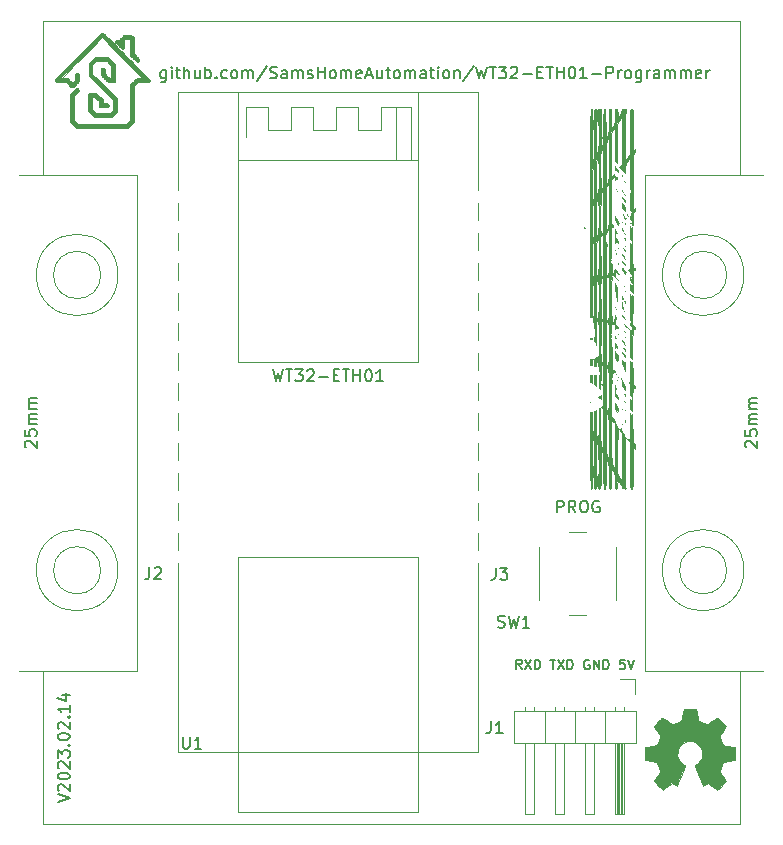
<source format=gto>
G04 #@! TF.GenerationSoftware,KiCad,Pcbnew,(5.1.2-1)-1*
G04 #@! TF.CreationDate,2023-02-15T13:47:50+00:00*
G04 #@! TF.ProjectId,WT32-ETH01 Programmer,57543332-2d45-4544-9830-312050726f67,rev?*
G04 #@! TF.SameCoordinates,Original*
G04 #@! TF.FileFunction,Legend,Top*
G04 #@! TF.FilePolarity,Positive*
%FSLAX46Y46*%
G04 Gerber Fmt 4.6, Leading zero omitted, Abs format (unit mm)*
G04 Created by KiCad (PCBNEW (5.1.2-1)-1) date 2023-02-15 13:47:50*
%MOMM*%
%LPD*%
G04 APERTURE LIST*
%ADD10C,0.150000*%
%ADD11C,0.120000*%
%ADD12C,0.010000*%
%ADD13C,3.302000*%
%ADD14R,1.802000X1.802000*%
%ADD15O,1.802000X1.802000*%
%ADD16R,1.402000X1.002000*%
%ADD17O,2.102000X1.052000*%
%ADD18C,2.102000*%
G04 APERTURE END LIST*
D10*
X116252380Y-114119047D02*
X117252380Y-113785714D01*
X116252380Y-113452380D01*
X116347619Y-113166666D02*
X116300000Y-113119047D01*
X116252380Y-113023809D01*
X116252380Y-112785714D01*
X116300000Y-112690476D01*
X116347619Y-112642857D01*
X116442857Y-112595238D01*
X116538095Y-112595238D01*
X116680952Y-112642857D01*
X117252380Y-113214285D01*
X117252380Y-112595238D01*
X116252380Y-111976190D02*
X116252380Y-111880952D01*
X116300000Y-111785714D01*
X116347619Y-111738095D01*
X116442857Y-111690476D01*
X116633333Y-111642857D01*
X116871428Y-111642857D01*
X117061904Y-111690476D01*
X117157142Y-111738095D01*
X117204761Y-111785714D01*
X117252380Y-111880952D01*
X117252380Y-111976190D01*
X117204761Y-112071428D01*
X117157142Y-112119047D01*
X117061904Y-112166666D01*
X116871428Y-112214285D01*
X116633333Y-112214285D01*
X116442857Y-112166666D01*
X116347619Y-112119047D01*
X116300000Y-112071428D01*
X116252380Y-111976190D01*
X116347619Y-111261904D02*
X116300000Y-111214285D01*
X116252380Y-111119047D01*
X116252380Y-110880952D01*
X116300000Y-110785714D01*
X116347619Y-110738095D01*
X116442857Y-110690476D01*
X116538095Y-110690476D01*
X116680952Y-110738095D01*
X117252380Y-111309523D01*
X117252380Y-110690476D01*
X116252380Y-110357142D02*
X116252380Y-109738095D01*
X116633333Y-110071428D01*
X116633333Y-109928571D01*
X116680952Y-109833333D01*
X116728571Y-109785714D01*
X116823809Y-109738095D01*
X117061904Y-109738095D01*
X117157142Y-109785714D01*
X117204761Y-109833333D01*
X117252380Y-109928571D01*
X117252380Y-110214285D01*
X117204761Y-110309523D01*
X117157142Y-110357142D01*
X117157142Y-109309523D02*
X117204761Y-109261904D01*
X117252380Y-109309523D01*
X117204761Y-109357142D01*
X117157142Y-109309523D01*
X117252380Y-109309523D01*
X116252380Y-108642857D02*
X116252380Y-108547619D01*
X116300000Y-108452380D01*
X116347619Y-108404761D01*
X116442857Y-108357142D01*
X116633333Y-108309523D01*
X116871428Y-108309523D01*
X117061904Y-108357142D01*
X117157142Y-108404761D01*
X117204761Y-108452380D01*
X117252380Y-108547619D01*
X117252380Y-108642857D01*
X117204761Y-108738095D01*
X117157142Y-108785714D01*
X117061904Y-108833333D01*
X116871428Y-108880952D01*
X116633333Y-108880952D01*
X116442857Y-108833333D01*
X116347619Y-108785714D01*
X116300000Y-108738095D01*
X116252380Y-108642857D01*
X116347619Y-107928571D02*
X116300000Y-107880952D01*
X116252380Y-107785714D01*
X116252380Y-107547619D01*
X116300000Y-107452380D01*
X116347619Y-107404761D01*
X116442857Y-107357142D01*
X116538095Y-107357142D01*
X116680952Y-107404761D01*
X117252380Y-107976190D01*
X117252380Y-107357142D01*
X117157142Y-106928571D02*
X117204761Y-106880952D01*
X117252380Y-106928571D01*
X117204761Y-106976190D01*
X117157142Y-106928571D01*
X117252380Y-106928571D01*
X117252380Y-105928571D02*
X117252380Y-106500000D01*
X117252380Y-106214285D02*
X116252380Y-106214285D01*
X116395238Y-106309523D01*
X116490476Y-106404761D01*
X116538095Y-106500000D01*
X116585714Y-105071428D02*
X117252380Y-105071428D01*
X116204761Y-105309523D02*
X116919047Y-105547619D01*
X116919047Y-104928571D01*
X125411904Y-52185714D02*
X125411904Y-52995238D01*
X125364285Y-53090476D01*
X125316666Y-53138095D01*
X125221428Y-53185714D01*
X125078571Y-53185714D01*
X124983333Y-53138095D01*
X125411904Y-52804761D02*
X125316666Y-52852380D01*
X125126190Y-52852380D01*
X125030952Y-52804761D01*
X124983333Y-52757142D01*
X124935714Y-52661904D01*
X124935714Y-52376190D01*
X124983333Y-52280952D01*
X125030952Y-52233333D01*
X125126190Y-52185714D01*
X125316666Y-52185714D01*
X125411904Y-52233333D01*
X125888095Y-52852380D02*
X125888095Y-52185714D01*
X125888095Y-51852380D02*
X125840476Y-51900000D01*
X125888095Y-51947619D01*
X125935714Y-51900000D01*
X125888095Y-51852380D01*
X125888095Y-51947619D01*
X126221428Y-52185714D02*
X126602380Y-52185714D01*
X126364285Y-51852380D02*
X126364285Y-52709523D01*
X126411904Y-52804761D01*
X126507142Y-52852380D01*
X126602380Y-52852380D01*
X126935714Y-52852380D02*
X126935714Y-51852380D01*
X127364285Y-52852380D02*
X127364285Y-52328571D01*
X127316666Y-52233333D01*
X127221428Y-52185714D01*
X127078571Y-52185714D01*
X126983333Y-52233333D01*
X126935714Y-52280952D01*
X128269047Y-52185714D02*
X128269047Y-52852380D01*
X127840476Y-52185714D02*
X127840476Y-52709523D01*
X127888095Y-52804761D01*
X127983333Y-52852380D01*
X128126190Y-52852380D01*
X128221428Y-52804761D01*
X128269047Y-52757142D01*
X128745238Y-52852380D02*
X128745238Y-51852380D01*
X128745238Y-52233333D02*
X128840476Y-52185714D01*
X129030952Y-52185714D01*
X129126190Y-52233333D01*
X129173809Y-52280952D01*
X129221428Y-52376190D01*
X129221428Y-52661904D01*
X129173809Y-52757142D01*
X129126190Y-52804761D01*
X129030952Y-52852380D01*
X128840476Y-52852380D01*
X128745238Y-52804761D01*
X129650000Y-52757142D02*
X129697619Y-52804761D01*
X129650000Y-52852380D01*
X129602380Y-52804761D01*
X129650000Y-52757142D01*
X129650000Y-52852380D01*
X130554761Y-52804761D02*
X130459523Y-52852380D01*
X130269047Y-52852380D01*
X130173809Y-52804761D01*
X130126190Y-52757142D01*
X130078571Y-52661904D01*
X130078571Y-52376190D01*
X130126190Y-52280952D01*
X130173809Y-52233333D01*
X130269047Y-52185714D01*
X130459523Y-52185714D01*
X130554761Y-52233333D01*
X131126190Y-52852380D02*
X131030952Y-52804761D01*
X130983333Y-52757142D01*
X130935714Y-52661904D01*
X130935714Y-52376190D01*
X130983333Y-52280952D01*
X131030952Y-52233333D01*
X131126190Y-52185714D01*
X131269047Y-52185714D01*
X131364285Y-52233333D01*
X131411904Y-52280952D01*
X131459523Y-52376190D01*
X131459523Y-52661904D01*
X131411904Y-52757142D01*
X131364285Y-52804761D01*
X131269047Y-52852380D01*
X131126190Y-52852380D01*
X131888095Y-52852380D02*
X131888095Y-52185714D01*
X131888095Y-52280952D02*
X131935714Y-52233333D01*
X132030952Y-52185714D01*
X132173809Y-52185714D01*
X132269047Y-52233333D01*
X132316666Y-52328571D01*
X132316666Y-52852380D01*
X132316666Y-52328571D02*
X132364285Y-52233333D01*
X132459523Y-52185714D01*
X132602380Y-52185714D01*
X132697619Y-52233333D01*
X132745238Y-52328571D01*
X132745238Y-52852380D01*
X133935714Y-51804761D02*
X133078571Y-53090476D01*
X134221428Y-52804761D02*
X134364285Y-52852380D01*
X134602380Y-52852380D01*
X134697619Y-52804761D01*
X134745238Y-52757142D01*
X134792857Y-52661904D01*
X134792857Y-52566666D01*
X134745238Y-52471428D01*
X134697619Y-52423809D01*
X134602380Y-52376190D01*
X134411904Y-52328571D01*
X134316666Y-52280952D01*
X134269047Y-52233333D01*
X134221428Y-52138095D01*
X134221428Y-52042857D01*
X134269047Y-51947619D01*
X134316666Y-51900000D01*
X134411904Y-51852380D01*
X134650000Y-51852380D01*
X134792857Y-51900000D01*
X135650000Y-52852380D02*
X135650000Y-52328571D01*
X135602380Y-52233333D01*
X135507142Y-52185714D01*
X135316666Y-52185714D01*
X135221428Y-52233333D01*
X135650000Y-52804761D02*
X135554761Y-52852380D01*
X135316666Y-52852380D01*
X135221428Y-52804761D01*
X135173809Y-52709523D01*
X135173809Y-52614285D01*
X135221428Y-52519047D01*
X135316666Y-52471428D01*
X135554761Y-52471428D01*
X135650000Y-52423809D01*
X136126190Y-52852380D02*
X136126190Y-52185714D01*
X136126190Y-52280952D02*
X136173809Y-52233333D01*
X136269047Y-52185714D01*
X136411904Y-52185714D01*
X136507142Y-52233333D01*
X136554761Y-52328571D01*
X136554761Y-52852380D01*
X136554761Y-52328571D02*
X136602380Y-52233333D01*
X136697619Y-52185714D01*
X136840476Y-52185714D01*
X136935714Y-52233333D01*
X136983333Y-52328571D01*
X136983333Y-52852380D01*
X137411904Y-52804761D02*
X137507142Y-52852380D01*
X137697619Y-52852380D01*
X137792857Y-52804761D01*
X137840476Y-52709523D01*
X137840476Y-52661904D01*
X137792857Y-52566666D01*
X137697619Y-52519047D01*
X137554761Y-52519047D01*
X137459523Y-52471428D01*
X137411904Y-52376190D01*
X137411904Y-52328571D01*
X137459523Y-52233333D01*
X137554761Y-52185714D01*
X137697619Y-52185714D01*
X137792857Y-52233333D01*
X138269047Y-52852380D02*
X138269047Y-51852380D01*
X138269047Y-52328571D02*
X138840476Y-52328571D01*
X138840476Y-52852380D02*
X138840476Y-51852380D01*
X139459523Y-52852380D02*
X139364285Y-52804761D01*
X139316666Y-52757142D01*
X139269047Y-52661904D01*
X139269047Y-52376190D01*
X139316666Y-52280952D01*
X139364285Y-52233333D01*
X139459523Y-52185714D01*
X139602380Y-52185714D01*
X139697619Y-52233333D01*
X139745238Y-52280952D01*
X139792857Y-52376190D01*
X139792857Y-52661904D01*
X139745238Y-52757142D01*
X139697619Y-52804761D01*
X139602380Y-52852380D01*
X139459523Y-52852380D01*
X140221428Y-52852380D02*
X140221428Y-52185714D01*
X140221428Y-52280952D02*
X140269047Y-52233333D01*
X140364285Y-52185714D01*
X140507142Y-52185714D01*
X140602380Y-52233333D01*
X140650000Y-52328571D01*
X140650000Y-52852380D01*
X140650000Y-52328571D02*
X140697619Y-52233333D01*
X140792857Y-52185714D01*
X140935714Y-52185714D01*
X141030952Y-52233333D01*
X141078571Y-52328571D01*
X141078571Y-52852380D01*
X141935714Y-52804761D02*
X141840476Y-52852380D01*
X141650000Y-52852380D01*
X141554761Y-52804761D01*
X141507142Y-52709523D01*
X141507142Y-52328571D01*
X141554761Y-52233333D01*
X141650000Y-52185714D01*
X141840476Y-52185714D01*
X141935714Y-52233333D01*
X141983333Y-52328571D01*
X141983333Y-52423809D01*
X141507142Y-52519047D01*
X142364285Y-52566666D02*
X142840476Y-52566666D01*
X142269047Y-52852380D02*
X142602380Y-51852380D01*
X142935714Y-52852380D01*
X143697619Y-52185714D02*
X143697619Y-52852380D01*
X143269047Y-52185714D02*
X143269047Y-52709523D01*
X143316666Y-52804761D01*
X143411904Y-52852380D01*
X143554761Y-52852380D01*
X143650000Y-52804761D01*
X143697619Y-52757142D01*
X144030952Y-52185714D02*
X144411904Y-52185714D01*
X144173809Y-51852380D02*
X144173809Y-52709523D01*
X144221428Y-52804761D01*
X144316666Y-52852380D01*
X144411904Y-52852380D01*
X144888095Y-52852380D02*
X144792857Y-52804761D01*
X144745238Y-52757142D01*
X144697619Y-52661904D01*
X144697619Y-52376190D01*
X144745238Y-52280952D01*
X144792857Y-52233333D01*
X144888095Y-52185714D01*
X145030952Y-52185714D01*
X145126190Y-52233333D01*
X145173809Y-52280952D01*
X145221428Y-52376190D01*
X145221428Y-52661904D01*
X145173809Y-52757142D01*
X145126190Y-52804761D01*
X145030952Y-52852380D01*
X144888095Y-52852380D01*
X145650000Y-52852380D02*
X145650000Y-52185714D01*
X145650000Y-52280952D02*
X145697619Y-52233333D01*
X145792857Y-52185714D01*
X145935714Y-52185714D01*
X146030952Y-52233333D01*
X146078571Y-52328571D01*
X146078571Y-52852380D01*
X146078571Y-52328571D02*
X146126190Y-52233333D01*
X146221428Y-52185714D01*
X146364285Y-52185714D01*
X146459523Y-52233333D01*
X146507142Y-52328571D01*
X146507142Y-52852380D01*
X147411904Y-52852380D02*
X147411904Y-52328571D01*
X147364285Y-52233333D01*
X147269047Y-52185714D01*
X147078571Y-52185714D01*
X146983333Y-52233333D01*
X147411904Y-52804761D02*
X147316666Y-52852380D01*
X147078571Y-52852380D01*
X146983333Y-52804761D01*
X146935714Y-52709523D01*
X146935714Y-52614285D01*
X146983333Y-52519047D01*
X147078571Y-52471428D01*
X147316666Y-52471428D01*
X147411904Y-52423809D01*
X147745238Y-52185714D02*
X148126190Y-52185714D01*
X147888095Y-51852380D02*
X147888095Y-52709523D01*
X147935714Y-52804761D01*
X148030952Y-52852380D01*
X148126190Y-52852380D01*
X148459523Y-52852380D02*
X148459523Y-52185714D01*
X148459523Y-51852380D02*
X148411904Y-51900000D01*
X148459523Y-51947619D01*
X148507142Y-51900000D01*
X148459523Y-51852380D01*
X148459523Y-51947619D01*
X149078571Y-52852380D02*
X148983333Y-52804761D01*
X148935714Y-52757142D01*
X148888095Y-52661904D01*
X148888095Y-52376190D01*
X148935714Y-52280952D01*
X148983333Y-52233333D01*
X149078571Y-52185714D01*
X149221428Y-52185714D01*
X149316666Y-52233333D01*
X149364285Y-52280952D01*
X149411904Y-52376190D01*
X149411904Y-52661904D01*
X149364285Y-52757142D01*
X149316666Y-52804761D01*
X149221428Y-52852380D01*
X149078571Y-52852380D01*
X149840476Y-52185714D02*
X149840476Y-52852380D01*
X149840476Y-52280952D02*
X149888095Y-52233333D01*
X149983333Y-52185714D01*
X150126190Y-52185714D01*
X150221428Y-52233333D01*
X150269047Y-52328571D01*
X150269047Y-52852380D01*
X151459523Y-51804761D02*
X150602380Y-53090476D01*
X151697619Y-51852380D02*
X151935714Y-52852380D01*
X152126190Y-52138095D01*
X152316666Y-52852380D01*
X152554761Y-51852380D01*
X152792857Y-51852380D02*
X153364285Y-51852380D01*
X153078571Y-52852380D02*
X153078571Y-51852380D01*
X153602380Y-51852380D02*
X154221428Y-51852380D01*
X153888095Y-52233333D01*
X154030952Y-52233333D01*
X154126190Y-52280952D01*
X154173809Y-52328571D01*
X154221428Y-52423809D01*
X154221428Y-52661904D01*
X154173809Y-52757142D01*
X154126190Y-52804761D01*
X154030952Y-52852380D01*
X153745238Y-52852380D01*
X153649999Y-52804761D01*
X153602380Y-52757142D01*
X154602380Y-51947619D02*
X154649999Y-51900000D01*
X154745238Y-51852380D01*
X154983333Y-51852380D01*
X155078571Y-51900000D01*
X155126190Y-51947619D01*
X155173809Y-52042857D01*
X155173809Y-52138095D01*
X155126190Y-52280952D01*
X154554761Y-52852380D01*
X155173809Y-52852380D01*
X155602380Y-52471428D02*
X156364285Y-52471428D01*
X156840476Y-52328571D02*
X157173809Y-52328571D01*
X157316666Y-52852380D02*
X156840476Y-52852380D01*
X156840476Y-51852380D01*
X157316666Y-51852380D01*
X157602380Y-51852380D02*
X158173809Y-51852380D01*
X157888095Y-52852380D02*
X157888095Y-51852380D01*
X158507142Y-52852380D02*
X158507142Y-51852380D01*
X158507142Y-52328571D02*
X159078571Y-52328571D01*
X159078571Y-52852380D02*
X159078571Y-51852380D01*
X159745238Y-51852380D02*
X159840476Y-51852380D01*
X159935714Y-51900000D01*
X159983333Y-51947619D01*
X160030952Y-52042857D01*
X160078571Y-52233333D01*
X160078571Y-52471428D01*
X160030952Y-52661904D01*
X159983333Y-52757142D01*
X159935714Y-52804761D01*
X159840476Y-52852380D01*
X159745238Y-52852380D01*
X159649999Y-52804761D01*
X159602380Y-52757142D01*
X159554761Y-52661904D01*
X159507142Y-52471428D01*
X159507142Y-52233333D01*
X159554761Y-52042857D01*
X159602380Y-51947619D01*
X159649999Y-51900000D01*
X159745238Y-51852380D01*
X161030952Y-52852380D02*
X160459523Y-52852380D01*
X160745238Y-52852380D02*
X160745238Y-51852380D01*
X160649999Y-51995238D01*
X160554761Y-52090476D01*
X160459523Y-52138095D01*
X161459523Y-52471428D02*
X162221428Y-52471428D01*
X162697619Y-52852380D02*
X162697619Y-51852380D01*
X163078571Y-51852380D01*
X163173809Y-51900000D01*
X163221428Y-51947619D01*
X163269047Y-52042857D01*
X163269047Y-52185714D01*
X163221428Y-52280952D01*
X163173809Y-52328571D01*
X163078571Y-52376190D01*
X162697619Y-52376190D01*
X163697619Y-52852380D02*
X163697619Y-52185714D01*
X163697619Y-52376190D02*
X163745238Y-52280952D01*
X163792857Y-52233333D01*
X163888095Y-52185714D01*
X163983333Y-52185714D01*
X164459523Y-52852380D02*
X164364285Y-52804761D01*
X164316666Y-52757142D01*
X164269047Y-52661904D01*
X164269047Y-52376190D01*
X164316666Y-52280952D01*
X164364285Y-52233333D01*
X164459523Y-52185714D01*
X164602380Y-52185714D01*
X164697619Y-52233333D01*
X164745238Y-52280952D01*
X164792857Y-52376190D01*
X164792857Y-52661904D01*
X164745238Y-52757142D01*
X164697619Y-52804761D01*
X164602380Y-52852380D01*
X164459523Y-52852380D01*
X165649999Y-52185714D02*
X165649999Y-52995238D01*
X165602380Y-53090476D01*
X165554761Y-53138095D01*
X165459523Y-53185714D01*
X165316666Y-53185714D01*
X165221428Y-53138095D01*
X165649999Y-52804761D02*
X165554761Y-52852380D01*
X165364285Y-52852380D01*
X165269047Y-52804761D01*
X165221428Y-52757142D01*
X165173809Y-52661904D01*
X165173809Y-52376190D01*
X165221428Y-52280952D01*
X165269047Y-52233333D01*
X165364285Y-52185714D01*
X165554761Y-52185714D01*
X165649999Y-52233333D01*
X166126190Y-52852380D02*
X166126190Y-52185714D01*
X166126190Y-52376190D02*
X166173809Y-52280952D01*
X166221428Y-52233333D01*
X166316666Y-52185714D01*
X166411904Y-52185714D01*
X167173809Y-52852380D02*
X167173809Y-52328571D01*
X167126190Y-52233333D01*
X167030952Y-52185714D01*
X166840476Y-52185714D01*
X166745238Y-52233333D01*
X167173809Y-52804761D02*
X167078571Y-52852380D01*
X166840476Y-52852380D01*
X166745238Y-52804761D01*
X166697619Y-52709523D01*
X166697619Y-52614285D01*
X166745238Y-52519047D01*
X166840476Y-52471428D01*
X167078571Y-52471428D01*
X167173809Y-52423809D01*
X167649999Y-52852380D02*
X167649999Y-52185714D01*
X167649999Y-52280952D02*
X167697619Y-52233333D01*
X167792857Y-52185714D01*
X167935714Y-52185714D01*
X168030952Y-52233333D01*
X168078571Y-52328571D01*
X168078571Y-52852380D01*
X168078571Y-52328571D02*
X168126190Y-52233333D01*
X168221428Y-52185714D01*
X168364285Y-52185714D01*
X168459523Y-52233333D01*
X168507142Y-52328571D01*
X168507142Y-52852380D01*
X168983333Y-52852380D02*
X168983333Y-52185714D01*
X168983333Y-52280952D02*
X169030952Y-52233333D01*
X169126190Y-52185714D01*
X169269047Y-52185714D01*
X169364285Y-52233333D01*
X169411904Y-52328571D01*
X169411904Y-52852380D01*
X169411904Y-52328571D02*
X169459523Y-52233333D01*
X169554761Y-52185714D01*
X169697619Y-52185714D01*
X169792857Y-52233333D01*
X169840476Y-52328571D01*
X169840476Y-52852380D01*
X170697619Y-52804761D02*
X170602380Y-52852380D01*
X170411904Y-52852380D01*
X170316666Y-52804761D01*
X170269047Y-52709523D01*
X170269047Y-52328571D01*
X170316666Y-52233333D01*
X170411904Y-52185714D01*
X170602380Y-52185714D01*
X170697619Y-52233333D01*
X170745238Y-52328571D01*
X170745238Y-52423809D01*
X170269047Y-52519047D01*
X171173809Y-52852380D02*
X171173809Y-52185714D01*
X171173809Y-52376190D02*
X171221428Y-52280952D01*
X171269047Y-52233333D01*
X171364285Y-52185714D01*
X171459523Y-52185714D01*
X134459523Y-77502380D02*
X134697619Y-78502380D01*
X134888095Y-77788095D01*
X135078571Y-78502380D01*
X135316666Y-77502380D01*
X135554761Y-77502380D02*
X136126190Y-77502380D01*
X135840476Y-78502380D02*
X135840476Y-77502380D01*
X136364285Y-77502380D02*
X136983333Y-77502380D01*
X136650000Y-77883333D01*
X136792857Y-77883333D01*
X136888095Y-77930952D01*
X136935714Y-77978571D01*
X136983333Y-78073809D01*
X136983333Y-78311904D01*
X136935714Y-78407142D01*
X136888095Y-78454761D01*
X136792857Y-78502380D01*
X136507142Y-78502380D01*
X136411904Y-78454761D01*
X136364285Y-78407142D01*
X137364285Y-77597619D02*
X137411904Y-77550000D01*
X137507142Y-77502380D01*
X137745238Y-77502380D01*
X137840476Y-77550000D01*
X137888095Y-77597619D01*
X137935714Y-77692857D01*
X137935714Y-77788095D01*
X137888095Y-77930952D01*
X137316666Y-78502380D01*
X137935714Y-78502380D01*
X138364285Y-78121428D02*
X139126190Y-78121428D01*
X139602380Y-77978571D02*
X139935714Y-77978571D01*
X140078571Y-78502380D02*
X139602380Y-78502380D01*
X139602380Y-77502380D01*
X140078571Y-77502380D01*
X140364285Y-77502380D02*
X140935714Y-77502380D01*
X140650000Y-78502380D02*
X140650000Y-77502380D01*
X141269047Y-78502380D02*
X141269047Y-77502380D01*
X141269047Y-77978571D02*
X141840476Y-77978571D01*
X141840476Y-78502380D02*
X141840476Y-77502380D01*
X142507142Y-77502380D02*
X142602380Y-77502380D01*
X142697619Y-77550000D01*
X142745238Y-77597619D01*
X142792857Y-77692857D01*
X142840476Y-77883333D01*
X142840476Y-78121428D01*
X142792857Y-78311904D01*
X142745238Y-78407142D01*
X142697619Y-78454761D01*
X142602380Y-78502380D01*
X142507142Y-78502380D01*
X142411904Y-78454761D01*
X142364285Y-78407142D01*
X142316666Y-78311904D01*
X142269047Y-78121428D01*
X142269047Y-77883333D01*
X142316666Y-77692857D01*
X142364285Y-77597619D01*
X142411904Y-77550000D01*
X142507142Y-77502380D01*
X143792857Y-78502380D02*
X143221428Y-78502380D01*
X143507142Y-78502380D02*
X143507142Y-77502380D01*
X143411904Y-77645238D01*
X143316666Y-77740476D01*
X143221428Y-77788095D01*
X158514285Y-89602380D02*
X158514285Y-88602380D01*
X158895238Y-88602380D01*
X158990476Y-88650000D01*
X159038095Y-88697619D01*
X159085714Y-88792857D01*
X159085714Y-88935714D01*
X159038095Y-89030952D01*
X158990476Y-89078571D01*
X158895238Y-89126190D01*
X158514285Y-89126190D01*
X160085714Y-89602380D02*
X159752380Y-89126190D01*
X159514285Y-89602380D02*
X159514285Y-88602380D01*
X159895238Y-88602380D01*
X159990476Y-88650000D01*
X160038095Y-88697619D01*
X160085714Y-88792857D01*
X160085714Y-88935714D01*
X160038095Y-89030952D01*
X159990476Y-89078571D01*
X159895238Y-89126190D01*
X159514285Y-89126190D01*
X160704761Y-88602380D02*
X160895238Y-88602380D01*
X160990476Y-88650000D01*
X161085714Y-88745238D01*
X161133333Y-88935714D01*
X161133333Y-89269047D01*
X161085714Y-89459523D01*
X160990476Y-89554761D01*
X160895238Y-89602380D01*
X160704761Y-89602380D01*
X160609523Y-89554761D01*
X160514285Y-89459523D01*
X160466666Y-89269047D01*
X160466666Y-88935714D01*
X160514285Y-88745238D01*
X160609523Y-88650000D01*
X160704761Y-88602380D01*
X162085714Y-88650000D02*
X161990476Y-88602380D01*
X161847619Y-88602380D01*
X161704761Y-88650000D01*
X161609523Y-88745238D01*
X161561904Y-88840476D01*
X161514285Y-89030952D01*
X161514285Y-89173809D01*
X161561904Y-89364285D01*
X161609523Y-89459523D01*
X161704761Y-89554761D01*
X161847619Y-89602380D01*
X161942857Y-89602380D01*
X162085714Y-89554761D01*
X162133333Y-89507142D01*
X162133333Y-89173809D01*
X161942857Y-89173809D01*
X155523809Y-102861904D02*
X155257142Y-102480952D01*
X155066666Y-102861904D02*
X155066666Y-102061904D01*
X155371428Y-102061904D01*
X155447619Y-102100000D01*
X155485714Y-102138095D01*
X155523809Y-102214285D01*
X155523809Y-102328571D01*
X155485714Y-102404761D01*
X155447619Y-102442857D01*
X155371428Y-102480952D01*
X155066666Y-102480952D01*
X155790476Y-102061904D02*
X156323809Y-102861904D01*
X156323809Y-102061904D02*
X155790476Y-102861904D01*
X156628571Y-102861904D02*
X156628571Y-102061904D01*
X156819047Y-102061904D01*
X156933333Y-102100000D01*
X157009523Y-102176190D01*
X157047619Y-102252380D01*
X157085714Y-102404761D01*
X157085714Y-102519047D01*
X157047619Y-102671428D01*
X157009523Y-102747619D01*
X156933333Y-102823809D01*
X156819047Y-102861904D01*
X156628571Y-102861904D01*
X157923809Y-102061904D02*
X158380952Y-102061904D01*
X158152380Y-102861904D02*
X158152380Y-102061904D01*
X158571428Y-102061904D02*
X159104761Y-102861904D01*
X159104761Y-102061904D02*
X158571428Y-102861904D01*
X159409523Y-102861904D02*
X159409523Y-102061904D01*
X159600000Y-102061904D01*
X159714285Y-102100000D01*
X159790476Y-102176190D01*
X159828571Y-102252380D01*
X159866666Y-102404761D01*
X159866666Y-102519047D01*
X159828571Y-102671428D01*
X159790476Y-102747619D01*
X159714285Y-102823809D01*
X159600000Y-102861904D01*
X159409523Y-102861904D01*
X161238095Y-102100000D02*
X161161904Y-102061904D01*
X161047619Y-102061904D01*
X160933333Y-102100000D01*
X160857142Y-102176190D01*
X160819047Y-102252380D01*
X160780952Y-102404761D01*
X160780952Y-102519047D01*
X160819047Y-102671428D01*
X160857142Y-102747619D01*
X160933333Y-102823809D01*
X161047619Y-102861904D01*
X161123809Y-102861904D01*
X161238095Y-102823809D01*
X161276190Y-102785714D01*
X161276190Y-102519047D01*
X161123809Y-102519047D01*
X161619047Y-102861904D02*
X161619047Y-102061904D01*
X162076190Y-102861904D01*
X162076190Y-102061904D01*
X162457142Y-102861904D02*
X162457142Y-102061904D01*
X162647619Y-102061904D01*
X162761904Y-102100000D01*
X162838095Y-102176190D01*
X162876190Y-102252380D01*
X162914285Y-102404761D01*
X162914285Y-102519047D01*
X162876190Y-102671428D01*
X162838095Y-102747619D01*
X162761904Y-102823809D01*
X162647619Y-102861904D01*
X162457142Y-102861904D01*
X164247619Y-102061904D02*
X163866666Y-102061904D01*
X163828571Y-102442857D01*
X163866666Y-102404761D01*
X163942857Y-102366666D01*
X164133333Y-102366666D01*
X164209523Y-102404761D01*
X164247619Y-102442857D01*
X164285714Y-102519047D01*
X164285714Y-102709523D01*
X164247619Y-102785714D01*
X164209523Y-102823809D01*
X164133333Y-102861904D01*
X163942857Y-102861904D01*
X163866666Y-102823809D01*
X163828571Y-102785714D01*
X164514285Y-102061904D02*
X164780952Y-102861904D01*
X165047619Y-102061904D01*
D11*
X174342839Y-94500000D02*
G75*
G03X174342839Y-94500000I-3452839J0D01*
G01*
X174342839Y-69500000D02*
G75*
G03X174342839Y-69500000I-3452839J0D01*
G01*
X121342839Y-94500000D02*
G75*
G03X121342839Y-94500000I-3452839J0D01*
G01*
X121342839Y-69500000D02*
G75*
G03X121342839Y-69500000I-3452839J0D01*
G01*
X115000000Y-61000000D02*
X113000000Y-61000000D01*
X115000000Y-103000000D02*
X115000000Y-116000000D01*
X113000000Y-103000000D02*
X115000000Y-103000000D01*
X123000000Y-103000000D02*
X113000000Y-103000000D01*
X123000000Y-61000000D02*
X123000000Y-103000000D01*
X115000000Y-61000000D02*
X123000000Y-61000000D01*
X115000000Y-48000000D02*
X115000000Y-61000000D01*
X174000000Y-48000000D02*
X115000000Y-48000000D01*
X174000000Y-61000000D02*
X174000000Y-48000000D01*
X176000000Y-61000000D02*
X174000000Y-61000000D01*
X166000000Y-61000000D02*
X176000000Y-61000000D01*
X166000000Y-103000000D02*
X166000000Y-61000000D01*
X174000000Y-103000000D02*
X166000000Y-103000000D01*
X176000000Y-103000000D02*
X174000000Y-103000000D01*
X174000000Y-103000000D02*
X176000000Y-103000000D01*
X174000000Y-116000000D02*
X174000000Y-103000000D01*
X115000000Y-116000000D02*
X174000000Y-116000000D01*
D12*
G36*
X161971778Y-79910222D02*
G01*
X162000000Y-79938444D01*
X161971778Y-79966666D01*
X161943556Y-79938444D01*
X161971778Y-79910222D01*
X161971778Y-79910222D01*
G37*
X161971778Y-79910222D02*
X162000000Y-79938444D01*
X161971778Y-79966666D01*
X161943556Y-79938444D01*
X161971778Y-79910222D01*
G36*
X160842889Y-65460444D02*
G01*
X160871111Y-65488666D01*
X160842889Y-65516889D01*
X160814667Y-65488666D01*
X160842889Y-65460444D01*
X160842889Y-65460444D01*
G37*
X160842889Y-65460444D02*
X160871111Y-65488666D01*
X160842889Y-65516889D01*
X160814667Y-65488666D01*
X160842889Y-65460444D01*
G36*
X162271495Y-57790368D02*
G01*
X162310444Y-57784000D01*
X162385559Y-57814478D01*
X162395111Y-57840444D01*
X162349393Y-57890521D01*
X162310444Y-57896889D01*
X162235330Y-57866410D01*
X162225778Y-57840444D01*
X162271495Y-57790368D01*
X162271495Y-57790368D01*
G37*
X162271495Y-57790368D02*
X162310444Y-57784000D01*
X162385559Y-57814478D01*
X162395111Y-57840444D01*
X162349393Y-57890521D01*
X162310444Y-57896889D01*
X162235330Y-57866410D01*
X162225778Y-57840444D01*
X162271495Y-57790368D01*
G36*
X161322713Y-69891681D02*
G01*
X161322867Y-68392504D01*
X161323148Y-66998723D01*
X161323574Y-65706592D01*
X161324167Y-64512363D01*
X161324946Y-63412290D01*
X161325930Y-62402627D01*
X161327139Y-61479628D01*
X161328594Y-60639545D01*
X161330313Y-59878632D01*
X161332316Y-59193143D01*
X161334623Y-58579331D01*
X161337254Y-58033450D01*
X161340229Y-57551753D01*
X161343567Y-57130493D01*
X161347288Y-56765925D01*
X161351412Y-56454301D01*
X161355958Y-56191875D01*
X161360946Y-55974901D01*
X161366396Y-55799631D01*
X161372328Y-55662320D01*
X161378760Y-55559221D01*
X161385714Y-55486588D01*
X161393209Y-55440673D01*
X161401264Y-55417731D01*
X161407333Y-55413333D01*
X161448755Y-55433206D01*
X161474506Y-55505717D01*
X161487828Y-55650200D01*
X161491966Y-55885993D01*
X161492000Y-55918002D01*
X161497162Y-56145457D01*
X161510969Y-56327056D01*
X161530908Y-56435463D01*
X161541241Y-56453103D01*
X161581848Y-56426002D01*
X161617162Y-56305702D01*
X161643895Y-56111875D01*
X161658763Y-55864193D01*
X161660712Y-55737889D01*
X161669387Y-55540696D01*
X161697202Y-55438389D01*
X161739417Y-55413333D01*
X161815683Y-55460579D01*
X161859471Y-55540333D01*
X161901442Y-55667333D01*
X161926425Y-55540333D01*
X161983485Y-55438859D01*
X162094695Y-55413333D01*
X162237983Y-55413333D01*
X162213147Y-56641000D01*
X162207191Y-57028561D01*
X162204894Y-57402067D01*
X162206141Y-57738200D01*
X162210814Y-58013644D01*
X162218795Y-58205080D01*
X162221156Y-58235555D01*
X162254000Y-58602444D01*
X162352778Y-58462885D01*
X162383227Y-58409670D01*
X162406773Y-58337325D01*
X162424280Y-58231885D01*
X162436613Y-58079386D01*
X162444639Y-57865865D01*
X162449220Y-57577356D01*
X162451224Y-57199896D01*
X162451555Y-56868329D01*
X162452294Y-56420010D01*
X162454982Y-56072351D01*
X162460332Y-55813129D01*
X162469055Y-55630122D01*
X162481863Y-55511108D01*
X162499465Y-55443865D01*
X162522574Y-55416170D01*
X162536222Y-55413333D01*
X162571350Y-55429926D01*
X162595882Y-55490701D01*
X162611800Y-55612149D01*
X162621090Y-55810764D01*
X162625734Y-56103038D01*
X162626191Y-56161222D01*
X162634065Y-56789379D01*
X162647984Y-57308017D01*
X162667905Y-57715557D01*
X162668694Y-57727555D01*
X162678077Y-57868666D01*
X162790222Y-57699333D01*
X162829902Y-57630429D01*
X162859021Y-57549369D01*
X162879194Y-57438531D01*
X162892037Y-57280291D01*
X162899165Y-57057027D01*
X162902192Y-56751116D01*
X162902739Y-56471666D01*
X162903367Y-56101986D01*
X162906026Y-55830174D01*
X162912322Y-55641211D01*
X162923862Y-55520079D01*
X162942255Y-55451759D01*
X162969108Y-55421230D01*
X163006027Y-55413475D01*
X163016000Y-55413333D01*
X163059085Y-55418817D01*
X163089554Y-55446357D01*
X163109594Y-55512587D01*
X163121393Y-55634141D01*
X163127136Y-55827651D01*
X163129012Y-56109753D01*
X163129178Y-56274111D01*
X163129467Y-57134889D01*
X163268528Y-56909111D01*
X163330165Y-56798752D01*
X163370549Y-56688853D01*
X163394184Y-56551883D01*
X163405574Y-56360308D01*
X163409222Y-56086598D01*
X163409349Y-56048333D01*
X163411440Y-55772794D01*
X163418156Y-55590877D01*
X163432900Y-55483322D01*
X163459075Y-55430869D01*
X163500082Y-55414257D01*
X163521527Y-55413333D01*
X163579461Y-55425511D01*
X163614895Y-55477707D01*
X163635122Y-55593414D01*
X163647432Y-55796126D01*
X163648527Y-55822555D01*
X163665111Y-56231778D01*
X163819974Y-55968339D01*
X163912489Y-55793094D01*
X163977728Y-55636493D01*
X163994656Y-55573228D01*
X164058192Y-55462717D01*
X164178811Y-55418057D01*
X164314539Y-55450961D01*
X164348223Y-55474573D01*
X164401121Y-55540241D01*
X164359227Y-55589695D01*
X164339086Y-55625287D01*
X164322259Y-55711085D01*
X164308357Y-55856244D01*
X164296993Y-56069917D01*
X164287778Y-56361259D01*
X164280324Y-56739424D01*
X164274244Y-57213565D01*
X164269879Y-57697233D01*
X164267428Y-58167101D01*
X164267529Y-58599385D01*
X164269997Y-58981583D01*
X164274649Y-59301197D01*
X164281302Y-59545725D01*
X164289773Y-59702668D01*
X164299878Y-59759524D01*
X164300133Y-59759555D01*
X164357910Y-59718342D01*
X164455962Y-59612651D01*
X164527921Y-59523517D01*
X164709333Y-59287478D01*
X164709333Y-57350406D01*
X164709508Y-56832162D01*
X164710463Y-56415689D01*
X164712848Y-56089866D01*
X164717309Y-55843575D01*
X164724495Y-55665697D01*
X164735054Y-55545113D01*
X164749635Y-55470704D01*
X164768884Y-55431351D01*
X164793450Y-55415934D01*
X164822222Y-55413333D01*
X164854195Y-55416689D01*
X164879544Y-55434648D01*
X164899098Y-55479052D01*
X164913687Y-55561738D01*
X164924140Y-55694548D01*
X164931286Y-55889322D01*
X164935953Y-56157897D01*
X164938973Y-56512116D01*
X164941172Y-56963816D01*
X164941799Y-57120778D01*
X164943080Y-57551773D01*
X164943484Y-57948387D01*
X164943055Y-58295962D01*
X164941840Y-58579836D01*
X164939886Y-58785351D01*
X164937238Y-58897846D01*
X164936139Y-58912648D01*
X164944904Y-58957217D01*
X165006330Y-58921242D01*
X165042341Y-58889788D01*
X165127107Y-58818709D01*
X165157150Y-58828726D01*
X165160889Y-58909538D01*
X165128718Y-59041311D01*
X165050398Y-59191408D01*
X165041722Y-59203927D01*
X165011946Y-59248787D01*
X164987596Y-59298998D01*
X164968129Y-59365647D01*
X164953003Y-59459822D01*
X164941676Y-59592614D01*
X164933605Y-59775109D01*
X164928247Y-60018396D01*
X164925061Y-60333564D01*
X164923502Y-60731701D01*
X164923030Y-61223895D01*
X164923055Y-61629269D01*
X164923953Y-62123266D01*
X164926307Y-62581555D01*
X164929940Y-62991954D01*
X164934675Y-63342286D01*
X164940338Y-63620372D01*
X164946750Y-63814032D01*
X164953737Y-63911087D01*
X164956191Y-63919894D01*
X165019577Y-63916140D01*
X165074858Y-63881132D01*
X165141202Y-63843104D01*
X165160479Y-63900805D01*
X165160889Y-63926332D01*
X165117476Y-64047365D01*
X165044372Y-64124543D01*
X165014311Y-64148928D01*
X164989749Y-64183176D01*
X164969976Y-64238367D01*
X164954281Y-64325581D01*
X164941956Y-64455898D01*
X164932290Y-64640400D01*
X164924573Y-64890165D01*
X164918097Y-65216274D01*
X164912151Y-65629807D01*
X164906025Y-66141845D01*
X164904061Y-66314966D01*
X164897744Y-66925913D01*
X164894185Y-67433423D01*
X164893929Y-67846925D01*
X164897526Y-68175850D01*
X164905522Y-68429627D01*
X164918466Y-68617687D01*
X164936906Y-68749460D01*
X164961388Y-68834375D01*
X164992461Y-68881862D01*
X165030672Y-68901352D01*
X165054409Y-68903555D01*
X165142289Y-68937321D01*
X165153177Y-69011103D01*
X165088410Y-69083626D01*
X165048000Y-69101111D01*
X164988450Y-69133650D01*
X164953756Y-69201452D01*
X164937059Y-69330509D01*
X164931536Y-69542359D01*
X164930358Y-69697314D01*
X164928679Y-69948239D01*
X164926603Y-70278217D01*
X164924232Y-70670332D01*
X164921670Y-71107667D01*
X164919019Y-71573305D01*
X164917425Y-71859988D01*
X164906889Y-73772198D01*
X165033889Y-73856539D01*
X165129216Y-73946605D01*
X165160943Y-74029705D01*
X165126267Y-74076607D01*
X165054383Y-74070248D01*
X165016303Y-74063001D01*
X164984806Y-74073894D01*
X164959349Y-74112315D01*
X164939391Y-74187653D01*
X164924390Y-74309296D01*
X164913803Y-74486632D01*
X164907089Y-74729048D01*
X164903706Y-75045934D01*
X164903112Y-75446677D01*
X164904765Y-75940666D01*
X164908123Y-76537287D01*
X164908497Y-76597520D01*
X164912089Y-77144676D01*
X164915782Y-77590190D01*
X164920238Y-77945307D01*
X164926116Y-78221274D01*
X164934077Y-78429336D01*
X164944783Y-78580738D01*
X164958893Y-78686726D01*
X164977070Y-78758545D01*
X164999972Y-78807442D01*
X165028262Y-78844661D01*
X165041364Y-78858936D01*
X165134365Y-78980323D01*
X165161263Y-79064092D01*
X165120978Y-79091042D01*
X165053009Y-79066236D01*
X164999585Y-79045767D01*
X164964499Y-79066765D01*
X164940838Y-79148643D01*
X164921688Y-79310812D01*
X164907987Y-79473472D01*
X164899629Y-79646303D01*
X164893688Y-79913832D01*
X164890239Y-80257893D01*
X164889359Y-80660320D01*
X164891124Y-81102946D01*
X164895610Y-81567605D01*
X164898353Y-81766880D01*
X164906246Y-82270923D01*
X164913729Y-82674565D01*
X164921714Y-82990289D01*
X164931111Y-83230575D01*
X164942830Y-83407904D01*
X164957783Y-83534758D01*
X164976881Y-83623617D01*
X165001033Y-83686964D01*
X165031151Y-83737278D01*
X165043376Y-83754261D01*
X165125301Y-83910889D01*
X165159637Y-84067832D01*
X165159634Y-84070714D01*
X165158379Y-84228222D01*
X164937621Y-83946000D01*
X164931820Y-84115333D01*
X164930307Y-84214098D01*
X164928890Y-84409804D01*
X164927627Y-84686503D01*
X164926573Y-85028248D01*
X164925787Y-85419090D01*
X164925326Y-85843083D01*
X164925276Y-85935666D01*
X164924775Y-86410412D01*
X164923221Y-86784287D01*
X164919828Y-87069312D01*
X164913804Y-87277506D01*
X164904363Y-87420887D01*
X164890714Y-87511474D01*
X164872070Y-87561287D01*
X164847642Y-87582345D01*
X164816933Y-87586666D01*
X164788292Y-87582665D01*
X164765237Y-87563304D01*
X164747162Y-87517551D01*
X164733461Y-87434374D01*
X164723529Y-87302740D01*
X164716758Y-87111617D01*
X164712544Y-86849973D01*
X164710280Y-86506773D01*
X164709359Y-86070986D01*
X164709181Y-85625222D01*
X164709028Y-83663778D01*
X164662520Y-83610857D01*
X164662520Y-83292814D01*
X164670993Y-83239292D01*
X164679131Y-83084886D01*
X164686694Y-82841603D01*
X164693443Y-82521448D01*
X164699138Y-82136426D01*
X164703539Y-81698543D01*
X164706405Y-81219805D01*
X164706926Y-81071463D01*
X164713478Y-78846036D01*
X164658858Y-78794565D01*
X164658858Y-78555555D01*
X164670472Y-78500868D01*
X164681010Y-78343829D01*
X164690237Y-78094971D01*
X164697915Y-77764828D01*
X164703809Y-77363935D01*
X164707683Y-76902823D01*
X164709300Y-76392029D01*
X164709333Y-76304689D01*
X164708530Y-75709470D01*
X164705947Y-75218733D01*
X164701330Y-74824081D01*
X164694420Y-74517117D01*
X164684961Y-74289444D01*
X164672696Y-74132666D01*
X164657369Y-74038385D01*
X164638778Y-73998250D01*
X164570147Y-73963040D01*
X164570147Y-73755890D01*
X164671153Y-73720693D01*
X164671704Y-73720148D01*
X164679929Y-73657272D01*
X164687535Y-73493729D01*
X164694319Y-73241742D01*
X164700081Y-72913532D01*
X164704621Y-72521322D01*
X164707737Y-72077333D01*
X164709231Y-71593787D01*
X164709333Y-71427092D01*
X164709333Y-69171666D01*
X164528695Y-69207794D01*
X164389836Y-69252978D01*
X164374377Y-69263715D01*
X164374377Y-69072889D01*
X164523101Y-69045856D01*
X164600155Y-69014458D01*
X164627454Y-68995878D01*
X164649782Y-68965149D01*
X164667638Y-68911702D01*
X164681520Y-68824970D01*
X164691927Y-68694383D01*
X164699358Y-68509373D01*
X164704311Y-68259370D01*
X164707285Y-67933808D01*
X164708779Y-67522116D01*
X164709290Y-67013726D01*
X164709333Y-66700236D01*
X164708631Y-66113457D01*
X164706345Y-65630984D01*
X164702204Y-65244244D01*
X164695938Y-64944662D01*
X164687276Y-64723664D01*
X164675949Y-64572675D01*
X164661685Y-64483121D01*
X164644215Y-64446427D01*
X164638201Y-64444444D01*
X164552797Y-64480184D01*
X164434324Y-64568155D01*
X164412423Y-64587840D01*
X164308253Y-64684431D01*
X164308253Y-64444444D01*
X164377365Y-64408949D01*
X164490459Y-64319898D01*
X164536297Y-64278570D01*
X164713866Y-64112696D01*
X164706736Y-61874411D01*
X164699607Y-59636126D01*
X164566539Y-59761136D01*
X164490010Y-59835726D01*
X164427298Y-59909550D01*
X164377029Y-59994141D01*
X164337828Y-60101033D01*
X164308318Y-60241758D01*
X164287125Y-60427850D01*
X164272874Y-60670842D01*
X164264190Y-60982267D01*
X164259696Y-61373659D01*
X164258018Y-61856549D01*
X164257778Y-62350419D01*
X164259094Y-62847634D01*
X164262866Y-63297169D01*
X164268827Y-63688006D01*
X164276714Y-64009132D01*
X164286259Y-64249529D01*
X164297197Y-64398182D01*
X164308253Y-64444444D01*
X164308253Y-64684431D01*
X164257778Y-64731235D01*
X164257778Y-66902062D01*
X164257892Y-67453678D01*
X164258613Y-67902913D01*
X164260504Y-68260278D01*
X164264129Y-68536281D01*
X164270054Y-68741430D01*
X164278842Y-68886235D01*
X164291059Y-68981205D01*
X164307268Y-69036849D01*
X164328033Y-69063675D01*
X164353921Y-69072192D01*
X164374377Y-69072889D01*
X164374377Y-69263715D01*
X164304853Y-69312007D01*
X164303781Y-69313628D01*
X164289471Y-69391563D01*
X164277777Y-69565973D01*
X164268621Y-69821646D01*
X164261930Y-70143366D01*
X164257626Y-70515923D01*
X164255636Y-70924102D01*
X164255883Y-71352690D01*
X164258292Y-71786475D01*
X164262787Y-72210244D01*
X164269292Y-72608782D01*
X164277733Y-72966879D01*
X164288033Y-73269319D01*
X164300117Y-73500891D01*
X164313910Y-73646382D01*
X164325511Y-73690044D01*
X164433689Y-73743827D01*
X164570147Y-73755890D01*
X164570147Y-73963040D01*
X164532629Y-73943791D01*
X164413000Y-73905596D01*
X164257778Y-73868516D01*
X164257778Y-78228041D01*
X164433080Y-78391798D01*
X164552672Y-78493298D01*
X164641557Y-78550735D01*
X164658858Y-78555555D01*
X164658858Y-78794565D01*
X164584406Y-78724404D01*
X164457687Y-78617860D01*
X164354059Y-78547620D01*
X164328473Y-78538172D01*
X164307729Y-78547238D01*
X164291427Y-78584949D01*
X164279166Y-78661441D01*
X164270545Y-78786847D01*
X164265163Y-78971300D01*
X164262619Y-79224935D01*
X164262513Y-79557886D01*
X164264442Y-79980285D01*
X164268007Y-80502268D01*
X164269393Y-80687404D01*
X164286000Y-82882342D01*
X164455333Y-83085540D01*
X164563034Y-83206692D01*
X164642529Y-83281589D01*
X164662520Y-83292814D01*
X164662520Y-83610857D01*
X164485809Y-83409778D01*
X164262591Y-83155778D01*
X164260184Y-85226436D01*
X164261107Y-85776522D01*
X164265069Y-86264693D01*
X164271843Y-86681656D01*
X164281204Y-87018119D01*
X164292925Y-87264789D01*
X164306780Y-87412373D01*
X164314184Y-87445454D01*
X164344643Y-87545882D01*
X164312465Y-87581326D01*
X164193410Y-87576727D01*
X164187184Y-87576129D01*
X164056719Y-87543455D01*
X164018567Y-87485855D01*
X164000214Y-87402350D01*
X163989667Y-87377146D01*
X163989667Y-86852831D01*
X163999487Y-86798524D01*
X164008502Y-86644066D01*
X164016439Y-86402195D01*
X164023028Y-86085647D01*
X164027996Y-85707159D01*
X164031073Y-85279469D01*
X164032000Y-84866256D01*
X164032000Y-82879623D01*
X163960482Y-82776424D01*
X163960482Y-82421621D01*
X163979235Y-82419726D01*
X163992656Y-82356192D01*
X164004525Y-82189557D01*
X164014588Y-81929602D01*
X164022597Y-81586107D01*
X164028299Y-81168852D01*
X164031444Y-80687620D01*
X164032000Y-80362537D01*
X164032000Y-78337960D01*
X163978703Y-78296243D01*
X163978703Y-78047555D01*
X163992582Y-77992363D01*
X164004678Y-77831775D01*
X164014801Y-77573273D01*
X164022763Y-77224336D01*
X164028376Y-76792448D01*
X164031451Y-76285089D01*
X164032000Y-75932503D01*
X164032000Y-73817450D01*
X163848556Y-73769900D01*
X163845996Y-73769237D01*
X163845996Y-73588888D01*
X163918977Y-73588458D01*
X163925524Y-73588444D01*
X163953788Y-73585166D01*
X163976708Y-73568249D01*
X163994809Y-73527075D01*
X164008612Y-73451022D01*
X164018641Y-73329471D01*
X164025419Y-73151799D01*
X164029468Y-72907388D01*
X164031312Y-72585616D01*
X164031472Y-72175864D01*
X164030473Y-71667509D01*
X164029953Y-71467213D01*
X164028071Y-70917862D01*
X164025341Y-70471315D01*
X164021325Y-70117487D01*
X164015583Y-69846296D01*
X164007675Y-69647656D01*
X163997161Y-69511485D01*
X163983601Y-69427697D01*
X163966557Y-69386208D01*
X163945587Y-69376936D01*
X163938874Y-69378769D01*
X163807923Y-69407477D01*
X163787372Y-69408812D01*
X163787372Y-69248619D01*
X163846677Y-69224473D01*
X163919707Y-69185464D01*
X163924039Y-69183140D01*
X163952430Y-69164119D01*
X163975458Y-69133216D01*
X163993659Y-69079499D01*
X164007569Y-68992036D01*
X164017722Y-68859895D01*
X164024655Y-68672143D01*
X164028901Y-68417848D01*
X164030997Y-68086078D01*
X164031478Y-67665900D01*
X164030879Y-67146383D01*
X164030634Y-67006122D01*
X164026834Y-64888185D01*
X163845973Y-65002680D01*
X163665111Y-65117175D01*
X163650305Y-67179699D01*
X163646347Y-67730431D01*
X163644061Y-68178078D01*
X163644786Y-68532441D01*
X163649861Y-68803324D01*
X163660627Y-69000528D01*
X163678421Y-69133858D01*
X163704584Y-69213114D01*
X163740455Y-69248100D01*
X163787372Y-69248619D01*
X163787372Y-69408812D01*
X163745161Y-69411555D01*
X163716938Y-69415317D01*
X163694096Y-69433791D01*
X163676067Y-69477762D01*
X163662284Y-69558016D01*
X163652176Y-69685336D01*
X163645177Y-69870508D01*
X163640717Y-70124316D01*
X163638228Y-70457545D01*
X163637142Y-70880980D01*
X163636890Y-71405405D01*
X163636889Y-71465739D01*
X163636889Y-64958189D01*
X163834444Y-64807506D01*
X164032000Y-64656823D01*
X164032000Y-62612708D01*
X164031044Y-62143139D01*
X164028323Y-61709620D01*
X164024058Y-61325004D01*
X164018472Y-61002143D01*
X164011784Y-60753889D01*
X164004218Y-60593094D01*
X163996175Y-60532768D01*
X163943764Y-60551029D01*
X163851492Y-60638076D01*
X163798620Y-60700455D01*
X163641588Y-60898054D01*
X163641588Y-60578000D01*
X164032000Y-60135858D01*
X164032000Y-58109931D01*
X164030494Y-57500813D01*
X164025960Y-57003715D01*
X164018373Y-56617810D01*
X164007711Y-56342269D01*
X163993948Y-56176264D01*
X163977062Y-56118968D01*
X163974482Y-56119552D01*
X163918352Y-56186797D01*
X163835770Y-56321468D01*
X163776927Y-56431451D01*
X163636889Y-56707803D01*
X163639238Y-58642901D01*
X163641588Y-60578000D01*
X163641588Y-60898054D01*
X163636889Y-60903967D01*
X163636889Y-64958189D01*
X163636889Y-71465739D01*
X163636818Y-72011131D01*
X163637565Y-72454237D01*
X163640573Y-72805658D01*
X163647283Y-73075995D01*
X163659135Y-73275847D01*
X163677572Y-73415817D01*
X163704035Y-73506506D01*
X163739966Y-73558513D01*
X163786806Y-73582440D01*
X163845996Y-73588888D01*
X163845996Y-73769237D01*
X163665111Y-73722351D01*
X163649485Y-75757953D01*
X163633858Y-77793555D01*
X163779632Y-77920555D01*
X163892992Y-78006868D01*
X163974063Y-78047164D01*
X163978703Y-78047555D01*
X163978703Y-78296243D01*
X163848556Y-78194371D01*
X163665111Y-78050782D01*
X163650278Y-80060784D01*
X163635446Y-82070786D01*
X163780958Y-82261561D01*
X163881130Y-82371460D01*
X163960482Y-82421621D01*
X163960482Y-82776424D01*
X163883212Y-82664923D01*
X163784954Y-82537068D01*
X163707262Y-82460218D01*
X163685657Y-82450222D01*
X163674170Y-82504509D01*
X163663647Y-82658743D01*
X163654415Y-82899984D01*
X163646802Y-83215292D01*
X163641135Y-83591727D01*
X163637744Y-84016348D01*
X163636889Y-84375126D01*
X163636889Y-86300029D01*
X163792111Y-86576401D01*
X163883830Y-86727391D01*
X163958074Y-86827799D01*
X163989667Y-86852831D01*
X163989667Y-87377146D01*
X163940269Y-87259098D01*
X163856833Y-87092165D01*
X163768010Y-86937619D01*
X163691901Y-86831527D01*
X163688133Y-86827489D01*
X163661325Y-86849373D01*
X163643545Y-86969456D01*
X163636894Y-87173261D01*
X163636889Y-87180267D01*
X163634005Y-87391463D01*
X163620938Y-87513661D01*
X163591070Y-87570692D01*
X163537779Y-87586389D01*
X163524000Y-87586666D01*
X163475418Y-87579760D01*
X163443203Y-87546285D01*
X163424015Y-87467105D01*
X163414512Y-87323087D01*
X163411355Y-87095097D01*
X163411111Y-86940062D01*
X163409228Y-86655095D01*
X163400683Y-86456702D01*
X163387924Y-86366558D01*
X163387924Y-85893333D01*
X163393406Y-85839054D01*
X163398425Y-85684876D01*
X163402824Y-85443788D01*
X163406446Y-85128780D01*
X163409133Y-84752843D01*
X163410727Y-84328964D01*
X163411111Y-83983001D01*
X163411111Y-82072670D01*
X163411111Y-77666214D01*
X163411111Y-73644889D01*
X163296884Y-73644889D01*
X163296884Y-73473479D01*
X163332737Y-73458325D01*
X163360174Y-73404025D01*
X163380323Y-73300532D01*
X163394306Y-73137794D01*
X163403250Y-72905763D01*
X163408279Y-72594390D01*
X163410519Y-72193625D01*
X163411095Y-71693418D01*
X163411111Y-71500000D01*
X163410912Y-70975966D01*
X163409910Y-70553820D01*
X163407493Y-70222560D01*
X163403051Y-69971185D01*
X163395976Y-69788694D01*
X163385655Y-69664085D01*
X163371481Y-69586357D01*
X163352841Y-69544510D01*
X163329127Y-69527541D01*
X163301553Y-69524444D01*
X163193486Y-69550383D01*
X163180717Y-69561098D01*
X163180717Y-69355111D01*
X163240457Y-69354080D01*
X163288861Y-69343823D01*
X163327122Y-69313598D01*
X163356432Y-69252660D01*
X163377984Y-69150265D01*
X163392969Y-68995670D01*
X163402580Y-68778131D01*
X163408010Y-68486905D01*
X163410450Y-68111246D01*
X163411092Y-67640413D01*
X163411111Y-67279011D01*
X163411111Y-65271433D01*
X163128889Y-65536567D01*
X163128889Y-65293713D01*
X163270000Y-65201254D01*
X163411111Y-65108794D01*
X163410831Y-63125619D01*
X163410550Y-61142444D01*
X163271749Y-61311778D01*
X163132949Y-61481111D01*
X163128889Y-65293713D01*
X163128889Y-61190345D01*
X163411111Y-60925211D01*
X163410431Y-58973605D01*
X163409751Y-57022000D01*
X163269320Y-57267650D01*
X163128889Y-57513301D01*
X163128889Y-61190345D01*
X163128889Y-65293713D01*
X163128889Y-65536567D01*
X163128889Y-67445839D01*
X163130376Y-67940411D01*
X163134654Y-68377006D01*
X163141452Y-68745584D01*
X163150496Y-69036109D01*
X163161515Y-69238541D01*
X163174235Y-69342843D01*
X163180717Y-69355111D01*
X163180717Y-69561098D01*
X163157086Y-69580930D01*
X163148704Y-69649077D01*
X163141005Y-69816453D01*
X163134243Y-70069399D01*
X163128668Y-70394256D01*
X163124532Y-70777365D01*
X163122089Y-71205067D01*
X163121524Y-71508343D01*
X163122186Y-72038377D01*
X163124836Y-72465551D01*
X163129860Y-72799885D01*
X163137644Y-73051397D01*
X163148575Y-73230105D01*
X163163038Y-73346027D01*
X163181420Y-73409183D01*
X163195436Y-73426549D01*
X163251493Y-73459537D01*
X163296884Y-73473479D01*
X163296884Y-73644889D01*
X163127407Y-73644889D01*
X163157111Y-77497607D01*
X163284111Y-77581910D01*
X163411111Y-77666214D01*
X163411111Y-82072670D01*
X163407051Y-82067950D01*
X163407051Y-81801111D01*
X163409081Y-79831778D01*
X163409259Y-79305571D01*
X163408237Y-78880884D01*
X163405476Y-78546350D01*
X163400440Y-78290601D01*
X163392590Y-78102270D01*
X163381387Y-77969989D01*
X163366295Y-77882393D01*
X163346775Y-77828113D01*
X163322289Y-77795782D01*
X163312333Y-77787462D01*
X163215402Y-77726307D01*
X163171222Y-77710684D01*
X163161138Y-77764504D01*
X163151930Y-77918124D01*
X163143891Y-78158454D01*
X163137316Y-78472407D01*
X163132498Y-78846894D01*
X163129730Y-79268828D01*
X163129169Y-79585666D01*
X163129450Y-81462444D01*
X163268250Y-81631778D01*
X163407051Y-81801111D01*
X163407051Y-82067950D01*
X163129027Y-81744666D01*
X163128958Y-83575401D01*
X163129260Y-84080657D01*
X163130704Y-84486078D01*
X163134031Y-84804715D01*
X163139982Y-85049623D01*
X163149300Y-85233852D01*
X163162725Y-85370456D01*
X163181000Y-85472487D01*
X163204866Y-85552998D01*
X163235064Y-85625042D01*
X163246813Y-85649735D01*
X163319933Y-85791740D01*
X163373568Y-85879534D01*
X163387924Y-85893333D01*
X163387924Y-86366558D01*
X163381135Y-86318592D01*
X163346244Y-86214475D01*
X163291667Y-86118060D01*
X163270000Y-86085519D01*
X163128889Y-85877580D01*
X163128889Y-86732123D01*
X163128161Y-87059261D01*
X163124508Y-87290205D01*
X163115725Y-87441649D01*
X163099605Y-87530287D01*
X163073944Y-87572813D01*
X163036537Y-87585919D01*
X163016000Y-87586666D01*
X162976729Y-87582036D01*
X162947806Y-87558180D01*
X162927652Y-87500148D01*
X162914687Y-87392992D01*
X162907331Y-87221763D01*
X162904006Y-86971512D01*
X162903132Y-86627289D01*
X162903111Y-86518254D01*
X162901703Y-86132807D01*
X162896714Y-85844975D01*
X162887001Y-85639510D01*
X162871420Y-85501164D01*
X162848827Y-85414690D01*
X162837289Y-85395986D01*
X162837289Y-84941419D01*
X162857493Y-84932525D01*
X162873063Y-84885689D01*
X162884571Y-84790105D01*
X162892593Y-84634966D01*
X162897700Y-84409468D01*
X162900468Y-84102802D01*
X162901470Y-83704165D01*
X162901316Y-83238428D01*
X162900006Y-82727290D01*
X162896877Y-82317563D01*
X162891418Y-81997778D01*
X162883117Y-81756464D01*
X162871463Y-81582151D01*
X162860244Y-81496289D01*
X162860244Y-81095555D01*
X162870674Y-81041342D01*
X162880187Y-80887626D01*
X162888465Y-80647791D01*
X162895189Y-80335220D01*
X162900040Y-79963299D01*
X162902698Y-79545410D01*
X162903111Y-79296244D01*
X162902401Y-78785526D01*
X162899941Y-78376468D01*
X162895238Y-78057850D01*
X162887797Y-77818450D01*
X162877126Y-77647047D01*
X162862729Y-77532420D01*
X162853578Y-77498467D01*
X162853578Y-77257333D01*
X162865549Y-77203047D01*
X162876454Y-77048816D01*
X162885948Y-76807582D01*
X162893687Y-76492287D01*
X162899323Y-76115873D01*
X162902513Y-75691282D01*
X162903111Y-75401250D01*
X162902868Y-74894574D01*
X162901694Y-74489262D01*
X162898920Y-74173788D01*
X162893879Y-73936629D01*
X162885902Y-73766260D01*
X162874322Y-73651154D01*
X162858471Y-73579789D01*
X162837680Y-73540638D01*
X162817047Y-73526210D01*
X162817047Y-73362666D01*
X162840586Y-73351569D01*
X162859477Y-73311044D01*
X162874213Y-73230240D01*
X162885289Y-73098307D01*
X162893200Y-72904394D01*
X162898439Y-72637650D01*
X162901501Y-72287225D01*
X162902881Y-71842268D01*
X162903111Y-71473596D01*
X162903111Y-69584526D01*
X162738481Y-69645409D01*
X162738481Y-69467944D01*
X162840102Y-69446760D01*
X162865481Y-69430370D01*
X162873923Y-69368324D01*
X162881394Y-69210672D01*
X162887846Y-68973417D01*
X162893229Y-68672560D01*
X162897493Y-68324102D01*
X162900589Y-67944047D01*
X162902466Y-67548394D01*
X162903077Y-67153147D01*
X162902370Y-66774307D01*
X162900296Y-66427875D01*
X162896806Y-66129853D01*
X162891850Y-65896244D01*
X162885379Y-65743049D01*
X162877342Y-65686269D01*
X162877088Y-65686222D01*
X162824369Y-65722977D01*
X162735977Y-65809754D01*
X162727356Y-65821637D01*
X162727356Y-65598043D01*
X162792885Y-65571908D01*
X162823066Y-65551442D01*
X162847173Y-65518003D01*
X162865889Y-65459835D01*
X162879893Y-65365179D01*
X162889866Y-65222279D01*
X162896489Y-65019378D01*
X162900442Y-64744718D01*
X162902406Y-64386543D01*
X162903061Y-63933095D01*
X162903111Y-63667915D01*
X162903111Y-61822913D01*
X162776157Y-61949868D01*
X162739038Y-61990025D01*
X162709789Y-62036490D01*
X162692187Y-62088169D01*
X162692187Y-61714332D01*
X162731334Y-61703799D01*
X162799205Y-61625145D01*
X162828325Y-61582134D01*
X162851462Y-61524670D01*
X162869297Y-61440300D01*
X162882511Y-61316569D01*
X162891786Y-61141024D01*
X162897802Y-60901211D01*
X162901240Y-60584676D01*
X162902782Y-60178967D01*
X162903111Y-59725080D01*
X162902292Y-59290787D01*
X162899971Y-58895069D01*
X162896352Y-58551413D01*
X162891638Y-58273307D01*
X162886034Y-58074239D01*
X162879743Y-57967697D01*
X162876338Y-57953333D01*
X162834705Y-57997676D01*
X162765813Y-58107263D01*
X162749338Y-58136778D01*
X162719670Y-58201392D01*
X162696302Y-58283157D01*
X162678431Y-58395627D01*
X162665254Y-58552355D01*
X162655968Y-58766896D01*
X162649769Y-59052804D01*
X162645855Y-59423632D01*
X162643422Y-59892934D01*
X162643299Y-59926307D01*
X162642783Y-60345808D01*
X162644214Y-60732228D01*
X162647383Y-61070073D01*
X162652082Y-61343846D01*
X162658103Y-61538055D01*
X162665237Y-61637202D01*
X162666393Y-61642928D01*
X162692187Y-61714332D01*
X162692187Y-62088169D01*
X162687296Y-62102529D01*
X162670443Y-62201410D01*
X162658114Y-62346400D01*
X162649194Y-62550768D01*
X162642567Y-62827780D01*
X162637118Y-63190704D01*
X162631731Y-63652808D01*
X162631542Y-63669855D01*
X162628126Y-64092302D01*
X162627342Y-64485891D01*
X162629034Y-64834127D01*
X162633045Y-65120513D01*
X162639222Y-65328555D01*
X162647409Y-65441757D01*
X162648270Y-65446894D01*
X162680045Y-65567789D01*
X162727356Y-65598043D01*
X162727356Y-65821637D01*
X162677118Y-65890890D01*
X162642081Y-65997713D01*
X162625219Y-66159296D01*
X162620889Y-66402421D01*
X162624637Y-66639226D01*
X162638264Y-66783129D01*
X162665345Y-66853937D01*
X162705556Y-66871555D01*
X162780388Y-66916737D01*
X162790222Y-66956222D01*
X162753497Y-67023108D01*
X162719667Y-67026778D01*
X162695479Y-67046674D01*
X162677112Y-67124585D01*
X162663928Y-67271455D01*
X162655291Y-67498231D01*
X162650564Y-67815858D01*
X162649111Y-68235282D01*
X162649111Y-68240278D01*
X162649912Y-68646178D01*
X162652972Y-68952711D01*
X162659275Y-69173393D01*
X162669804Y-69321739D01*
X162685543Y-69411265D01*
X162707476Y-69455485D01*
X162736587Y-69467914D01*
X162738481Y-69467944D01*
X162738481Y-69645409D01*
X162649111Y-69678460D01*
X162639803Y-71388412D01*
X162639082Y-71822564D01*
X162641536Y-72224891D01*
X162646830Y-72580215D01*
X162654626Y-72873357D01*
X162664586Y-73089139D01*
X162676373Y-73212383D01*
X162680740Y-73230515D01*
X162749731Y-73331406D01*
X162817047Y-73362666D01*
X162817047Y-73526210D01*
X162811281Y-73522177D01*
X162793868Y-73516598D01*
X162688932Y-73526943D01*
X162654096Y-73567584D01*
X162646859Y-73642215D01*
X162641069Y-73815143D01*
X162636872Y-74071785D01*
X162634411Y-74397557D01*
X162633831Y-74777875D01*
X162635277Y-75198156D01*
X162636340Y-75358946D01*
X162641146Y-75868178D01*
X162647509Y-76275314D01*
X162655968Y-76591143D01*
X162667064Y-76826453D01*
X162681334Y-76992034D01*
X162699320Y-77098673D01*
X162721559Y-77157159D01*
X162726578Y-77164043D01*
X162809927Y-77239626D01*
X162853578Y-77257333D01*
X162853578Y-77498467D01*
X162844113Y-77463348D01*
X162820917Y-77428719D01*
X162726617Y-77387186D01*
X162683222Y-77394805D01*
X162666842Y-77461422D01*
X162654145Y-77634686D01*
X162645278Y-77908412D01*
X162640387Y-78276411D01*
X162639621Y-78732500D01*
X162641896Y-79135331D01*
X162647104Y-79643189D01*
X162653775Y-80049524D01*
X162662498Y-80365694D01*
X162673859Y-80603061D01*
X162688447Y-80772987D01*
X162706849Y-80886830D01*
X162729652Y-80955954D01*
X162736724Y-80968555D01*
X162811064Y-81063076D01*
X162860244Y-81095555D01*
X162860244Y-81496289D01*
X162855943Y-81463371D01*
X162836047Y-81388652D01*
X162817232Y-81353676D01*
X162740862Y-81285305D01*
X162694749Y-81285102D01*
X162681264Y-81352893D01*
X162669417Y-81516085D01*
X162659325Y-81757200D01*
X162651108Y-82058759D01*
X162644884Y-82403285D01*
X162640772Y-82773300D01*
X162638889Y-83151327D01*
X162639355Y-83519886D01*
X162642287Y-83861500D01*
X162647804Y-84158692D01*
X162656025Y-84393983D01*
X162667068Y-84549895D01*
X162672381Y-84586527D01*
X162722733Y-84760170D01*
X162789970Y-84896143D01*
X162811876Y-84923177D01*
X162837289Y-84941419D01*
X162837289Y-85395986D01*
X162818076Y-85364839D01*
X162816429Y-85363159D01*
X162747771Y-85281480D01*
X162731762Y-85246238D01*
X162692742Y-85202336D01*
X162691444Y-85201889D01*
X162677832Y-85250904D01*
X162665087Y-85395774D01*
X162654038Y-85619465D01*
X162645510Y-85904945D01*
X162640329Y-86235178D01*
X162640107Y-86260222D01*
X162636619Y-86680584D01*
X162633424Y-87001457D01*
X162629473Y-87236231D01*
X162623717Y-87398299D01*
X162615108Y-87501052D01*
X162602597Y-87557880D01*
X162585134Y-87582177D01*
X162561672Y-87587331D01*
X162536222Y-87586666D01*
X162510118Y-87573966D01*
X162489868Y-87527711D01*
X162474758Y-87435677D01*
X162464072Y-87285634D01*
X162457095Y-87065357D01*
X162453111Y-86762618D01*
X162451405Y-86365190D01*
X162451184Y-86133222D01*
X162450561Y-85687590D01*
X162449654Y-85549307D01*
X162449654Y-84284666D01*
X162450605Y-82608592D01*
X162451556Y-80932517D01*
X162398837Y-80872416D01*
X162398837Y-80546229D01*
X162421480Y-80520570D01*
X162436647Y-80440260D01*
X162445764Y-80291090D01*
X162450256Y-80058850D01*
X162451547Y-79729333D01*
X162451556Y-79691356D01*
X162450597Y-79350629D01*
X162446565Y-79106788D01*
X162437728Y-78943838D01*
X162422353Y-78845784D01*
X162398707Y-78796632D01*
X162365057Y-78780386D01*
X162352778Y-78779538D01*
X162284886Y-78772222D01*
X162308597Y-78737195D01*
X162352778Y-78702760D01*
X162393815Y-78657801D01*
X162421843Y-78583345D01*
X162439216Y-78459968D01*
X162448291Y-78268243D01*
X162451423Y-77988747D01*
X162451556Y-77888097D01*
X162450295Y-77584773D01*
X162444682Y-77374871D01*
X162431973Y-77238935D01*
X162409421Y-77157507D01*
X162399840Y-77144863D01*
X162399840Y-76918666D01*
X162410754Y-76864484D01*
X162420966Y-76710986D01*
X162430101Y-76471744D01*
X162437785Y-76160331D01*
X162443642Y-75790319D01*
X162447298Y-75375281D01*
X162448149Y-75168889D01*
X162449247Y-74678954D01*
X162449176Y-74290208D01*
X162447206Y-73990952D01*
X162442611Y-73769486D01*
X162434662Y-73614111D01*
X162422632Y-73513128D01*
X162405792Y-73454837D01*
X162383414Y-73427539D01*
X162370312Y-73423878D01*
X162370312Y-73215083D01*
X162395413Y-73205195D01*
X162414726Y-73168508D01*
X162429011Y-73093507D01*
X162439024Y-72968676D01*
X162445525Y-72782498D01*
X162449270Y-72523458D01*
X162451019Y-72180040D01*
X162451528Y-71740728D01*
X162451556Y-71494716D01*
X162451278Y-71005177D01*
X162449972Y-70616839D01*
X162446924Y-70318014D01*
X162441422Y-70097016D01*
X162432754Y-69942157D01*
X162420208Y-69841749D01*
X162403071Y-69784105D01*
X162380632Y-69757538D01*
X162352178Y-69750360D01*
X162345247Y-69750222D01*
X162308263Y-69752171D01*
X162277123Y-69763814D01*
X162251487Y-69793848D01*
X162249301Y-69799947D01*
X162249301Y-69566782D01*
X162308271Y-69563965D01*
X162358810Y-69547956D01*
X162385017Y-69528712D01*
X162405822Y-69485501D01*
X162421836Y-69406595D01*
X162433669Y-69280261D01*
X162441931Y-69094771D01*
X162447234Y-68838393D01*
X162450189Y-68499398D01*
X162451405Y-68066056D01*
X162451556Y-67766642D01*
X162451324Y-67277519D01*
X162450156Y-66889982D01*
X162447340Y-66592732D01*
X162442166Y-66374464D01*
X162433922Y-66223879D01*
X162421897Y-66129674D01*
X162405381Y-66080548D01*
X162383662Y-66065198D01*
X162356029Y-66072324D01*
X162345307Y-66077779D01*
X162336207Y-66085458D01*
X162336207Y-65911830D01*
X162404962Y-65860955D01*
X162414173Y-65841444D01*
X162421220Y-65770902D01*
X162427606Y-65606774D01*
X162433257Y-65365643D01*
X162438098Y-65064089D01*
X162442055Y-64718697D01*
X162445053Y-64346047D01*
X162447018Y-63962723D01*
X162447876Y-63585307D01*
X162447551Y-63230380D01*
X162445970Y-62914526D01*
X162443058Y-62654326D01*
X162438740Y-62466363D01*
X162432943Y-62367219D01*
X162429825Y-62356000D01*
X162387396Y-62397880D01*
X162314142Y-62499429D01*
X162309237Y-62506875D01*
X162278700Y-62564751D01*
X162254698Y-62643467D01*
X162236257Y-62756925D01*
X162222402Y-62919023D01*
X162222106Y-62925513D01*
X162222106Y-62299555D01*
X162258130Y-62281956D01*
X162335306Y-62200772D01*
X162340544Y-62194524D01*
X162372501Y-62150612D01*
X162397671Y-62095710D01*
X162416861Y-62016806D01*
X162430876Y-61900887D01*
X162440523Y-61734939D01*
X162446608Y-61505950D01*
X162449936Y-61200907D01*
X162451315Y-60806798D01*
X162451556Y-60402413D01*
X162450785Y-59982738D01*
X162448606Y-59602089D01*
X162445216Y-59274405D01*
X162440814Y-59013624D01*
X162435599Y-58833688D01*
X162429769Y-58748535D01*
X162427937Y-58743555D01*
X162386430Y-58786745D01*
X162313101Y-58893843D01*
X162292501Y-58927000D01*
X162259642Y-58986626D01*
X162234161Y-59053982D01*
X162215315Y-59142885D01*
X162202362Y-59267153D01*
X162194558Y-59440602D01*
X162191162Y-59677050D01*
X162191430Y-59990314D01*
X162194620Y-60394211D01*
X162197682Y-60690889D01*
X162202346Y-61101853D01*
X162207050Y-61475034D01*
X162211572Y-61795809D01*
X162215690Y-62049557D01*
X162219181Y-62221656D01*
X162221824Y-62297483D01*
X162222106Y-62299555D01*
X162222106Y-62925513D01*
X162212157Y-63143663D01*
X162204549Y-63444745D01*
X162198603Y-63836169D01*
X162195312Y-64131353D01*
X162192332Y-64536077D01*
X162191767Y-64910249D01*
X162193470Y-65236958D01*
X162197291Y-65499292D01*
X162203082Y-65680340D01*
X162209591Y-65758479D01*
X162260689Y-65873456D01*
X162336207Y-65911830D01*
X162336207Y-66085458D01*
X162241271Y-66165574D01*
X162204496Y-66224711D01*
X162198187Y-66297235D01*
X162194349Y-66463616D01*
X162192750Y-66706645D01*
X162193160Y-67009113D01*
X162195348Y-67353811D01*
X162199084Y-67723531D01*
X162204137Y-68101064D01*
X162210276Y-68469202D01*
X162217270Y-68810736D01*
X162224889Y-69108457D01*
X162232903Y-69345157D01*
X162241079Y-69503627D01*
X162249189Y-69566659D01*
X162249301Y-69566782D01*
X162249301Y-69799947D01*
X162231016Y-69850970D01*
X162215371Y-69943877D01*
X162204213Y-70081264D01*
X162197204Y-70271828D01*
X162194002Y-70524266D01*
X162194271Y-70847275D01*
X162197669Y-71249550D01*
X162203859Y-71739788D01*
X162212501Y-72326686D01*
X162221688Y-72918639D01*
X162233892Y-73087176D01*
X162271953Y-73174640D01*
X162338667Y-73209688D01*
X162370312Y-73215083D01*
X162370312Y-73423878D01*
X162354771Y-73419535D01*
X162339279Y-73419111D01*
X162245884Y-73457090D01*
X162222997Y-73546111D01*
X162221714Y-73634886D01*
X162219516Y-73820343D01*
X162216579Y-74086280D01*
X162213076Y-74416495D01*
X162209183Y-74794785D01*
X162205154Y-75197111D01*
X162201408Y-75664846D01*
X162200843Y-76032339D01*
X162203987Y-76312206D01*
X162211368Y-76517064D01*
X162223516Y-76659527D01*
X162240958Y-76752214D01*
X162264223Y-76807738D01*
X162273127Y-76819889D01*
X162355787Y-76897983D01*
X162399840Y-76918666D01*
X162399840Y-77144863D01*
X162374282Y-77111134D01*
X162338667Y-77088000D01*
X162250708Y-77057599D01*
X162223022Y-77071903D01*
X162221547Y-77138156D01*
X162218819Y-77301868D01*
X162215065Y-77547618D01*
X162210517Y-77859985D01*
X162205404Y-78223548D01*
X162200482Y-78583778D01*
X162195442Y-79099881D01*
X162196375Y-79514982D01*
X162204290Y-79840860D01*
X162220195Y-80089293D01*
X162245101Y-80272058D01*
X162280014Y-80400933D01*
X162325945Y-80487697D01*
X162367294Y-80531447D01*
X162398837Y-80546229D01*
X162398837Y-80872416D01*
X162312639Y-80774147D01*
X162173722Y-80615778D01*
X162187334Y-82255923D01*
X162191584Y-82730288D01*
X162196241Y-83105352D01*
X162202328Y-83394701D01*
X162210867Y-83611922D01*
X162222878Y-83770599D01*
X162239384Y-83884320D01*
X162261407Y-83966670D01*
X162289969Y-84031235D01*
X162325300Y-84090367D01*
X162449654Y-84284666D01*
X162449654Y-85549307D01*
X162448284Y-85340434D01*
X162443351Y-85077342D01*
X162434766Y-84883902D01*
X162421527Y-84745703D01*
X162402636Y-84648334D01*
X162377094Y-84577382D01*
X162343901Y-84518437D01*
X162338667Y-84510444D01*
X162226522Y-84341111D01*
X162224381Y-84482222D01*
X162223573Y-84575419D01*
X162222407Y-84764823D01*
X162220967Y-85033753D01*
X162219339Y-85365530D01*
X162217609Y-85743472D01*
X162216054Y-86105000D01*
X162213672Y-86553682D01*
X162210149Y-86902011D01*
X162204618Y-87162524D01*
X162196212Y-87347758D01*
X162184062Y-87470248D01*
X162167303Y-87542530D01*
X162145067Y-87577142D01*
X162116486Y-87586618D01*
X162113559Y-87586666D01*
X162017127Y-87540704D01*
X161972477Y-87482185D01*
X161972477Y-86912488D01*
X161997140Y-86873556D01*
X162015401Y-86752154D01*
X162027839Y-86542154D01*
X162035036Y-86237427D01*
X162037569Y-85831846D01*
X162036170Y-85344896D01*
X162032889Y-84901153D01*
X162028156Y-84556682D01*
X162021037Y-84297868D01*
X162010602Y-84111096D01*
X161995920Y-83982750D01*
X161976059Y-83899214D01*
X161964351Y-83875620D01*
X161964351Y-83449662D01*
X162002028Y-83436746D01*
X162017237Y-83372298D01*
X162030025Y-83207303D01*
X162039998Y-82954086D01*
X162046763Y-82624970D01*
X162049927Y-82232280D01*
X162049833Y-81938468D01*
X162047701Y-81489404D01*
X162044115Y-81139382D01*
X162038135Y-80874560D01*
X162028822Y-80681093D01*
X162015235Y-80545137D01*
X161996436Y-80452847D01*
X161978002Y-80406696D01*
X161978002Y-80047043D01*
X162017892Y-80012423D01*
X162018065Y-80011992D01*
X162027565Y-79932253D01*
X162034940Y-79758319D01*
X162040254Y-79508862D01*
X162043573Y-79202554D01*
X162044961Y-78858069D01*
X162044484Y-78494077D01*
X162042205Y-78129252D01*
X162038191Y-77782266D01*
X162032506Y-77471792D01*
X162025214Y-77216500D01*
X162016381Y-77035065D01*
X162007433Y-76951545D01*
X161983184Y-76887027D01*
X161983184Y-76611108D01*
X162019137Y-76568245D01*
X162028165Y-76491007D01*
X162035544Y-76319227D01*
X162041282Y-76071237D01*
X162045383Y-75765373D01*
X162047853Y-75419969D01*
X162048700Y-75053357D01*
X162047927Y-74683873D01*
X162045541Y-74329850D01*
X162041548Y-74009622D01*
X162035953Y-73741523D01*
X162028763Y-73543887D01*
X162019983Y-73435049D01*
X162018145Y-73425958D01*
X161962236Y-73330625D01*
X161926562Y-73314349D01*
X161926562Y-73129762D01*
X161990324Y-73103643D01*
X162019110Y-73038111D01*
X162027076Y-72953830D01*
X162033479Y-72776310D01*
X162038344Y-72523801D01*
X162041699Y-72214552D01*
X162043567Y-71866814D01*
X162043975Y-71498836D01*
X162042949Y-71128868D01*
X162040514Y-70775161D01*
X162036697Y-70455963D01*
X162031522Y-70189525D01*
X162025015Y-69994097D01*
X162017203Y-69887929D01*
X162014658Y-69876340D01*
X161970599Y-69833346D01*
X161908742Y-69868582D01*
X161903404Y-69877422D01*
X161903404Y-69678986D01*
X161963263Y-69612558D01*
X162007433Y-69491565D01*
X162018364Y-69386678D01*
X162027842Y-69191964D01*
X162035767Y-68926280D01*
X162042038Y-68608481D01*
X162046555Y-68257423D01*
X162049219Y-67891963D01*
X162049929Y-67530956D01*
X162048585Y-67193259D01*
X162045087Y-66897729D01*
X162039334Y-66663220D01*
X162031227Y-66508589D01*
X162023551Y-66456403D01*
X161955986Y-66397362D01*
X161912064Y-66400843D01*
X161899665Y-66434453D01*
X161899665Y-66180630D01*
X161966692Y-66113641D01*
X162007768Y-66020704D01*
X162020742Y-65920273D01*
X162030943Y-65731705D01*
X162038447Y-65472958D01*
X162043332Y-65161989D01*
X162045674Y-64816756D01*
X162045551Y-64455216D01*
X162043040Y-64095327D01*
X162038218Y-63755046D01*
X162031162Y-63452330D01*
X162021949Y-63205138D01*
X162010656Y-63031426D01*
X161997361Y-62949152D01*
X161994562Y-62945306D01*
X161947857Y-62943255D01*
X161910116Y-63005802D01*
X161887801Y-63107831D01*
X161887801Y-62694666D01*
X161936437Y-62679507D01*
X161974869Y-62626646D01*
X162004182Y-62525008D01*
X162025461Y-62363516D01*
X162039791Y-62131095D01*
X162048257Y-61816670D01*
X162051945Y-61409165D01*
X162052197Y-61016700D01*
X162049508Y-60586321D01*
X162043254Y-60210934D01*
X162033889Y-59902846D01*
X162021866Y-59674362D01*
X162007636Y-59537786D01*
X161996536Y-59503415D01*
X161947817Y-59499959D01*
X161908734Y-59561215D01*
X161885456Y-59664335D01*
X161885456Y-59165866D01*
X161936795Y-59146156D01*
X161967925Y-59070419D01*
X162002257Y-58912999D01*
X162021198Y-58828222D01*
X162030980Y-58726834D01*
X162037865Y-58535739D01*
X162042027Y-58275182D01*
X162043640Y-57965403D01*
X162042876Y-57626646D01*
X162039909Y-57279154D01*
X162034912Y-56943170D01*
X162028059Y-56638936D01*
X162019522Y-56386694D01*
X162009476Y-56206689D01*
X161998094Y-56119161D01*
X161997998Y-56118889D01*
X161968215Y-56064818D01*
X161937877Y-56096763D01*
X161895901Y-56226812D01*
X161894508Y-56231778D01*
X161875592Y-56353149D01*
X161859899Y-56558445D01*
X161847485Y-56829192D01*
X161838409Y-57146918D01*
X161832726Y-57493150D01*
X161830494Y-57849414D01*
X161831770Y-58197240D01*
X161836611Y-58518152D01*
X161845073Y-58793680D01*
X161857215Y-59005349D01*
X161873092Y-59134687D01*
X161885456Y-59165866D01*
X161885456Y-59664335D01*
X161878555Y-59694907D01*
X161856548Y-59908759D01*
X161841982Y-60210493D01*
X161834126Y-60607834D01*
X161832249Y-61108503D01*
X161832571Y-61234966D01*
X161835809Y-61631795D01*
X161842281Y-61986484D01*
X161851436Y-62284534D01*
X161862728Y-62511443D01*
X161875606Y-62652710D01*
X161887801Y-62694666D01*
X161887801Y-63107831D01*
X161880625Y-63140642D01*
X161858666Y-63355470D01*
X161843523Y-63657985D01*
X161834481Y-64055881D01*
X161830824Y-64556854D01*
X161830667Y-64706822D01*
X161831832Y-65177435D01*
X161835632Y-65544866D01*
X161842520Y-65818803D01*
X161852948Y-66008931D01*
X161867371Y-66124938D01*
X161886241Y-66176510D01*
X161899665Y-66180630D01*
X161899665Y-66434453D01*
X161889314Y-66462513D01*
X161870000Y-66617551D01*
X161854168Y-66849144D01*
X161841860Y-67140482D01*
X161833123Y-67474753D01*
X161828000Y-67835148D01*
X161826535Y-68204854D01*
X161828774Y-68567062D01*
X161834760Y-68904960D01*
X161844537Y-69201737D01*
X161858151Y-69440582D01*
X161875646Y-69604684D01*
X161897066Y-69677233D01*
X161903404Y-69678986D01*
X161903404Y-69877422D01*
X161884498Y-69908732D01*
X161865584Y-69991998D01*
X161851418Y-70130075D01*
X161841422Y-70334657D01*
X161835018Y-70617439D01*
X161831626Y-70990116D01*
X161830667Y-71445850D01*
X161831906Y-71851561D01*
X161835399Y-72222836D01*
X161840809Y-72543905D01*
X161847798Y-72798999D01*
X161856029Y-72972350D01*
X161864928Y-73047606D01*
X161926562Y-73129762D01*
X161926562Y-73314349D01*
X161908750Y-73306222D01*
X161883896Y-73359777D01*
X161863222Y-73509039D01*
X161846724Y-73736902D01*
X161834396Y-74026264D01*
X161826231Y-74360019D01*
X161822225Y-74721062D01*
X161822371Y-75092290D01*
X161826664Y-75456598D01*
X161835098Y-75796880D01*
X161847667Y-76096034D01*
X161864366Y-76336954D01*
X161885188Y-76502535D01*
X161909844Y-76575444D01*
X161983184Y-76611108D01*
X161983184Y-76887027D01*
X161960360Y-76826300D01*
X161901222Y-76763397D01*
X161878313Y-76808659D01*
X161859568Y-76949793D01*
X161844933Y-77169861D01*
X161834356Y-77451924D01*
X161827783Y-77779045D01*
X161825159Y-78134285D01*
X161826431Y-78500706D01*
X161831546Y-78861370D01*
X161840449Y-79199338D01*
X161853087Y-79497673D01*
X161869407Y-79739437D01*
X161889355Y-79907690D01*
X161911427Y-79983769D01*
X161978002Y-80047043D01*
X161978002Y-80406696D01*
X161971485Y-80390379D01*
X161941800Y-80346747D01*
X161911018Y-80312731D01*
X161887003Y-80302706D01*
X161868854Y-80328166D01*
X161855668Y-80400606D01*
X161846543Y-80531521D01*
X161840577Y-80732404D01*
X161836867Y-81014752D01*
X161834512Y-81390058D01*
X161833122Y-81731282D01*
X161833082Y-82242142D01*
X161837796Y-82649315D01*
X161848169Y-82961938D01*
X161865106Y-83189147D01*
X161889512Y-83340080D01*
X161922292Y-83423873D01*
X161964351Y-83449662D01*
X161964351Y-83875620D01*
X161950087Y-83846874D01*
X161932251Y-83825838D01*
X161902788Y-83802327D01*
X161880069Y-83806030D01*
X161863227Y-83848925D01*
X161851395Y-83942990D01*
X161843705Y-84100204D01*
X161839289Y-84332547D01*
X161837280Y-84651996D01*
X161836811Y-85070531D01*
X161836820Y-85143688D01*
X161839773Y-85651356D01*
X161848199Y-86075558D01*
X161861801Y-86408830D01*
X161880281Y-86643711D01*
X161901630Y-86767456D01*
X161940834Y-86875079D01*
X161972477Y-86912488D01*
X161972477Y-87482185D01*
X161955296Y-87459667D01*
X161893342Y-87332666D01*
X161855421Y-87459666D01*
X161796714Y-87558508D01*
X161739417Y-87586666D01*
X161694188Y-87554944D01*
X161669457Y-87447953D01*
X161661376Y-87247959D01*
X161661333Y-87226833D01*
X161655739Y-87004546D01*
X161641265Y-86801523D01*
X161626239Y-86691527D01*
X161598916Y-86596064D01*
X161598916Y-86130672D01*
X161616969Y-86129886D01*
X161630231Y-86078041D01*
X161639230Y-85964647D01*
X161644495Y-85779212D01*
X161646554Y-85511247D01*
X161645936Y-85150261D01*
X161643553Y-84740881D01*
X161638977Y-84259916D01*
X161632276Y-83882108D01*
X161622938Y-83597738D01*
X161610453Y-83397086D01*
X161598925Y-83306634D01*
X161598925Y-82877719D01*
X161617847Y-82870014D01*
X161632145Y-82811215D01*
X161642543Y-82690316D01*
X161649763Y-82496316D01*
X161654528Y-82218211D01*
X161657561Y-81844996D01*
X161658880Y-81563135D01*
X161659020Y-81165946D01*
X161656480Y-80799944D01*
X161651592Y-80482258D01*
X161644685Y-80230018D01*
X161636094Y-80060356D01*
X161628548Y-79996802D01*
X161604775Y-79922133D01*
X161604775Y-79585712D01*
X161624622Y-79566697D01*
X161639090Y-79504941D01*
X161648732Y-79388941D01*
X161654098Y-79207194D01*
X161655743Y-78948197D01*
X161654217Y-78600446D01*
X161650072Y-78152440D01*
X161649553Y-78103390D01*
X161643105Y-77617673D01*
X161634935Y-77235297D01*
X161624511Y-76946722D01*
X161611304Y-76742407D01*
X161594784Y-76612811D01*
X161591679Y-76602989D01*
X161591679Y-76340412D01*
X161613222Y-76326279D01*
X161629656Y-76260920D01*
X161641356Y-76134111D01*
X161648695Y-75935629D01*
X161652044Y-75655253D01*
X161651777Y-75282758D01*
X161648267Y-74807923D01*
X161648124Y-74792893D01*
X161641275Y-74284692D01*
X161631444Y-73872012D01*
X161618810Y-73558729D01*
X161603551Y-73348723D01*
X161585845Y-73245872D01*
X161576667Y-73235666D01*
X161575759Y-73238411D01*
X161575759Y-73024000D01*
X161601311Y-73012045D01*
X161621310Y-72968256D01*
X161636412Y-72880749D01*
X161647269Y-72737638D01*
X161654535Y-72527039D01*
X161658863Y-72237065D01*
X161660905Y-71855832D01*
X161661333Y-71467074D01*
X161660289Y-70989255D01*
X161656850Y-70614351D01*
X161650560Y-70332402D01*
X161640958Y-70133451D01*
X161627588Y-70007538D01*
X161609991Y-69944706D01*
X161590778Y-69933642D01*
X161588258Y-69937577D01*
X161588258Y-69737624D01*
X161623704Y-69712592D01*
X161633565Y-69648405D01*
X161642460Y-69486222D01*
X161650037Y-69240937D01*
X161655942Y-68927441D01*
X161659823Y-68560626D01*
X161661326Y-68155384D01*
X161661333Y-68125237D01*
X161660766Y-67664863D01*
X161658629Y-67305982D01*
X161654271Y-67037201D01*
X161647040Y-66847126D01*
X161636283Y-66724367D01*
X161621349Y-66657529D01*
X161601586Y-66635220D01*
X161576667Y-66645778D01*
X161576660Y-66645787D01*
X161576660Y-66481691D01*
X161612153Y-66433124D01*
X161623951Y-66405889D01*
X161631585Y-66332638D01*
X161638642Y-66161952D01*
X161644822Y-65909287D01*
X161649822Y-65590095D01*
X161653341Y-65219832D01*
X161655077Y-64813952D01*
X161655082Y-64811333D01*
X161655325Y-64356425D01*
X161653856Y-64003277D01*
X161650043Y-63740765D01*
X161643255Y-63557765D01*
X161632861Y-63443153D01*
X161618232Y-63385806D01*
X161598735Y-63374598D01*
X161574871Y-63396899D01*
X161548999Y-63449220D01*
X161548974Y-63449330D01*
X161548974Y-63105402D01*
X161570882Y-63094578D01*
X161596810Y-63057489D01*
X161617123Y-62986019D01*
X161632520Y-62867735D01*
X161643702Y-62690206D01*
X161651369Y-62441001D01*
X161656220Y-62107687D01*
X161658955Y-61677832D01*
X161659489Y-61520672D01*
X161659923Y-61059924D01*
X161657910Y-60701705D01*
X161652962Y-60435669D01*
X161644594Y-60251472D01*
X161632317Y-60138770D01*
X161615644Y-60087219D01*
X161594089Y-60086475D01*
X161592036Y-60088403D01*
X161568435Y-60142801D01*
X161564903Y-60164379D01*
X161564903Y-59808486D01*
X161599063Y-59795034D01*
X161622036Y-59745796D01*
X161629533Y-59671961D01*
X161636648Y-59501201D01*
X161643040Y-59249479D01*
X161648368Y-58932759D01*
X161652293Y-58567003D01*
X161654247Y-58235555D01*
X161655341Y-57795350D01*
X161654443Y-57456595D01*
X161650880Y-57207860D01*
X161643978Y-57037713D01*
X161633063Y-56934725D01*
X161617461Y-56887464D01*
X161596497Y-56884500D01*
X161575835Y-56905788D01*
X161548691Y-56959403D01*
X161527863Y-57049255D01*
X161512597Y-57188654D01*
X161502138Y-57390906D01*
X161495731Y-57669319D01*
X161492622Y-58037200D01*
X161492000Y-58384124D01*
X161494685Y-58879992D01*
X161502970Y-59266729D01*
X161517204Y-59547967D01*
X161537733Y-59727341D01*
X161564903Y-59808486D01*
X161564903Y-60164379D01*
X161549166Y-60260522D01*
X161533693Y-60451092D01*
X161521479Y-60724039D01*
X161511988Y-61088890D01*
X161504685Y-61555171D01*
X161503429Y-61662309D01*
X161498958Y-62114774D01*
X161497240Y-62465907D01*
X161498819Y-62727247D01*
X161504239Y-62910330D01*
X161514043Y-63026692D01*
X161528773Y-63087870D01*
X161548974Y-63105402D01*
X161548974Y-63449330D01*
X161528900Y-63537991D01*
X161513918Y-63675869D01*
X161503395Y-63875510D01*
X161496673Y-64149570D01*
X161493095Y-64510706D01*
X161492001Y-64971573D01*
X161492000Y-64991455D01*
X161493849Y-65484229D01*
X161499799Y-65870629D01*
X161510453Y-66157115D01*
X161526412Y-66350147D01*
X161548280Y-66456186D01*
X161576660Y-66481691D01*
X161576660Y-66645787D01*
X161550801Y-66682221D01*
X161530639Y-66751819D01*
X161515515Y-66867022D01*
X161504766Y-67040278D01*
X161497727Y-67284039D01*
X161493735Y-67610753D01*
X161492125Y-68032871D01*
X161492000Y-68233133D01*
X161493040Y-68703654D01*
X161496778Y-69071679D01*
X161504136Y-69347586D01*
X161516040Y-69541755D01*
X161533412Y-69664566D01*
X161557176Y-69726396D01*
X161588258Y-69737624D01*
X161588258Y-69937577D01*
X161568254Y-69968819D01*
X161549921Y-70064231D01*
X161535252Y-70229468D01*
X161523719Y-70474121D01*
X161514796Y-70807779D01*
X161507954Y-71240032D01*
X161505204Y-71490568D01*
X161501339Y-71951100D01*
X161500201Y-72310778D01*
X161502342Y-72581614D01*
X161508314Y-72775622D01*
X161518671Y-72904816D01*
X161533966Y-72981208D01*
X161554750Y-73016811D01*
X161575759Y-73024000D01*
X161575759Y-73238411D01*
X161557224Y-73294465D01*
X161541615Y-73448329D01*
X161529755Y-73679503D01*
X161521556Y-73970233D01*
X161516934Y-74302764D01*
X161515803Y-74659339D01*
X161518076Y-75022205D01*
X161523669Y-75373606D01*
X161532494Y-75695786D01*
X161544466Y-75970992D01*
X161559500Y-76181466D01*
X161577509Y-76309456D01*
X161591679Y-76340412D01*
X161591679Y-76602989D01*
X161574420Y-76548393D01*
X161562556Y-76537619D01*
X161540477Y-76553465D01*
X161523213Y-76624158D01*
X161510276Y-76759830D01*
X161501180Y-76970617D01*
X161495439Y-77266650D01*
X161492566Y-77658065D01*
X161492000Y-78007718D01*
X161492798Y-78466258D01*
X161495663Y-78824645D01*
X161501303Y-79095606D01*
X161510425Y-79291869D01*
X161523736Y-79426161D01*
X161541943Y-79511210D01*
X161565753Y-79559743D01*
X161578997Y-79573490D01*
X161604775Y-79585712D01*
X161604775Y-79922133D01*
X161590496Y-79877283D01*
X161559255Y-79851979D01*
X161534504Y-79923956D01*
X161515920Y-80096276D01*
X161503183Y-80372004D01*
X161495971Y-80754204D01*
X161493962Y-81245941D01*
X161494000Y-81279000D01*
X161496039Y-81747174D01*
X161501108Y-82114722D01*
X161509839Y-82393881D01*
X161522861Y-82596889D01*
X161540804Y-82735981D01*
X161564298Y-82823397D01*
X161574658Y-82845333D01*
X161598925Y-82877719D01*
X161598925Y-83306634D01*
X161594311Y-83270430D01*
X161574001Y-83208052D01*
X161562556Y-83198066D01*
X161538200Y-83242569D01*
X161518714Y-83382063D01*
X161504019Y-83598757D01*
X161494034Y-83874863D01*
X161488681Y-84192590D01*
X161487877Y-84534149D01*
X161491545Y-84881750D01*
X161499604Y-85217603D01*
X161511974Y-85523919D01*
X161528576Y-85782907D01*
X161549329Y-85976778D01*
X161574153Y-86087743D01*
X161575543Y-86090889D01*
X161598916Y-86130672D01*
X161598916Y-86596064D01*
X161589564Y-86563388D01*
X161554815Y-86539266D01*
X161525038Y-86610296D01*
X161503282Y-86767611D01*
X161492594Y-87002346D01*
X161492000Y-87081998D01*
X161488666Y-87328900D01*
X161476501Y-87482389D01*
X161452261Y-87561798D01*
X161412703Y-87586465D01*
X161407333Y-87586666D01*
X161398868Y-87577759D01*
X161390978Y-87548539D01*
X161383642Y-87495260D01*
X161376842Y-87414175D01*
X161370556Y-87301537D01*
X161364766Y-87153601D01*
X161359452Y-86966620D01*
X161354594Y-86736847D01*
X161350173Y-86460536D01*
X161346168Y-86133940D01*
X161342560Y-85753312D01*
X161339330Y-85314907D01*
X161336457Y-84814977D01*
X161333921Y-84249777D01*
X161331704Y-83615559D01*
X161329786Y-82908577D01*
X161328145Y-82125085D01*
X161326764Y-81261335D01*
X161325622Y-80313583D01*
X161324700Y-79278080D01*
X161323977Y-78151081D01*
X161323434Y-76928838D01*
X161323052Y-75607607D01*
X161322811Y-74183639D01*
X161322690Y-72653188D01*
X161322667Y-71500000D01*
X161322713Y-69891681D01*
X161322713Y-69891681D01*
G37*
X161322713Y-69891681D02*
X161322867Y-68392504D01*
X161323148Y-66998723D01*
X161323574Y-65706592D01*
X161324167Y-64512363D01*
X161324946Y-63412290D01*
X161325930Y-62402627D01*
X161327139Y-61479628D01*
X161328594Y-60639545D01*
X161330313Y-59878632D01*
X161332316Y-59193143D01*
X161334623Y-58579331D01*
X161337254Y-58033450D01*
X161340229Y-57551753D01*
X161343567Y-57130493D01*
X161347288Y-56765925D01*
X161351412Y-56454301D01*
X161355958Y-56191875D01*
X161360946Y-55974901D01*
X161366396Y-55799631D01*
X161372328Y-55662320D01*
X161378760Y-55559221D01*
X161385714Y-55486588D01*
X161393209Y-55440673D01*
X161401264Y-55417731D01*
X161407333Y-55413333D01*
X161448755Y-55433206D01*
X161474506Y-55505717D01*
X161487828Y-55650200D01*
X161491966Y-55885993D01*
X161492000Y-55918002D01*
X161497162Y-56145457D01*
X161510969Y-56327056D01*
X161530908Y-56435463D01*
X161541241Y-56453103D01*
X161581848Y-56426002D01*
X161617162Y-56305702D01*
X161643895Y-56111875D01*
X161658763Y-55864193D01*
X161660712Y-55737889D01*
X161669387Y-55540696D01*
X161697202Y-55438389D01*
X161739417Y-55413333D01*
X161815683Y-55460579D01*
X161859471Y-55540333D01*
X161901442Y-55667333D01*
X161926425Y-55540333D01*
X161983485Y-55438859D01*
X162094695Y-55413333D01*
X162237983Y-55413333D01*
X162213147Y-56641000D01*
X162207191Y-57028561D01*
X162204894Y-57402067D01*
X162206141Y-57738200D01*
X162210814Y-58013644D01*
X162218795Y-58205080D01*
X162221156Y-58235555D01*
X162254000Y-58602444D01*
X162352778Y-58462885D01*
X162383227Y-58409670D01*
X162406773Y-58337325D01*
X162424280Y-58231885D01*
X162436613Y-58079386D01*
X162444639Y-57865865D01*
X162449220Y-57577356D01*
X162451224Y-57199896D01*
X162451555Y-56868329D01*
X162452294Y-56420010D01*
X162454982Y-56072351D01*
X162460332Y-55813129D01*
X162469055Y-55630122D01*
X162481863Y-55511108D01*
X162499465Y-55443865D01*
X162522574Y-55416170D01*
X162536222Y-55413333D01*
X162571350Y-55429926D01*
X162595882Y-55490701D01*
X162611800Y-55612149D01*
X162621090Y-55810764D01*
X162625734Y-56103038D01*
X162626191Y-56161222D01*
X162634065Y-56789379D01*
X162647984Y-57308017D01*
X162667905Y-57715557D01*
X162668694Y-57727555D01*
X162678077Y-57868666D01*
X162790222Y-57699333D01*
X162829902Y-57630429D01*
X162859021Y-57549369D01*
X162879194Y-57438531D01*
X162892037Y-57280291D01*
X162899165Y-57057027D01*
X162902192Y-56751116D01*
X162902739Y-56471666D01*
X162903367Y-56101986D01*
X162906026Y-55830174D01*
X162912322Y-55641211D01*
X162923862Y-55520079D01*
X162942255Y-55451759D01*
X162969108Y-55421230D01*
X163006027Y-55413475D01*
X163016000Y-55413333D01*
X163059085Y-55418817D01*
X163089554Y-55446357D01*
X163109594Y-55512587D01*
X163121393Y-55634141D01*
X163127136Y-55827651D01*
X163129012Y-56109753D01*
X163129178Y-56274111D01*
X163129467Y-57134889D01*
X163268528Y-56909111D01*
X163330165Y-56798752D01*
X163370549Y-56688853D01*
X163394184Y-56551883D01*
X163405574Y-56360308D01*
X163409222Y-56086598D01*
X163409349Y-56048333D01*
X163411440Y-55772794D01*
X163418156Y-55590877D01*
X163432900Y-55483322D01*
X163459075Y-55430869D01*
X163500082Y-55414257D01*
X163521527Y-55413333D01*
X163579461Y-55425511D01*
X163614895Y-55477707D01*
X163635122Y-55593414D01*
X163647432Y-55796126D01*
X163648527Y-55822555D01*
X163665111Y-56231778D01*
X163819974Y-55968339D01*
X163912489Y-55793094D01*
X163977728Y-55636493D01*
X163994656Y-55573228D01*
X164058192Y-55462717D01*
X164178811Y-55418057D01*
X164314539Y-55450961D01*
X164348223Y-55474573D01*
X164401121Y-55540241D01*
X164359227Y-55589695D01*
X164339086Y-55625287D01*
X164322259Y-55711085D01*
X164308357Y-55856244D01*
X164296993Y-56069917D01*
X164287778Y-56361259D01*
X164280324Y-56739424D01*
X164274244Y-57213565D01*
X164269879Y-57697233D01*
X164267428Y-58167101D01*
X164267529Y-58599385D01*
X164269997Y-58981583D01*
X164274649Y-59301197D01*
X164281302Y-59545725D01*
X164289773Y-59702668D01*
X164299878Y-59759524D01*
X164300133Y-59759555D01*
X164357910Y-59718342D01*
X164455962Y-59612651D01*
X164527921Y-59523517D01*
X164709333Y-59287478D01*
X164709333Y-57350406D01*
X164709508Y-56832162D01*
X164710463Y-56415689D01*
X164712848Y-56089866D01*
X164717309Y-55843575D01*
X164724495Y-55665697D01*
X164735054Y-55545113D01*
X164749635Y-55470704D01*
X164768884Y-55431351D01*
X164793450Y-55415934D01*
X164822222Y-55413333D01*
X164854195Y-55416689D01*
X164879544Y-55434648D01*
X164899098Y-55479052D01*
X164913687Y-55561738D01*
X164924140Y-55694548D01*
X164931286Y-55889322D01*
X164935953Y-56157897D01*
X164938973Y-56512116D01*
X164941172Y-56963816D01*
X164941799Y-57120778D01*
X164943080Y-57551773D01*
X164943484Y-57948387D01*
X164943055Y-58295962D01*
X164941840Y-58579836D01*
X164939886Y-58785351D01*
X164937238Y-58897846D01*
X164936139Y-58912648D01*
X164944904Y-58957217D01*
X165006330Y-58921242D01*
X165042341Y-58889788D01*
X165127107Y-58818709D01*
X165157150Y-58828726D01*
X165160889Y-58909538D01*
X165128718Y-59041311D01*
X165050398Y-59191408D01*
X165041722Y-59203927D01*
X165011946Y-59248787D01*
X164987596Y-59298998D01*
X164968129Y-59365647D01*
X164953003Y-59459822D01*
X164941676Y-59592614D01*
X164933605Y-59775109D01*
X164928247Y-60018396D01*
X164925061Y-60333564D01*
X164923502Y-60731701D01*
X164923030Y-61223895D01*
X164923055Y-61629269D01*
X164923953Y-62123266D01*
X164926307Y-62581555D01*
X164929940Y-62991954D01*
X164934675Y-63342286D01*
X164940338Y-63620372D01*
X164946750Y-63814032D01*
X164953737Y-63911087D01*
X164956191Y-63919894D01*
X165019577Y-63916140D01*
X165074858Y-63881132D01*
X165141202Y-63843104D01*
X165160479Y-63900805D01*
X165160889Y-63926332D01*
X165117476Y-64047365D01*
X165044372Y-64124543D01*
X165014311Y-64148928D01*
X164989749Y-64183176D01*
X164969976Y-64238367D01*
X164954281Y-64325581D01*
X164941956Y-64455898D01*
X164932290Y-64640400D01*
X164924573Y-64890165D01*
X164918097Y-65216274D01*
X164912151Y-65629807D01*
X164906025Y-66141845D01*
X164904061Y-66314966D01*
X164897744Y-66925913D01*
X164894185Y-67433423D01*
X164893929Y-67846925D01*
X164897526Y-68175850D01*
X164905522Y-68429627D01*
X164918466Y-68617687D01*
X164936906Y-68749460D01*
X164961388Y-68834375D01*
X164992461Y-68881862D01*
X165030672Y-68901352D01*
X165054409Y-68903555D01*
X165142289Y-68937321D01*
X165153177Y-69011103D01*
X165088410Y-69083626D01*
X165048000Y-69101111D01*
X164988450Y-69133650D01*
X164953756Y-69201452D01*
X164937059Y-69330509D01*
X164931536Y-69542359D01*
X164930358Y-69697314D01*
X164928679Y-69948239D01*
X164926603Y-70278217D01*
X164924232Y-70670332D01*
X164921670Y-71107667D01*
X164919019Y-71573305D01*
X164917425Y-71859988D01*
X164906889Y-73772198D01*
X165033889Y-73856539D01*
X165129216Y-73946605D01*
X165160943Y-74029705D01*
X165126267Y-74076607D01*
X165054383Y-74070248D01*
X165016303Y-74063001D01*
X164984806Y-74073894D01*
X164959349Y-74112315D01*
X164939391Y-74187653D01*
X164924390Y-74309296D01*
X164913803Y-74486632D01*
X164907089Y-74729048D01*
X164903706Y-75045934D01*
X164903112Y-75446677D01*
X164904765Y-75940666D01*
X164908123Y-76537287D01*
X164908497Y-76597520D01*
X164912089Y-77144676D01*
X164915782Y-77590190D01*
X164920238Y-77945307D01*
X164926116Y-78221274D01*
X164934077Y-78429336D01*
X164944783Y-78580738D01*
X164958893Y-78686726D01*
X164977070Y-78758545D01*
X164999972Y-78807442D01*
X165028262Y-78844661D01*
X165041364Y-78858936D01*
X165134365Y-78980323D01*
X165161263Y-79064092D01*
X165120978Y-79091042D01*
X165053009Y-79066236D01*
X164999585Y-79045767D01*
X164964499Y-79066765D01*
X164940838Y-79148643D01*
X164921688Y-79310812D01*
X164907987Y-79473472D01*
X164899629Y-79646303D01*
X164893688Y-79913832D01*
X164890239Y-80257893D01*
X164889359Y-80660320D01*
X164891124Y-81102946D01*
X164895610Y-81567605D01*
X164898353Y-81766880D01*
X164906246Y-82270923D01*
X164913729Y-82674565D01*
X164921714Y-82990289D01*
X164931111Y-83230575D01*
X164942830Y-83407904D01*
X164957783Y-83534758D01*
X164976881Y-83623617D01*
X165001033Y-83686964D01*
X165031151Y-83737278D01*
X165043376Y-83754261D01*
X165125301Y-83910889D01*
X165159637Y-84067832D01*
X165159634Y-84070714D01*
X165158379Y-84228222D01*
X164937621Y-83946000D01*
X164931820Y-84115333D01*
X164930307Y-84214098D01*
X164928890Y-84409804D01*
X164927627Y-84686503D01*
X164926573Y-85028248D01*
X164925787Y-85419090D01*
X164925326Y-85843083D01*
X164925276Y-85935666D01*
X164924775Y-86410412D01*
X164923221Y-86784287D01*
X164919828Y-87069312D01*
X164913804Y-87277506D01*
X164904363Y-87420887D01*
X164890714Y-87511474D01*
X164872070Y-87561287D01*
X164847642Y-87582345D01*
X164816933Y-87586666D01*
X164788292Y-87582665D01*
X164765237Y-87563304D01*
X164747162Y-87517551D01*
X164733461Y-87434374D01*
X164723529Y-87302740D01*
X164716758Y-87111617D01*
X164712544Y-86849973D01*
X164710280Y-86506773D01*
X164709359Y-86070986D01*
X164709181Y-85625222D01*
X164709028Y-83663778D01*
X164662520Y-83610857D01*
X164662520Y-83292814D01*
X164670993Y-83239292D01*
X164679131Y-83084886D01*
X164686694Y-82841603D01*
X164693443Y-82521448D01*
X164699138Y-82136426D01*
X164703539Y-81698543D01*
X164706405Y-81219805D01*
X164706926Y-81071463D01*
X164713478Y-78846036D01*
X164658858Y-78794565D01*
X164658858Y-78555555D01*
X164670472Y-78500868D01*
X164681010Y-78343829D01*
X164690237Y-78094971D01*
X164697915Y-77764828D01*
X164703809Y-77363935D01*
X164707683Y-76902823D01*
X164709300Y-76392029D01*
X164709333Y-76304689D01*
X164708530Y-75709470D01*
X164705947Y-75218733D01*
X164701330Y-74824081D01*
X164694420Y-74517117D01*
X164684961Y-74289444D01*
X164672696Y-74132666D01*
X164657369Y-74038385D01*
X164638778Y-73998250D01*
X164570147Y-73963040D01*
X164570147Y-73755890D01*
X164671153Y-73720693D01*
X164671704Y-73720148D01*
X164679929Y-73657272D01*
X164687535Y-73493729D01*
X164694319Y-73241742D01*
X164700081Y-72913532D01*
X164704621Y-72521322D01*
X164707737Y-72077333D01*
X164709231Y-71593787D01*
X164709333Y-71427092D01*
X164709333Y-69171666D01*
X164528695Y-69207794D01*
X164389836Y-69252978D01*
X164374377Y-69263715D01*
X164374377Y-69072889D01*
X164523101Y-69045856D01*
X164600155Y-69014458D01*
X164627454Y-68995878D01*
X164649782Y-68965149D01*
X164667638Y-68911702D01*
X164681520Y-68824970D01*
X164691927Y-68694383D01*
X164699358Y-68509373D01*
X164704311Y-68259370D01*
X164707285Y-67933808D01*
X164708779Y-67522116D01*
X164709290Y-67013726D01*
X164709333Y-66700236D01*
X164708631Y-66113457D01*
X164706345Y-65630984D01*
X164702204Y-65244244D01*
X164695938Y-64944662D01*
X164687276Y-64723664D01*
X164675949Y-64572675D01*
X164661685Y-64483121D01*
X164644215Y-64446427D01*
X164638201Y-64444444D01*
X164552797Y-64480184D01*
X164434324Y-64568155D01*
X164412423Y-64587840D01*
X164308253Y-64684431D01*
X164308253Y-64444444D01*
X164377365Y-64408949D01*
X164490459Y-64319898D01*
X164536297Y-64278570D01*
X164713866Y-64112696D01*
X164706736Y-61874411D01*
X164699607Y-59636126D01*
X164566539Y-59761136D01*
X164490010Y-59835726D01*
X164427298Y-59909550D01*
X164377029Y-59994141D01*
X164337828Y-60101033D01*
X164308318Y-60241758D01*
X164287125Y-60427850D01*
X164272874Y-60670842D01*
X164264190Y-60982267D01*
X164259696Y-61373659D01*
X164258018Y-61856549D01*
X164257778Y-62350419D01*
X164259094Y-62847634D01*
X164262866Y-63297169D01*
X164268827Y-63688006D01*
X164276714Y-64009132D01*
X164286259Y-64249529D01*
X164297197Y-64398182D01*
X164308253Y-64444444D01*
X164308253Y-64684431D01*
X164257778Y-64731235D01*
X164257778Y-66902062D01*
X164257892Y-67453678D01*
X164258613Y-67902913D01*
X164260504Y-68260278D01*
X164264129Y-68536281D01*
X164270054Y-68741430D01*
X164278842Y-68886235D01*
X164291059Y-68981205D01*
X164307268Y-69036849D01*
X164328033Y-69063675D01*
X164353921Y-69072192D01*
X164374377Y-69072889D01*
X164374377Y-69263715D01*
X164304853Y-69312007D01*
X164303781Y-69313628D01*
X164289471Y-69391563D01*
X164277777Y-69565973D01*
X164268621Y-69821646D01*
X164261930Y-70143366D01*
X164257626Y-70515923D01*
X164255636Y-70924102D01*
X164255883Y-71352690D01*
X164258292Y-71786475D01*
X164262787Y-72210244D01*
X164269292Y-72608782D01*
X164277733Y-72966879D01*
X164288033Y-73269319D01*
X164300117Y-73500891D01*
X164313910Y-73646382D01*
X164325511Y-73690044D01*
X164433689Y-73743827D01*
X164570147Y-73755890D01*
X164570147Y-73963040D01*
X164532629Y-73943791D01*
X164413000Y-73905596D01*
X164257778Y-73868516D01*
X164257778Y-78228041D01*
X164433080Y-78391798D01*
X164552672Y-78493298D01*
X164641557Y-78550735D01*
X164658858Y-78555555D01*
X164658858Y-78794565D01*
X164584406Y-78724404D01*
X164457687Y-78617860D01*
X164354059Y-78547620D01*
X164328473Y-78538172D01*
X164307729Y-78547238D01*
X164291427Y-78584949D01*
X164279166Y-78661441D01*
X164270545Y-78786847D01*
X164265163Y-78971300D01*
X164262619Y-79224935D01*
X164262513Y-79557886D01*
X164264442Y-79980285D01*
X164268007Y-80502268D01*
X164269393Y-80687404D01*
X164286000Y-82882342D01*
X164455333Y-83085540D01*
X164563034Y-83206692D01*
X164642529Y-83281589D01*
X164662520Y-83292814D01*
X164662520Y-83610857D01*
X164485809Y-83409778D01*
X164262591Y-83155778D01*
X164260184Y-85226436D01*
X164261107Y-85776522D01*
X164265069Y-86264693D01*
X164271843Y-86681656D01*
X164281204Y-87018119D01*
X164292925Y-87264789D01*
X164306780Y-87412373D01*
X164314184Y-87445454D01*
X164344643Y-87545882D01*
X164312465Y-87581326D01*
X164193410Y-87576727D01*
X164187184Y-87576129D01*
X164056719Y-87543455D01*
X164018567Y-87485855D01*
X164000214Y-87402350D01*
X163989667Y-87377146D01*
X163989667Y-86852831D01*
X163999487Y-86798524D01*
X164008502Y-86644066D01*
X164016439Y-86402195D01*
X164023028Y-86085647D01*
X164027996Y-85707159D01*
X164031073Y-85279469D01*
X164032000Y-84866256D01*
X164032000Y-82879623D01*
X163960482Y-82776424D01*
X163960482Y-82421621D01*
X163979235Y-82419726D01*
X163992656Y-82356192D01*
X164004525Y-82189557D01*
X164014588Y-81929602D01*
X164022597Y-81586107D01*
X164028299Y-81168852D01*
X164031444Y-80687620D01*
X164032000Y-80362537D01*
X164032000Y-78337960D01*
X163978703Y-78296243D01*
X163978703Y-78047555D01*
X163992582Y-77992363D01*
X164004678Y-77831775D01*
X164014801Y-77573273D01*
X164022763Y-77224336D01*
X164028376Y-76792448D01*
X164031451Y-76285089D01*
X164032000Y-75932503D01*
X164032000Y-73817450D01*
X163848556Y-73769900D01*
X163845996Y-73769237D01*
X163845996Y-73588888D01*
X163918977Y-73588458D01*
X163925524Y-73588444D01*
X163953788Y-73585166D01*
X163976708Y-73568249D01*
X163994809Y-73527075D01*
X164008612Y-73451022D01*
X164018641Y-73329471D01*
X164025419Y-73151799D01*
X164029468Y-72907388D01*
X164031312Y-72585616D01*
X164031472Y-72175864D01*
X164030473Y-71667509D01*
X164029953Y-71467213D01*
X164028071Y-70917862D01*
X164025341Y-70471315D01*
X164021325Y-70117487D01*
X164015583Y-69846296D01*
X164007675Y-69647656D01*
X163997161Y-69511485D01*
X163983601Y-69427697D01*
X163966557Y-69386208D01*
X163945587Y-69376936D01*
X163938874Y-69378769D01*
X163807923Y-69407477D01*
X163787372Y-69408812D01*
X163787372Y-69248619D01*
X163846677Y-69224473D01*
X163919707Y-69185464D01*
X163924039Y-69183140D01*
X163952430Y-69164119D01*
X163975458Y-69133216D01*
X163993659Y-69079499D01*
X164007569Y-68992036D01*
X164017722Y-68859895D01*
X164024655Y-68672143D01*
X164028901Y-68417848D01*
X164030997Y-68086078D01*
X164031478Y-67665900D01*
X164030879Y-67146383D01*
X164030634Y-67006122D01*
X164026834Y-64888185D01*
X163845973Y-65002680D01*
X163665111Y-65117175D01*
X163650305Y-67179699D01*
X163646347Y-67730431D01*
X163644061Y-68178078D01*
X163644786Y-68532441D01*
X163649861Y-68803324D01*
X163660627Y-69000528D01*
X163678421Y-69133858D01*
X163704584Y-69213114D01*
X163740455Y-69248100D01*
X163787372Y-69248619D01*
X163787372Y-69408812D01*
X163745161Y-69411555D01*
X163716938Y-69415317D01*
X163694096Y-69433791D01*
X163676067Y-69477762D01*
X163662284Y-69558016D01*
X163652176Y-69685336D01*
X163645177Y-69870508D01*
X163640717Y-70124316D01*
X163638228Y-70457545D01*
X163637142Y-70880980D01*
X163636890Y-71405405D01*
X163636889Y-71465739D01*
X163636889Y-64958189D01*
X163834444Y-64807506D01*
X164032000Y-64656823D01*
X164032000Y-62612708D01*
X164031044Y-62143139D01*
X164028323Y-61709620D01*
X164024058Y-61325004D01*
X164018472Y-61002143D01*
X164011784Y-60753889D01*
X164004218Y-60593094D01*
X163996175Y-60532768D01*
X163943764Y-60551029D01*
X163851492Y-60638076D01*
X163798620Y-60700455D01*
X163641588Y-60898054D01*
X163641588Y-60578000D01*
X164032000Y-60135858D01*
X164032000Y-58109931D01*
X164030494Y-57500813D01*
X164025960Y-57003715D01*
X164018373Y-56617810D01*
X164007711Y-56342269D01*
X163993948Y-56176264D01*
X163977062Y-56118968D01*
X163974482Y-56119552D01*
X163918352Y-56186797D01*
X163835770Y-56321468D01*
X163776927Y-56431451D01*
X163636889Y-56707803D01*
X163639238Y-58642901D01*
X163641588Y-60578000D01*
X163641588Y-60898054D01*
X163636889Y-60903967D01*
X163636889Y-64958189D01*
X163636889Y-71465739D01*
X163636818Y-72011131D01*
X163637565Y-72454237D01*
X163640573Y-72805658D01*
X163647283Y-73075995D01*
X163659135Y-73275847D01*
X163677572Y-73415817D01*
X163704035Y-73506506D01*
X163739966Y-73558513D01*
X163786806Y-73582440D01*
X163845996Y-73588888D01*
X163845996Y-73769237D01*
X163665111Y-73722351D01*
X163649485Y-75757953D01*
X163633858Y-77793555D01*
X163779632Y-77920555D01*
X163892992Y-78006868D01*
X163974063Y-78047164D01*
X163978703Y-78047555D01*
X163978703Y-78296243D01*
X163848556Y-78194371D01*
X163665111Y-78050782D01*
X163650278Y-80060784D01*
X163635446Y-82070786D01*
X163780958Y-82261561D01*
X163881130Y-82371460D01*
X163960482Y-82421621D01*
X163960482Y-82776424D01*
X163883212Y-82664923D01*
X163784954Y-82537068D01*
X163707262Y-82460218D01*
X163685657Y-82450222D01*
X163674170Y-82504509D01*
X163663647Y-82658743D01*
X163654415Y-82899984D01*
X163646802Y-83215292D01*
X163641135Y-83591727D01*
X163637744Y-84016348D01*
X163636889Y-84375126D01*
X163636889Y-86300029D01*
X163792111Y-86576401D01*
X163883830Y-86727391D01*
X163958074Y-86827799D01*
X163989667Y-86852831D01*
X163989667Y-87377146D01*
X163940269Y-87259098D01*
X163856833Y-87092165D01*
X163768010Y-86937619D01*
X163691901Y-86831527D01*
X163688133Y-86827489D01*
X163661325Y-86849373D01*
X163643545Y-86969456D01*
X163636894Y-87173261D01*
X163636889Y-87180267D01*
X163634005Y-87391463D01*
X163620938Y-87513661D01*
X163591070Y-87570692D01*
X163537779Y-87586389D01*
X163524000Y-87586666D01*
X163475418Y-87579760D01*
X163443203Y-87546285D01*
X163424015Y-87467105D01*
X163414512Y-87323087D01*
X163411355Y-87095097D01*
X163411111Y-86940062D01*
X163409228Y-86655095D01*
X163400683Y-86456702D01*
X163387924Y-86366558D01*
X163387924Y-85893333D01*
X163393406Y-85839054D01*
X163398425Y-85684876D01*
X163402824Y-85443788D01*
X163406446Y-85128780D01*
X163409133Y-84752843D01*
X163410727Y-84328964D01*
X163411111Y-83983001D01*
X163411111Y-82072670D01*
X163411111Y-77666214D01*
X163411111Y-73644889D01*
X163296884Y-73644889D01*
X163296884Y-73473479D01*
X163332737Y-73458325D01*
X163360174Y-73404025D01*
X163380323Y-73300532D01*
X163394306Y-73137794D01*
X163403250Y-72905763D01*
X163408279Y-72594390D01*
X163410519Y-72193625D01*
X163411095Y-71693418D01*
X163411111Y-71500000D01*
X163410912Y-70975966D01*
X163409910Y-70553820D01*
X163407493Y-70222560D01*
X163403051Y-69971185D01*
X163395976Y-69788694D01*
X163385655Y-69664085D01*
X163371481Y-69586357D01*
X163352841Y-69544510D01*
X163329127Y-69527541D01*
X163301553Y-69524444D01*
X163193486Y-69550383D01*
X163180717Y-69561098D01*
X163180717Y-69355111D01*
X163240457Y-69354080D01*
X163288861Y-69343823D01*
X163327122Y-69313598D01*
X163356432Y-69252660D01*
X163377984Y-69150265D01*
X163392969Y-68995670D01*
X163402580Y-68778131D01*
X163408010Y-68486905D01*
X163410450Y-68111246D01*
X163411092Y-67640413D01*
X163411111Y-67279011D01*
X163411111Y-65271433D01*
X163128889Y-65536567D01*
X163128889Y-65293713D01*
X163270000Y-65201254D01*
X163411111Y-65108794D01*
X163410831Y-63125619D01*
X163410550Y-61142444D01*
X163271749Y-61311778D01*
X163132949Y-61481111D01*
X163128889Y-65293713D01*
X163128889Y-61190345D01*
X163411111Y-60925211D01*
X163410431Y-58973605D01*
X163409751Y-57022000D01*
X163269320Y-57267650D01*
X163128889Y-57513301D01*
X163128889Y-61190345D01*
X163128889Y-65293713D01*
X163128889Y-65536567D01*
X163128889Y-67445839D01*
X163130376Y-67940411D01*
X163134654Y-68377006D01*
X163141452Y-68745584D01*
X163150496Y-69036109D01*
X163161515Y-69238541D01*
X163174235Y-69342843D01*
X163180717Y-69355111D01*
X163180717Y-69561098D01*
X163157086Y-69580930D01*
X163148704Y-69649077D01*
X163141005Y-69816453D01*
X163134243Y-70069399D01*
X163128668Y-70394256D01*
X163124532Y-70777365D01*
X163122089Y-71205067D01*
X163121524Y-71508343D01*
X163122186Y-72038377D01*
X163124836Y-72465551D01*
X163129860Y-72799885D01*
X163137644Y-73051397D01*
X163148575Y-73230105D01*
X163163038Y-73346027D01*
X163181420Y-73409183D01*
X163195436Y-73426549D01*
X163251493Y-73459537D01*
X163296884Y-73473479D01*
X163296884Y-73644889D01*
X163127407Y-73644889D01*
X163157111Y-77497607D01*
X163284111Y-77581910D01*
X163411111Y-77666214D01*
X163411111Y-82072670D01*
X163407051Y-82067950D01*
X163407051Y-81801111D01*
X163409081Y-79831778D01*
X163409259Y-79305571D01*
X163408237Y-78880884D01*
X163405476Y-78546350D01*
X163400440Y-78290601D01*
X163392590Y-78102270D01*
X163381387Y-77969989D01*
X163366295Y-77882393D01*
X163346775Y-77828113D01*
X163322289Y-77795782D01*
X163312333Y-77787462D01*
X163215402Y-77726307D01*
X163171222Y-77710684D01*
X163161138Y-77764504D01*
X163151930Y-77918124D01*
X163143891Y-78158454D01*
X163137316Y-78472407D01*
X163132498Y-78846894D01*
X163129730Y-79268828D01*
X163129169Y-79585666D01*
X163129450Y-81462444D01*
X163268250Y-81631778D01*
X163407051Y-81801111D01*
X163407051Y-82067950D01*
X163129027Y-81744666D01*
X163128958Y-83575401D01*
X163129260Y-84080657D01*
X163130704Y-84486078D01*
X163134031Y-84804715D01*
X163139982Y-85049623D01*
X163149300Y-85233852D01*
X163162725Y-85370456D01*
X163181000Y-85472487D01*
X163204866Y-85552998D01*
X163235064Y-85625042D01*
X163246813Y-85649735D01*
X163319933Y-85791740D01*
X163373568Y-85879534D01*
X163387924Y-85893333D01*
X163387924Y-86366558D01*
X163381135Y-86318592D01*
X163346244Y-86214475D01*
X163291667Y-86118060D01*
X163270000Y-86085519D01*
X163128889Y-85877580D01*
X163128889Y-86732123D01*
X163128161Y-87059261D01*
X163124508Y-87290205D01*
X163115725Y-87441649D01*
X163099605Y-87530287D01*
X163073944Y-87572813D01*
X163036537Y-87585919D01*
X163016000Y-87586666D01*
X162976729Y-87582036D01*
X162947806Y-87558180D01*
X162927652Y-87500148D01*
X162914687Y-87392992D01*
X162907331Y-87221763D01*
X162904006Y-86971512D01*
X162903132Y-86627289D01*
X162903111Y-86518254D01*
X162901703Y-86132807D01*
X162896714Y-85844975D01*
X162887001Y-85639510D01*
X162871420Y-85501164D01*
X162848827Y-85414690D01*
X162837289Y-85395986D01*
X162837289Y-84941419D01*
X162857493Y-84932525D01*
X162873063Y-84885689D01*
X162884571Y-84790105D01*
X162892593Y-84634966D01*
X162897700Y-84409468D01*
X162900468Y-84102802D01*
X162901470Y-83704165D01*
X162901316Y-83238428D01*
X162900006Y-82727290D01*
X162896877Y-82317563D01*
X162891418Y-81997778D01*
X162883117Y-81756464D01*
X162871463Y-81582151D01*
X162860244Y-81496289D01*
X162860244Y-81095555D01*
X162870674Y-81041342D01*
X162880187Y-80887626D01*
X162888465Y-80647791D01*
X162895189Y-80335220D01*
X162900040Y-79963299D01*
X162902698Y-79545410D01*
X162903111Y-79296244D01*
X162902401Y-78785526D01*
X162899941Y-78376468D01*
X162895238Y-78057850D01*
X162887797Y-77818450D01*
X162877126Y-77647047D01*
X162862729Y-77532420D01*
X162853578Y-77498467D01*
X162853578Y-77257333D01*
X162865549Y-77203047D01*
X162876454Y-77048816D01*
X162885948Y-76807582D01*
X162893687Y-76492287D01*
X162899323Y-76115873D01*
X162902513Y-75691282D01*
X162903111Y-75401250D01*
X162902868Y-74894574D01*
X162901694Y-74489262D01*
X162898920Y-74173788D01*
X162893879Y-73936629D01*
X162885902Y-73766260D01*
X162874322Y-73651154D01*
X162858471Y-73579789D01*
X162837680Y-73540638D01*
X162817047Y-73526210D01*
X162817047Y-73362666D01*
X162840586Y-73351569D01*
X162859477Y-73311044D01*
X162874213Y-73230240D01*
X162885289Y-73098307D01*
X162893200Y-72904394D01*
X162898439Y-72637650D01*
X162901501Y-72287225D01*
X162902881Y-71842268D01*
X162903111Y-71473596D01*
X162903111Y-69584526D01*
X162738481Y-69645409D01*
X162738481Y-69467944D01*
X162840102Y-69446760D01*
X162865481Y-69430370D01*
X162873923Y-69368324D01*
X162881394Y-69210672D01*
X162887846Y-68973417D01*
X162893229Y-68672560D01*
X162897493Y-68324102D01*
X162900589Y-67944047D01*
X162902466Y-67548394D01*
X162903077Y-67153147D01*
X162902370Y-66774307D01*
X162900296Y-66427875D01*
X162896806Y-66129853D01*
X162891850Y-65896244D01*
X162885379Y-65743049D01*
X162877342Y-65686269D01*
X162877088Y-65686222D01*
X162824369Y-65722977D01*
X162735977Y-65809754D01*
X162727356Y-65821637D01*
X162727356Y-65598043D01*
X162792885Y-65571908D01*
X162823066Y-65551442D01*
X162847173Y-65518003D01*
X162865889Y-65459835D01*
X162879893Y-65365179D01*
X162889866Y-65222279D01*
X162896489Y-65019378D01*
X162900442Y-64744718D01*
X162902406Y-64386543D01*
X162903061Y-63933095D01*
X162903111Y-63667915D01*
X162903111Y-61822913D01*
X162776157Y-61949868D01*
X162739038Y-61990025D01*
X162709789Y-62036490D01*
X162692187Y-62088169D01*
X162692187Y-61714332D01*
X162731334Y-61703799D01*
X162799205Y-61625145D01*
X162828325Y-61582134D01*
X162851462Y-61524670D01*
X162869297Y-61440300D01*
X162882511Y-61316569D01*
X162891786Y-61141024D01*
X162897802Y-60901211D01*
X162901240Y-60584676D01*
X162902782Y-60178967D01*
X162903111Y-59725080D01*
X162902292Y-59290787D01*
X162899971Y-58895069D01*
X162896352Y-58551413D01*
X162891638Y-58273307D01*
X162886034Y-58074239D01*
X162879743Y-57967697D01*
X162876338Y-57953333D01*
X162834705Y-57997676D01*
X162765813Y-58107263D01*
X162749338Y-58136778D01*
X162719670Y-58201392D01*
X162696302Y-58283157D01*
X162678431Y-58395627D01*
X162665254Y-58552355D01*
X162655968Y-58766896D01*
X162649769Y-59052804D01*
X162645855Y-59423632D01*
X162643422Y-59892934D01*
X162643299Y-59926307D01*
X162642783Y-60345808D01*
X162644214Y-60732228D01*
X162647383Y-61070073D01*
X162652082Y-61343846D01*
X162658103Y-61538055D01*
X162665237Y-61637202D01*
X162666393Y-61642928D01*
X162692187Y-61714332D01*
X162692187Y-62088169D01*
X162687296Y-62102529D01*
X162670443Y-62201410D01*
X162658114Y-62346400D01*
X162649194Y-62550768D01*
X162642567Y-62827780D01*
X162637118Y-63190704D01*
X162631731Y-63652808D01*
X162631542Y-63669855D01*
X162628126Y-64092302D01*
X162627342Y-64485891D01*
X162629034Y-64834127D01*
X162633045Y-65120513D01*
X162639222Y-65328555D01*
X162647409Y-65441757D01*
X162648270Y-65446894D01*
X162680045Y-65567789D01*
X162727356Y-65598043D01*
X162727356Y-65821637D01*
X162677118Y-65890890D01*
X162642081Y-65997713D01*
X162625219Y-66159296D01*
X162620889Y-66402421D01*
X162624637Y-66639226D01*
X162638264Y-66783129D01*
X162665345Y-66853937D01*
X162705556Y-66871555D01*
X162780388Y-66916737D01*
X162790222Y-66956222D01*
X162753497Y-67023108D01*
X162719667Y-67026778D01*
X162695479Y-67046674D01*
X162677112Y-67124585D01*
X162663928Y-67271455D01*
X162655291Y-67498231D01*
X162650564Y-67815858D01*
X162649111Y-68235282D01*
X162649111Y-68240278D01*
X162649912Y-68646178D01*
X162652972Y-68952711D01*
X162659275Y-69173393D01*
X162669804Y-69321739D01*
X162685543Y-69411265D01*
X162707476Y-69455485D01*
X162736587Y-69467914D01*
X162738481Y-69467944D01*
X162738481Y-69645409D01*
X162649111Y-69678460D01*
X162639803Y-71388412D01*
X162639082Y-71822564D01*
X162641536Y-72224891D01*
X162646830Y-72580215D01*
X162654626Y-72873357D01*
X162664586Y-73089139D01*
X162676373Y-73212383D01*
X162680740Y-73230515D01*
X162749731Y-73331406D01*
X162817047Y-73362666D01*
X162817047Y-73526210D01*
X162811281Y-73522177D01*
X162793868Y-73516598D01*
X162688932Y-73526943D01*
X162654096Y-73567584D01*
X162646859Y-73642215D01*
X162641069Y-73815143D01*
X162636872Y-74071785D01*
X162634411Y-74397557D01*
X162633831Y-74777875D01*
X162635277Y-75198156D01*
X162636340Y-75358946D01*
X162641146Y-75868178D01*
X162647509Y-76275314D01*
X162655968Y-76591143D01*
X162667064Y-76826453D01*
X162681334Y-76992034D01*
X162699320Y-77098673D01*
X162721559Y-77157159D01*
X162726578Y-77164043D01*
X162809927Y-77239626D01*
X162853578Y-77257333D01*
X162853578Y-77498467D01*
X162844113Y-77463348D01*
X162820917Y-77428719D01*
X162726617Y-77387186D01*
X162683222Y-77394805D01*
X162666842Y-77461422D01*
X162654145Y-77634686D01*
X162645278Y-77908412D01*
X162640387Y-78276411D01*
X162639621Y-78732500D01*
X162641896Y-79135331D01*
X162647104Y-79643189D01*
X162653775Y-80049524D01*
X162662498Y-80365694D01*
X162673859Y-80603061D01*
X162688447Y-80772987D01*
X162706849Y-80886830D01*
X162729652Y-80955954D01*
X162736724Y-80968555D01*
X162811064Y-81063076D01*
X162860244Y-81095555D01*
X162860244Y-81496289D01*
X162855943Y-81463371D01*
X162836047Y-81388652D01*
X162817232Y-81353676D01*
X162740862Y-81285305D01*
X162694749Y-81285102D01*
X162681264Y-81352893D01*
X162669417Y-81516085D01*
X162659325Y-81757200D01*
X162651108Y-82058759D01*
X162644884Y-82403285D01*
X162640772Y-82773300D01*
X162638889Y-83151327D01*
X162639355Y-83519886D01*
X162642287Y-83861500D01*
X162647804Y-84158692D01*
X162656025Y-84393983D01*
X162667068Y-84549895D01*
X162672381Y-84586527D01*
X162722733Y-84760170D01*
X162789970Y-84896143D01*
X162811876Y-84923177D01*
X162837289Y-84941419D01*
X162837289Y-85395986D01*
X162818076Y-85364839D01*
X162816429Y-85363159D01*
X162747771Y-85281480D01*
X162731762Y-85246238D01*
X162692742Y-85202336D01*
X162691444Y-85201889D01*
X162677832Y-85250904D01*
X162665087Y-85395774D01*
X162654038Y-85619465D01*
X162645510Y-85904945D01*
X162640329Y-86235178D01*
X162640107Y-86260222D01*
X162636619Y-86680584D01*
X162633424Y-87001457D01*
X162629473Y-87236231D01*
X162623717Y-87398299D01*
X162615108Y-87501052D01*
X162602597Y-87557880D01*
X162585134Y-87582177D01*
X162561672Y-87587331D01*
X162536222Y-87586666D01*
X162510118Y-87573966D01*
X162489868Y-87527711D01*
X162474758Y-87435677D01*
X162464072Y-87285634D01*
X162457095Y-87065357D01*
X162453111Y-86762618D01*
X162451405Y-86365190D01*
X162451184Y-86133222D01*
X162450561Y-85687590D01*
X162449654Y-85549307D01*
X162449654Y-84284666D01*
X162450605Y-82608592D01*
X162451556Y-80932517D01*
X162398837Y-80872416D01*
X162398837Y-80546229D01*
X162421480Y-80520570D01*
X162436647Y-80440260D01*
X162445764Y-80291090D01*
X162450256Y-80058850D01*
X162451547Y-79729333D01*
X162451556Y-79691356D01*
X162450597Y-79350629D01*
X162446565Y-79106788D01*
X162437728Y-78943838D01*
X162422353Y-78845784D01*
X162398707Y-78796632D01*
X162365057Y-78780386D01*
X162352778Y-78779538D01*
X162284886Y-78772222D01*
X162308597Y-78737195D01*
X162352778Y-78702760D01*
X162393815Y-78657801D01*
X162421843Y-78583345D01*
X162439216Y-78459968D01*
X162448291Y-78268243D01*
X162451423Y-77988747D01*
X162451556Y-77888097D01*
X162450295Y-77584773D01*
X162444682Y-77374871D01*
X162431973Y-77238935D01*
X162409421Y-77157507D01*
X162399840Y-77144863D01*
X162399840Y-76918666D01*
X162410754Y-76864484D01*
X162420966Y-76710986D01*
X162430101Y-76471744D01*
X162437785Y-76160331D01*
X162443642Y-75790319D01*
X162447298Y-75375281D01*
X162448149Y-75168889D01*
X162449247Y-74678954D01*
X162449176Y-74290208D01*
X162447206Y-73990952D01*
X162442611Y-73769486D01*
X162434662Y-73614111D01*
X162422632Y-73513128D01*
X162405792Y-73454837D01*
X162383414Y-73427539D01*
X162370312Y-73423878D01*
X162370312Y-73215083D01*
X162395413Y-73205195D01*
X162414726Y-73168508D01*
X162429011Y-73093507D01*
X162439024Y-72968676D01*
X162445525Y-72782498D01*
X162449270Y-72523458D01*
X162451019Y-72180040D01*
X162451528Y-71740728D01*
X162451556Y-71494716D01*
X162451278Y-71005177D01*
X162449972Y-70616839D01*
X162446924Y-70318014D01*
X162441422Y-70097016D01*
X162432754Y-69942157D01*
X162420208Y-69841749D01*
X162403071Y-69784105D01*
X162380632Y-69757538D01*
X162352178Y-69750360D01*
X162345247Y-69750222D01*
X162308263Y-69752171D01*
X162277123Y-69763814D01*
X162251487Y-69793848D01*
X162249301Y-69799947D01*
X162249301Y-69566782D01*
X162308271Y-69563965D01*
X162358810Y-69547956D01*
X162385017Y-69528712D01*
X162405822Y-69485501D01*
X162421836Y-69406595D01*
X162433669Y-69280261D01*
X162441931Y-69094771D01*
X162447234Y-68838393D01*
X162450189Y-68499398D01*
X162451405Y-68066056D01*
X162451556Y-67766642D01*
X162451324Y-67277519D01*
X162450156Y-66889982D01*
X162447340Y-66592732D01*
X162442166Y-66374464D01*
X162433922Y-66223879D01*
X162421897Y-66129674D01*
X162405381Y-66080548D01*
X162383662Y-66065198D01*
X162356029Y-66072324D01*
X162345307Y-66077779D01*
X162336207Y-66085458D01*
X162336207Y-65911830D01*
X162404962Y-65860955D01*
X162414173Y-65841444D01*
X162421220Y-65770902D01*
X162427606Y-65606774D01*
X162433257Y-65365643D01*
X162438098Y-65064089D01*
X162442055Y-64718697D01*
X162445053Y-64346047D01*
X162447018Y-63962723D01*
X162447876Y-63585307D01*
X162447551Y-63230380D01*
X162445970Y-62914526D01*
X162443058Y-62654326D01*
X162438740Y-62466363D01*
X162432943Y-62367219D01*
X162429825Y-62356000D01*
X162387396Y-62397880D01*
X162314142Y-62499429D01*
X162309237Y-62506875D01*
X162278700Y-62564751D01*
X162254698Y-62643467D01*
X162236257Y-62756925D01*
X162222402Y-62919023D01*
X162222106Y-62925513D01*
X162222106Y-62299555D01*
X162258130Y-62281956D01*
X162335306Y-62200772D01*
X162340544Y-62194524D01*
X162372501Y-62150612D01*
X162397671Y-62095710D01*
X162416861Y-62016806D01*
X162430876Y-61900887D01*
X162440523Y-61734939D01*
X162446608Y-61505950D01*
X162449936Y-61200907D01*
X162451315Y-60806798D01*
X162451556Y-60402413D01*
X162450785Y-59982738D01*
X162448606Y-59602089D01*
X162445216Y-59274405D01*
X162440814Y-59013624D01*
X162435599Y-58833688D01*
X162429769Y-58748535D01*
X162427937Y-58743555D01*
X162386430Y-58786745D01*
X162313101Y-58893843D01*
X162292501Y-58927000D01*
X162259642Y-58986626D01*
X162234161Y-59053982D01*
X162215315Y-59142885D01*
X162202362Y-59267153D01*
X162194558Y-59440602D01*
X162191162Y-59677050D01*
X162191430Y-59990314D01*
X162194620Y-60394211D01*
X162197682Y-60690889D01*
X162202346Y-61101853D01*
X162207050Y-61475034D01*
X162211572Y-61795809D01*
X162215690Y-62049557D01*
X162219181Y-62221656D01*
X162221824Y-62297483D01*
X162222106Y-62299555D01*
X162222106Y-62925513D01*
X162212157Y-63143663D01*
X162204549Y-63444745D01*
X162198603Y-63836169D01*
X162195312Y-64131353D01*
X162192332Y-64536077D01*
X162191767Y-64910249D01*
X162193470Y-65236958D01*
X162197291Y-65499292D01*
X162203082Y-65680340D01*
X162209591Y-65758479D01*
X162260689Y-65873456D01*
X162336207Y-65911830D01*
X162336207Y-66085458D01*
X162241271Y-66165574D01*
X162204496Y-66224711D01*
X162198187Y-66297235D01*
X162194349Y-66463616D01*
X162192750Y-66706645D01*
X162193160Y-67009113D01*
X162195348Y-67353811D01*
X162199084Y-67723531D01*
X162204137Y-68101064D01*
X162210276Y-68469202D01*
X162217270Y-68810736D01*
X162224889Y-69108457D01*
X162232903Y-69345157D01*
X162241079Y-69503627D01*
X162249189Y-69566659D01*
X162249301Y-69566782D01*
X162249301Y-69799947D01*
X162231016Y-69850970D01*
X162215371Y-69943877D01*
X162204213Y-70081264D01*
X162197204Y-70271828D01*
X162194002Y-70524266D01*
X162194271Y-70847275D01*
X162197669Y-71249550D01*
X162203859Y-71739788D01*
X162212501Y-72326686D01*
X162221688Y-72918639D01*
X162233892Y-73087176D01*
X162271953Y-73174640D01*
X162338667Y-73209688D01*
X162370312Y-73215083D01*
X162370312Y-73423878D01*
X162354771Y-73419535D01*
X162339279Y-73419111D01*
X162245884Y-73457090D01*
X162222997Y-73546111D01*
X162221714Y-73634886D01*
X162219516Y-73820343D01*
X162216579Y-74086280D01*
X162213076Y-74416495D01*
X162209183Y-74794785D01*
X162205154Y-75197111D01*
X162201408Y-75664846D01*
X162200843Y-76032339D01*
X162203987Y-76312206D01*
X162211368Y-76517064D01*
X162223516Y-76659527D01*
X162240958Y-76752214D01*
X162264223Y-76807738D01*
X162273127Y-76819889D01*
X162355787Y-76897983D01*
X162399840Y-76918666D01*
X162399840Y-77144863D01*
X162374282Y-77111134D01*
X162338667Y-77088000D01*
X162250708Y-77057599D01*
X162223022Y-77071903D01*
X162221547Y-77138156D01*
X162218819Y-77301868D01*
X162215065Y-77547618D01*
X162210517Y-77859985D01*
X162205404Y-78223548D01*
X162200482Y-78583778D01*
X162195442Y-79099881D01*
X162196375Y-79514982D01*
X162204290Y-79840860D01*
X162220195Y-80089293D01*
X162245101Y-80272058D01*
X162280014Y-80400933D01*
X162325945Y-80487697D01*
X162367294Y-80531447D01*
X162398837Y-80546229D01*
X162398837Y-80872416D01*
X162312639Y-80774147D01*
X162173722Y-80615778D01*
X162187334Y-82255923D01*
X162191584Y-82730288D01*
X162196241Y-83105352D01*
X162202328Y-83394701D01*
X162210867Y-83611922D01*
X162222878Y-83770599D01*
X162239384Y-83884320D01*
X162261407Y-83966670D01*
X162289969Y-84031235D01*
X162325300Y-84090367D01*
X162449654Y-84284666D01*
X162449654Y-85549307D01*
X162448284Y-85340434D01*
X162443351Y-85077342D01*
X162434766Y-84883902D01*
X162421527Y-84745703D01*
X162402636Y-84648334D01*
X162377094Y-84577382D01*
X162343901Y-84518437D01*
X162338667Y-84510444D01*
X162226522Y-84341111D01*
X162224381Y-84482222D01*
X162223573Y-84575419D01*
X162222407Y-84764823D01*
X162220967Y-85033753D01*
X162219339Y-85365530D01*
X162217609Y-85743472D01*
X162216054Y-86105000D01*
X162213672Y-86553682D01*
X162210149Y-86902011D01*
X162204618Y-87162524D01*
X162196212Y-87347758D01*
X162184062Y-87470248D01*
X162167303Y-87542530D01*
X162145067Y-87577142D01*
X162116486Y-87586618D01*
X162113559Y-87586666D01*
X162017127Y-87540704D01*
X161972477Y-87482185D01*
X161972477Y-86912488D01*
X161997140Y-86873556D01*
X162015401Y-86752154D01*
X162027839Y-86542154D01*
X162035036Y-86237427D01*
X162037569Y-85831846D01*
X162036170Y-85344896D01*
X162032889Y-84901153D01*
X162028156Y-84556682D01*
X162021037Y-84297868D01*
X162010602Y-84111096D01*
X161995920Y-83982750D01*
X161976059Y-83899214D01*
X161964351Y-83875620D01*
X161964351Y-83449662D01*
X162002028Y-83436746D01*
X162017237Y-83372298D01*
X162030025Y-83207303D01*
X162039998Y-82954086D01*
X162046763Y-82624970D01*
X162049927Y-82232280D01*
X162049833Y-81938468D01*
X162047701Y-81489404D01*
X162044115Y-81139382D01*
X162038135Y-80874560D01*
X162028822Y-80681093D01*
X162015235Y-80545137D01*
X161996436Y-80452847D01*
X161978002Y-80406696D01*
X161978002Y-80047043D01*
X162017892Y-80012423D01*
X162018065Y-80011992D01*
X162027565Y-79932253D01*
X162034940Y-79758319D01*
X162040254Y-79508862D01*
X162043573Y-79202554D01*
X162044961Y-78858069D01*
X162044484Y-78494077D01*
X162042205Y-78129252D01*
X162038191Y-77782266D01*
X162032506Y-77471792D01*
X162025214Y-77216500D01*
X162016381Y-77035065D01*
X162007433Y-76951545D01*
X161983184Y-76887027D01*
X161983184Y-76611108D01*
X162019137Y-76568245D01*
X162028165Y-76491007D01*
X162035544Y-76319227D01*
X162041282Y-76071237D01*
X162045383Y-75765373D01*
X162047853Y-75419969D01*
X162048700Y-75053357D01*
X162047927Y-74683873D01*
X162045541Y-74329850D01*
X162041548Y-74009622D01*
X162035953Y-73741523D01*
X162028763Y-73543887D01*
X162019983Y-73435049D01*
X162018145Y-73425958D01*
X161962236Y-73330625D01*
X161926562Y-73314349D01*
X161926562Y-73129762D01*
X161990324Y-73103643D01*
X162019110Y-73038111D01*
X162027076Y-72953830D01*
X162033479Y-72776310D01*
X162038344Y-72523801D01*
X162041699Y-72214552D01*
X162043567Y-71866814D01*
X162043975Y-71498836D01*
X162042949Y-71128868D01*
X162040514Y-70775161D01*
X162036697Y-70455963D01*
X162031522Y-70189525D01*
X162025015Y-69994097D01*
X162017203Y-69887929D01*
X162014658Y-69876340D01*
X161970599Y-69833346D01*
X161908742Y-69868582D01*
X161903404Y-69877422D01*
X161903404Y-69678986D01*
X161963263Y-69612558D01*
X162007433Y-69491565D01*
X162018364Y-69386678D01*
X162027842Y-69191964D01*
X162035767Y-68926280D01*
X162042038Y-68608481D01*
X162046555Y-68257423D01*
X162049219Y-67891963D01*
X162049929Y-67530956D01*
X162048585Y-67193259D01*
X162045087Y-66897729D01*
X162039334Y-66663220D01*
X162031227Y-66508589D01*
X162023551Y-66456403D01*
X161955986Y-66397362D01*
X161912064Y-66400843D01*
X161899665Y-66434453D01*
X161899665Y-66180630D01*
X161966692Y-66113641D01*
X162007768Y-66020704D01*
X162020742Y-65920273D01*
X162030943Y-65731705D01*
X162038447Y-65472958D01*
X162043332Y-65161989D01*
X162045674Y-64816756D01*
X162045551Y-64455216D01*
X162043040Y-64095327D01*
X162038218Y-63755046D01*
X162031162Y-63452330D01*
X162021949Y-63205138D01*
X162010656Y-63031426D01*
X161997361Y-62949152D01*
X161994562Y-62945306D01*
X161947857Y-62943255D01*
X161910116Y-63005802D01*
X161887801Y-63107831D01*
X161887801Y-62694666D01*
X161936437Y-62679507D01*
X161974869Y-62626646D01*
X162004182Y-62525008D01*
X162025461Y-62363516D01*
X162039791Y-62131095D01*
X162048257Y-61816670D01*
X162051945Y-61409165D01*
X162052197Y-61016700D01*
X162049508Y-60586321D01*
X162043254Y-60210934D01*
X162033889Y-59902846D01*
X162021866Y-59674362D01*
X162007636Y-59537786D01*
X161996536Y-59503415D01*
X161947817Y-59499959D01*
X161908734Y-59561215D01*
X161885456Y-59664335D01*
X161885456Y-59165866D01*
X161936795Y-59146156D01*
X161967925Y-59070419D01*
X162002257Y-58912999D01*
X162021198Y-58828222D01*
X162030980Y-58726834D01*
X162037865Y-58535739D01*
X162042027Y-58275182D01*
X162043640Y-57965403D01*
X162042876Y-57626646D01*
X162039909Y-57279154D01*
X162034912Y-56943170D01*
X162028059Y-56638936D01*
X162019522Y-56386694D01*
X162009476Y-56206689D01*
X161998094Y-56119161D01*
X161997998Y-56118889D01*
X161968215Y-56064818D01*
X161937877Y-56096763D01*
X161895901Y-56226812D01*
X161894508Y-56231778D01*
X161875592Y-56353149D01*
X161859899Y-56558445D01*
X161847485Y-56829192D01*
X161838409Y-57146918D01*
X161832726Y-57493150D01*
X161830494Y-57849414D01*
X161831770Y-58197240D01*
X161836611Y-58518152D01*
X161845073Y-58793680D01*
X161857215Y-59005349D01*
X161873092Y-59134687D01*
X161885456Y-59165866D01*
X161885456Y-59664335D01*
X161878555Y-59694907D01*
X161856548Y-59908759D01*
X161841982Y-60210493D01*
X161834126Y-60607834D01*
X161832249Y-61108503D01*
X161832571Y-61234966D01*
X161835809Y-61631795D01*
X161842281Y-61986484D01*
X161851436Y-62284534D01*
X161862728Y-62511443D01*
X161875606Y-62652710D01*
X161887801Y-62694666D01*
X161887801Y-63107831D01*
X161880625Y-63140642D01*
X161858666Y-63355470D01*
X161843523Y-63657985D01*
X161834481Y-64055881D01*
X161830824Y-64556854D01*
X161830667Y-64706822D01*
X161831832Y-65177435D01*
X161835632Y-65544866D01*
X161842520Y-65818803D01*
X161852948Y-66008931D01*
X161867371Y-66124938D01*
X161886241Y-66176510D01*
X161899665Y-66180630D01*
X161899665Y-66434453D01*
X161889314Y-66462513D01*
X161870000Y-66617551D01*
X161854168Y-66849144D01*
X161841860Y-67140482D01*
X161833123Y-67474753D01*
X161828000Y-67835148D01*
X161826535Y-68204854D01*
X161828774Y-68567062D01*
X161834760Y-68904960D01*
X161844537Y-69201737D01*
X161858151Y-69440582D01*
X161875646Y-69604684D01*
X161897066Y-69677233D01*
X161903404Y-69678986D01*
X161903404Y-69877422D01*
X161884498Y-69908732D01*
X161865584Y-69991998D01*
X161851418Y-70130075D01*
X161841422Y-70334657D01*
X161835018Y-70617439D01*
X161831626Y-70990116D01*
X161830667Y-71445850D01*
X161831906Y-71851561D01*
X161835399Y-72222836D01*
X161840809Y-72543905D01*
X161847798Y-72798999D01*
X161856029Y-72972350D01*
X161864928Y-73047606D01*
X161926562Y-73129762D01*
X161926562Y-73314349D01*
X161908750Y-73306222D01*
X161883896Y-73359777D01*
X161863222Y-73509039D01*
X161846724Y-73736902D01*
X161834396Y-74026264D01*
X161826231Y-74360019D01*
X161822225Y-74721062D01*
X161822371Y-75092290D01*
X161826664Y-75456598D01*
X161835098Y-75796880D01*
X161847667Y-76096034D01*
X161864366Y-76336954D01*
X161885188Y-76502535D01*
X161909844Y-76575444D01*
X161983184Y-76611108D01*
X161983184Y-76887027D01*
X161960360Y-76826300D01*
X161901222Y-76763397D01*
X161878313Y-76808659D01*
X161859568Y-76949793D01*
X161844933Y-77169861D01*
X161834356Y-77451924D01*
X161827783Y-77779045D01*
X161825159Y-78134285D01*
X161826431Y-78500706D01*
X161831546Y-78861370D01*
X161840449Y-79199338D01*
X161853087Y-79497673D01*
X161869407Y-79739437D01*
X161889355Y-79907690D01*
X161911427Y-79983769D01*
X161978002Y-80047043D01*
X161978002Y-80406696D01*
X161971485Y-80390379D01*
X161941800Y-80346747D01*
X161911018Y-80312731D01*
X161887003Y-80302706D01*
X161868854Y-80328166D01*
X161855668Y-80400606D01*
X161846543Y-80531521D01*
X161840577Y-80732404D01*
X161836867Y-81014752D01*
X161834512Y-81390058D01*
X161833122Y-81731282D01*
X161833082Y-82242142D01*
X161837796Y-82649315D01*
X161848169Y-82961938D01*
X161865106Y-83189147D01*
X161889512Y-83340080D01*
X161922292Y-83423873D01*
X161964351Y-83449662D01*
X161964351Y-83875620D01*
X161950087Y-83846874D01*
X161932251Y-83825838D01*
X161902788Y-83802327D01*
X161880069Y-83806030D01*
X161863227Y-83848925D01*
X161851395Y-83942990D01*
X161843705Y-84100204D01*
X161839289Y-84332547D01*
X161837280Y-84651996D01*
X161836811Y-85070531D01*
X161836820Y-85143688D01*
X161839773Y-85651356D01*
X161848199Y-86075558D01*
X161861801Y-86408830D01*
X161880281Y-86643711D01*
X161901630Y-86767456D01*
X161940834Y-86875079D01*
X161972477Y-86912488D01*
X161972477Y-87482185D01*
X161955296Y-87459667D01*
X161893342Y-87332666D01*
X161855421Y-87459666D01*
X161796714Y-87558508D01*
X161739417Y-87586666D01*
X161694188Y-87554944D01*
X161669457Y-87447953D01*
X161661376Y-87247959D01*
X161661333Y-87226833D01*
X161655739Y-87004546D01*
X161641265Y-86801523D01*
X161626239Y-86691527D01*
X161598916Y-86596064D01*
X161598916Y-86130672D01*
X161616969Y-86129886D01*
X161630231Y-86078041D01*
X161639230Y-85964647D01*
X161644495Y-85779212D01*
X161646554Y-85511247D01*
X161645936Y-85150261D01*
X161643553Y-84740881D01*
X161638977Y-84259916D01*
X161632276Y-83882108D01*
X161622938Y-83597738D01*
X161610453Y-83397086D01*
X161598925Y-83306634D01*
X161598925Y-82877719D01*
X161617847Y-82870014D01*
X161632145Y-82811215D01*
X161642543Y-82690316D01*
X161649763Y-82496316D01*
X161654528Y-82218211D01*
X161657561Y-81844996D01*
X161658880Y-81563135D01*
X161659020Y-81165946D01*
X161656480Y-80799944D01*
X161651592Y-80482258D01*
X161644685Y-80230018D01*
X161636094Y-80060356D01*
X161628548Y-79996802D01*
X161604775Y-79922133D01*
X161604775Y-79585712D01*
X161624622Y-79566697D01*
X161639090Y-79504941D01*
X161648732Y-79388941D01*
X161654098Y-79207194D01*
X161655743Y-78948197D01*
X161654217Y-78600446D01*
X161650072Y-78152440D01*
X161649553Y-78103390D01*
X161643105Y-77617673D01*
X161634935Y-77235297D01*
X161624511Y-76946722D01*
X161611304Y-76742407D01*
X161594784Y-76612811D01*
X161591679Y-76602989D01*
X161591679Y-76340412D01*
X161613222Y-76326279D01*
X161629656Y-76260920D01*
X161641356Y-76134111D01*
X161648695Y-75935629D01*
X161652044Y-75655253D01*
X161651777Y-75282758D01*
X161648267Y-74807923D01*
X161648124Y-74792893D01*
X161641275Y-74284692D01*
X161631444Y-73872012D01*
X161618810Y-73558729D01*
X161603551Y-73348723D01*
X161585845Y-73245872D01*
X161576667Y-73235666D01*
X161575759Y-73238411D01*
X161575759Y-73024000D01*
X161601311Y-73012045D01*
X161621310Y-72968256D01*
X161636412Y-72880749D01*
X161647269Y-72737638D01*
X161654535Y-72527039D01*
X161658863Y-72237065D01*
X161660905Y-71855832D01*
X161661333Y-71467074D01*
X161660289Y-70989255D01*
X161656850Y-70614351D01*
X161650560Y-70332402D01*
X161640958Y-70133451D01*
X161627588Y-70007538D01*
X161609991Y-69944706D01*
X161590778Y-69933642D01*
X161588258Y-69937577D01*
X161588258Y-69737624D01*
X161623704Y-69712592D01*
X161633565Y-69648405D01*
X161642460Y-69486222D01*
X161650037Y-69240937D01*
X161655942Y-68927441D01*
X161659823Y-68560626D01*
X161661326Y-68155384D01*
X161661333Y-68125237D01*
X161660766Y-67664863D01*
X161658629Y-67305982D01*
X161654271Y-67037201D01*
X161647040Y-66847126D01*
X161636283Y-66724367D01*
X161621349Y-66657529D01*
X161601586Y-66635220D01*
X161576667Y-66645778D01*
X161576660Y-66645787D01*
X161576660Y-66481691D01*
X161612153Y-66433124D01*
X161623951Y-66405889D01*
X161631585Y-66332638D01*
X161638642Y-66161952D01*
X161644822Y-65909287D01*
X161649822Y-65590095D01*
X161653341Y-65219832D01*
X161655077Y-64813952D01*
X161655082Y-64811333D01*
X161655325Y-64356425D01*
X161653856Y-64003277D01*
X161650043Y-63740765D01*
X161643255Y-63557765D01*
X161632861Y-63443153D01*
X161618232Y-63385806D01*
X161598735Y-63374598D01*
X161574871Y-63396899D01*
X161548999Y-63449220D01*
X161548974Y-63449330D01*
X161548974Y-63105402D01*
X161570882Y-63094578D01*
X161596810Y-63057489D01*
X161617123Y-62986019D01*
X161632520Y-62867735D01*
X161643702Y-62690206D01*
X161651369Y-62441001D01*
X161656220Y-62107687D01*
X161658955Y-61677832D01*
X161659489Y-61520672D01*
X161659923Y-61059924D01*
X161657910Y-60701705D01*
X161652962Y-60435669D01*
X161644594Y-60251472D01*
X161632317Y-60138770D01*
X161615644Y-60087219D01*
X161594089Y-60086475D01*
X161592036Y-60088403D01*
X161568435Y-60142801D01*
X161564903Y-60164379D01*
X161564903Y-59808486D01*
X161599063Y-59795034D01*
X161622036Y-59745796D01*
X161629533Y-59671961D01*
X161636648Y-59501201D01*
X161643040Y-59249479D01*
X161648368Y-58932759D01*
X161652293Y-58567003D01*
X161654247Y-58235555D01*
X161655341Y-57795350D01*
X161654443Y-57456595D01*
X161650880Y-57207860D01*
X161643978Y-57037713D01*
X161633063Y-56934725D01*
X161617461Y-56887464D01*
X161596497Y-56884500D01*
X161575835Y-56905788D01*
X161548691Y-56959403D01*
X161527863Y-57049255D01*
X161512597Y-57188654D01*
X161502138Y-57390906D01*
X161495731Y-57669319D01*
X161492622Y-58037200D01*
X161492000Y-58384124D01*
X161494685Y-58879992D01*
X161502970Y-59266729D01*
X161517204Y-59547967D01*
X161537733Y-59727341D01*
X161564903Y-59808486D01*
X161564903Y-60164379D01*
X161549166Y-60260522D01*
X161533693Y-60451092D01*
X161521479Y-60724039D01*
X161511988Y-61088890D01*
X161504685Y-61555171D01*
X161503429Y-61662309D01*
X161498958Y-62114774D01*
X161497240Y-62465907D01*
X161498819Y-62727247D01*
X161504239Y-62910330D01*
X161514043Y-63026692D01*
X161528773Y-63087870D01*
X161548974Y-63105402D01*
X161548974Y-63449330D01*
X161528900Y-63537991D01*
X161513918Y-63675869D01*
X161503395Y-63875510D01*
X161496673Y-64149570D01*
X161493095Y-64510706D01*
X161492001Y-64971573D01*
X161492000Y-64991455D01*
X161493849Y-65484229D01*
X161499799Y-65870629D01*
X161510453Y-66157115D01*
X161526412Y-66350147D01*
X161548280Y-66456186D01*
X161576660Y-66481691D01*
X161576660Y-66645787D01*
X161550801Y-66682221D01*
X161530639Y-66751819D01*
X161515515Y-66867022D01*
X161504766Y-67040278D01*
X161497727Y-67284039D01*
X161493735Y-67610753D01*
X161492125Y-68032871D01*
X161492000Y-68233133D01*
X161493040Y-68703654D01*
X161496778Y-69071679D01*
X161504136Y-69347586D01*
X161516040Y-69541755D01*
X161533412Y-69664566D01*
X161557176Y-69726396D01*
X161588258Y-69737624D01*
X161588258Y-69937577D01*
X161568254Y-69968819D01*
X161549921Y-70064231D01*
X161535252Y-70229468D01*
X161523719Y-70474121D01*
X161514796Y-70807779D01*
X161507954Y-71240032D01*
X161505204Y-71490568D01*
X161501339Y-71951100D01*
X161500201Y-72310778D01*
X161502342Y-72581614D01*
X161508314Y-72775622D01*
X161518671Y-72904816D01*
X161533966Y-72981208D01*
X161554750Y-73016811D01*
X161575759Y-73024000D01*
X161575759Y-73238411D01*
X161557224Y-73294465D01*
X161541615Y-73448329D01*
X161529755Y-73679503D01*
X161521556Y-73970233D01*
X161516934Y-74302764D01*
X161515803Y-74659339D01*
X161518076Y-75022205D01*
X161523669Y-75373606D01*
X161532494Y-75695786D01*
X161544466Y-75970992D01*
X161559500Y-76181466D01*
X161577509Y-76309456D01*
X161591679Y-76340412D01*
X161591679Y-76602989D01*
X161574420Y-76548393D01*
X161562556Y-76537619D01*
X161540477Y-76553465D01*
X161523213Y-76624158D01*
X161510276Y-76759830D01*
X161501180Y-76970617D01*
X161495439Y-77266650D01*
X161492566Y-77658065D01*
X161492000Y-78007718D01*
X161492798Y-78466258D01*
X161495663Y-78824645D01*
X161501303Y-79095606D01*
X161510425Y-79291869D01*
X161523736Y-79426161D01*
X161541943Y-79511210D01*
X161565753Y-79559743D01*
X161578997Y-79573490D01*
X161604775Y-79585712D01*
X161604775Y-79922133D01*
X161590496Y-79877283D01*
X161559255Y-79851979D01*
X161534504Y-79923956D01*
X161515920Y-80096276D01*
X161503183Y-80372004D01*
X161495971Y-80754204D01*
X161493962Y-81245941D01*
X161494000Y-81279000D01*
X161496039Y-81747174D01*
X161501108Y-82114722D01*
X161509839Y-82393881D01*
X161522861Y-82596889D01*
X161540804Y-82735981D01*
X161564298Y-82823397D01*
X161574658Y-82845333D01*
X161598925Y-82877719D01*
X161598925Y-83306634D01*
X161594311Y-83270430D01*
X161574001Y-83208052D01*
X161562556Y-83198066D01*
X161538200Y-83242569D01*
X161518714Y-83382063D01*
X161504019Y-83598757D01*
X161494034Y-83874863D01*
X161488681Y-84192590D01*
X161487877Y-84534149D01*
X161491545Y-84881750D01*
X161499604Y-85217603D01*
X161511974Y-85523919D01*
X161528576Y-85782907D01*
X161549329Y-85976778D01*
X161574153Y-86087743D01*
X161575543Y-86090889D01*
X161598916Y-86130672D01*
X161598916Y-86596064D01*
X161589564Y-86563388D01*
X161554815Y-86539266D01*
X161525038Y-86610296D01*
X161503282Y-86767611D01*
X161492594Y-87002346D01*
X161492000Y-87081998D01*
X161488666Y-87328900D01*
X161476501Y-87482389D01*
X161452261Y-87561798D01*
X161412703Y-87586465D01*
X161407333Y-87586666D01*
X161398868Y-87577759D01*
X161390978Y-87548539D01*
X161383642Y-87495260D01*
X161376842Y-87414175D01*
X161370556Y-87301537D01*
X161364766Y-87153601D01*
X161359452Y-86966620D01*
X161354594Y-86736847D01*
X161350173Y-86460536D01*
X161346168Y-86133940D01*
X161342560Y-85753312D01*
X161339330Y-85314907D01*
X161336457Y-84814977D01*
X161333921Y-84249777D01*
X161331704Y-83615559D01*
X161329786Y-82908577D01*
X161328145Y-82125085D01*
X161326764Y-81261335D01*
X161325622Y-80313583D01*
X161324700Y-79278080D01*
X161323977Y-78151081D01*
X161323434Y-76928838D01*
X161323052Y-75607607D01*
X161322811Y-74183639D01*
X161322690Y-72653188D01*
X161322667Y-71500000D01*
X161322713Y-69891681D01*
G36*
X122290107Y-49145240D02*
G01*
X122344080Y-49146815D01*
X122386245Y-49151892D01*
X122421237Y-49162465D01*
X122453693Y-49180530D01*
X122488248Y-49208082D01*
X122529537Y-49247116D01*
X122582195Y-49299628D01*
X122584956Y-49302390D01*
X122617296Y-49333960D01*
X122644919Y-49360337D01*
X122668193Y-49383480D01*
X122687487Y-49405347D01*
X122703168Y-49427900D01*
X122715605Y-49453097D01*
X122725165Y-49482898D01*
X122732217Y-49519263D01*
X122737128Y-49564152D01*
X122740267Y-49619523D01*
X122742002Y-49687337D01*
X122742701Y-49769553D01*
X122742732Y-49868131D01*
X122742463Y-49985030D01*
X122742261Y-50122211D01*
X122742259Y-50139891D01*
X122742301Y-50791951D01*
X122861472Y-50909759D01*
X122914720Y-50963319D01*
X122972557Y-51023006D01*
X123028143Y-51081678D01*
X123074638Y-51132195D01*
X123076203Y-51133936D01*
X123171765Y-51240305D01*
X123166986Y-51297930D01*
X123152064Y-51361377D01*
X123119256Y-51411525D01*
X123069129Y-51447541D01*
X123063723Y-51450090D01*
X123019583Y-51466468D01*
X122983685Y-51469210D01*
X122946706Y-51458705D01*
X122938983Y-51455332D01*
X122923604Y-51444031D01*
X122895100Y-51419013D01*
X122855953Y-51382733D01*
X122808647Y-51337649D01*
X122755666Y-51286218D01*
X122699494Y-51230895D01*
X122642612Y-51174137D01*
X122587506Y-51118402D01*
X122536658Y-51066145D01*
X122492551Y-51019824D01*
X122457670Y-50981895D01*
X122440824Y-50962552D01*
X122405133Y-50920015D01*
X122405133Y-49610693D01*
X122345775Y-49552072D01*
X122286417Y-49493452D01*
X122005383Y-49493452D01*
X121946762Y-49552809D01*
X121888142Y-49612167D01*
X121888068Y-49920885D01*
X121887950Y-50012896D01*
X121887527Y-50085181D01*
X121886623Y-50140490D01*
X121885062Y-50181573D01*
X121882669Y-50211183D01*
X121879267Y-50232070D01*
X121874680Y-50246984D01*
X121868732Y-50258677D01*
X121866197Y-50262668D01*
X121828223Y-50303065D01*
X121778253Y-50332746D01*
X121724858Y-50346968D01*
X121712815Y-50347553D01*
X121693583Y-50346514D01*
X121674698Y-50342328D01*
X121654289Y-50333472D01*
X121630484Y-50318421D01*
X121601413Y-50295648D01*
X121565203Y-50263631D01*
X121519982Y-50220842D01*
X121463881Y-50165758D01*
X121395026Y-50096854D01*
X121352378Y-50053862D01*
X121284616Y-49985138D01*
X121231234Y-49930133D01*
X121190522Y-49886872D01*
X121160769Y-49853379D01*
X121140266Y-49827677D01*
X121127301Y-49807790D01*
X121120166Y-49791742D01*
X121117933Y-49782928D01*
X121116834Y-49722450D01*
X121134888Y-49669401D01*
X121169201Y-49626830D01*
X121216879Y-49597784D01*
X121275028Y-49585311D01*
X121304899Y-49586016D01*
X121331748Y-49590143D01*
X121355476Y-49598768D01*
X121381291Y-49614952D01*
X121414400Y-49641754D01*
X121443665Y-49667540D01*
X121479779Y-49698764D01*
X121509636Y-49722522D01*
X121529458Y-49735928D01*
X121535363Y-49737587D01*
X121538433Y-49724503D01*
X121542073Y-49693614D01*
X121545822Y-49649571D01*
X121549151Y-49598267D01*
X121556593Y-49465291D01*
X121608535Y-49397889D01*
X121672542Y-49322654D01*
X121738063Y-49260116D01*
X121801452Y-49213534D01*
X121835116Y-49195424D01*
X121882400Y-49177172D01*
X121935762Y-49163527D01*
X121998840Y-49154011D01*
X122075270Y-49148150D01*
X122168688Y-49145468D01*
X122219691Y-49145171D01*
X122290107Y-49145240D01*
X122290107Y-49145240D01*
G37*
X122290107Y-49145240D02*
X122344080Y-49146815D01*
X122386245Y-49151892D01*
X122421237Y-49162465D01*
X122453693Y-49180530D01*
X122488248Y-49208082D01*
X122529537Y-49247116D01*
X122582195Y-49299628D01*
X122584956Y-49302390D01*
X122617296Y-49333960D01*
X122644919Y-49360337D01*
X122668193Y-49383480D01*
X122687487Y-49405347D01*
X122703168Y-49427900D01*
X122715605Y-49453097D01*
X122725165Y-49482898D01*
X122732217Y-49519263D01*
X122737128Y-49564152D01*
X122740267Y-49619523D01*
X122742002Y-49687337D01*
X122742701Y-49769553D01*
X122742732Y-49868131D01*
X122742463Y-49985030D01*
X122742261Y-50122211D01*
X122742259Y-50139891D01*
X122742301Y-50791951D01*
X122861472Y-50909759D01*
X122914720Y-50963319D01*
X122972557Y-51023006D01*
X123028143Y-51081678D01*
X123074638Y-51132195D01*
X123076203Y-51133936D01*
X123171765Y-51240305D01*
X123166986Y-51297930D01*
X123152064Y-51361377D01*
X123119256Y-51411525D01*
X123069129Y-51447541D01*
X123063723Y-51450090D01*
X123019583Y-51466468D01*
X122983685Y-51469210D01*
X122946706Y-51458705D01*
X122938983Y-51455332D01*
X122923604Y-51444031D01*
X122895100Y-51419013D01*
X122855953Y-51382733D01*
X122808647Y-51337649D01*
X122755666Y-51286218D01*
X122699494Y-51230895D01*
X122642612Y-51174137D01*
X122587506Y-51118402D01*
X122536658Y-51066145D01*
X122492551Y-51019824D01*
X122457670Y-50981895D01*
X122440824Y-50962552D01*
X122405133Y-50920015D01*
X122405133Y-49610693D01*
X122345775Y-49552072D01*
X122286417Y-49493452D01*
X122005383Y-49493452D01*
X121946762Y-49552809D01*
X121888142Y-49612167D01*
X121888068Y-49920885D01*
X121887950Y-50012896D01*
X121887527Y-50085181D01*
X121886623Y-50140490D01*
X121885062Y-50181573D01*
X121882669Y-50211183D01*
X121879267Y-50232070D01*
X121874680Y-50246984D01*
X121868732Y-50258677D01*
X121866197Y-50262668D01*
X121828223Y-50303065D01*
X121778253Y-50332746D01*
X121724858Y-50346968D01*
X121712815Y-50347553D01*
X121693583Y-50346514D01*
X121674698Y-50342328D01*
X121654289Y-50333472D01*
X121630484Y-50318421D01*
X121601413Y-50295648D01*
X121565203Y-50263631D01*
X121519982Y-50220842D01*
X121463881Y-50165758D01*
X121395026Y-50096854D01*
X121352378Y-50053862D01*
X121284616Y-49985138D01*
X121231234Y-49930133D01*
X121190522Y-49886872D01*
X121160769Y-49853379D01*
X121140266Y-49827677D01*
X121127301Y-49807790D01*
X121120166Y-49791742D01*
X121117933Y-49782928D01*
X121116834Y-49722450D01*
X121134888Y-49669401D01*
X121169201Y-49626830D01*
X121216879Y-49597784D01*
X121275028Y-49585311D01*
X121304899Y-49586016D01*
X121331748Y-49590143D01*
X121355476Y-49598768D01*
X121381291Y-49614952D01*
X121414400Y-49641754D01*
X121443665Y-49667540D01*
X121479779Y-49698764D01*
X121509636Y-49722522D01*
X121529458Y-49735928D01*
X121535363Y-49737587D01*
X121538433Y-49724503D01*
X121542073Y-49693614D01*
X121545822Y-49649571D01*
X121549151Y-49598267D01*
X121556593Y-49465291D01*
X121608535Y-49397889D01*
X121672542Y-49322654D01*
X121738063Y-49260116D01*
X121801452Y-49213534D01*
X121835116Y-49195424D01*
X121882400Y-49177172D01*
X121935762Y-49163527D01*
X121998840Y-49154011D01*
X122075270Y-49148150D01*
X122168688Y-49145468D01*
X122219691Y-49145171D01*
X122290107Y-49145240D01*
G36*
X120592271Y-51133236D02*
G01*
X120619311Y-51157557D01*
X120658888Y-51195094D01*
X120707996Y-51242825D01*
X120763630Y-51297727D01*
X120822785Y-51356778D01*
X120882456Y-51416953D01*
X120939639Y-51475231D01*
X120991327Y-51528588D01*
X121034517Y-51574001D01*
X121066203Y-51608449D01*
X121076959Y-51620812D01*
X121112655Y-51663349D01*
X121112655Y-52361255D01*
X121112640Y-52503799D01*
X121112556Y-52625601D01*
X121112349Y-52728401D01*
X121111965Y-52813935D01*
X121111348Y-52883941D01*
X121110442Y-52940156D01*
X121109194Y-52984317D01*
X121107549Y-53018162D01*
X121105450Y-53043428D01*
X121102844Y-53061853D01*
X121099676Y-53075173D01*
X121095889Y-53085127D01*
X121091430Y-53093452D01*
X121089385Y-53096813D01*
X121072884Y-53122330D01*
X121056805Y-53141999D01*
X121038077Y-53156581D01*
X121013632Y-53166835D01*
X120980403Y-53173523D01*
X120935319Y-53177405D01*
X120875312Y-53179242D01*
X120797314Y-53179792D01*
X120754373Y-53179823D01*
X120506330Y-53179823D01*
X120430178Y-53113903D01*
X120396581Y-53083528D01*
X120352880Y-53042082D01*
X120301520Y-52992062D01*
X120244946Y-52935970D01*
X120185603Y-52876306D01*
X120125938Y-52815569D01*
X120068394Y-52756259D01*
X120015418Y-52700876D01*
X119969455Y-52651920D01*
X119932949Y-52611892D01*
X119908346Y-52583291D01*
X119899446Y-52571293D01*
X119891221Y-52556048D01*
X119885215Y-52538887D01*
X119881085Y-52516169D01*
X119878485Y-52484256D01*
X119877071Y-52439507D01*
X119876498Y-52378283D01*
X119876414Y-52328026D01*
X119877111Y-52242238D01*
X119879779Y-52175594D01*
X119885227Y-52124790D01*
X119894262Y-52086522D01*
X119907692Y-52057486D01*
X119926326Y-52034377D01*
X119950971Y-52013893D01*
X119953715Y-52011920D01*
X119994876Y-51994065D01*
X120046147Y-51987488D01*
X120098195Y-51992189D01*
X120141685Y-52008168D01*
X120147436Y-52011920D01*
X120176514Y-52036716D01*
X120197585Y-52066006D01*
X120211789Y-52103626D01*
X120220269Y-52153414D01*
X120224165Y-52219204D01*
X120224779Y-52271942D01*
X120224779Y-52421417D01*
X120435617Y-52632036D01*
X120646456Y-52842655D01*
X120764248Y-52842655D01*
X120764248Y-51791559D01*
X120581491Y-51609054D01*
X120398735Y-51426549D01*
X119522618Y-51426549D01*
X119356707Y-51592183D01*
X119190797Y-51757817D01*
X119190797Y-52451525D01*
X120098756Y-53369192D01*
X120220386Y-53492158D01*
X120339657Y-53612805D01*
X120455370Y-53729919D01*
X120566328Y-53842285D01*
X120671333Y-53948688D01*
X120769189Y-54047913D01*
X120858697Y-54138745D01*
X120938660Y-54219970D01*
X121007881Y-54290373D01*
X121065163Y-54348740D01*
X121109307Y-54393854D01*
X121139117Y-54424503D01*
X121143977Y-54429541D01*
X121281239Y-54572224D01*
X121281239Y-55672849D01*
X121237853Y-55727243D01*
X121212084Y-55757158D01*
X121175413Y-55796502D01*
X121130679Y-55842538D01*
X121080720Y-55892528D01*
X121028375Y-55943737D01*
X120976481Y-55993426D01*
X120927877Y-56038859D01*
X120885401Y-56077300D01*
X120851891Y-56106009D01*
X120830186Y-56122252D01*
X120825928Y-56124476D01*
X120808230Y-56126869D01*
X120769002Y-56129005D01*
X120709191Y-56130870D01*
X120629744Y-56132451D01*
X120531606Y-56133733D01*
X120415725Y-56134701D01*
X120283048Y-56135343D01*
X120134521Y-56135642D01*
X120079457Y-56135664D01*
X119362412Y-56135664D01*
X119329990Y-56110821D01*
X119309806Y-56093655D01*
X119277461Y-56064130D01*
X119235504Y-56024740D01*
X119186487Y-55977983D01*
X119132961Y-55926352D01*
X119077478Y-55872345D01*
X119022590Y-55818456D01*
X118970846Y-55767183D01*
X118924800Y-55721019D01*
X118887001Y-55682462D01*
X118860002Y-55654007D01*
X118846354Y-55638150D01*
X118845598Y-55636980D01*
X118842653Y-55626126D01*
X118840112Y-55603791D01*
X118837954Y-55568726D01*
X118836153Y-55519681D01*
X118834687Y-55455404D01*
X118833530Y-55374646D01*
X118832661Y-55276156D01*
X118832054Y-55158683D01*
X118831686Y-55020978D01*
X118831549Y-54896275D01*
X118831151Y-54179497D01*
X118931710Y-54078938D01*
X119488797Y-54078938D01*
X119766738Y-54357102D01*
X120044678Y-54635266D01*
X120052128Y-54799844D01*
X120059577Y-54964422D01*
X120100032Y-54971114D01*
X120126248Y-54973608D01*
X120169370Y-54975700D01*
X120223828Y-54977195D01*
X120284051Y-54977901D01*
X120296098Y-54977930D01*
X120370017Y-54978914D01*
X120425223Y-54982595D01*
X120465438Y-54990272D01*
X120494382Y-55003240D01*
X120515777Y-55022798D01*
X120533344Y-55050242D01*
X120539708Y-55062839D01*
X120557637Y-55113146D01*
X120559971Y-55162885D01*
X120546944Y-55220194D01*
X120544453Y-55227693D01*
X120530630Y-55260721D01*
X120512509Y-55281228D01*
X120482127Y-55297508D01*
X120474210Y-55300850D01*
X120457210Y-55307301D01*
X120439289Y-55312260D01*
X120417536Y-55315861D01*
X120389039Y-55318235D01*
X120350887Y-55319515D01*
X120300170Y-55319835D01*
X120233975Y-55319326D01*
X120149393Y-55318122D01*
X120109451Y-55317470D01*
X119797441Y-55312275D01*
X119764466Y-55274719D01*
X119744873Y-55249241D01*
X119730267Y-55221196D01*
X119719961Y-55186918D01*
X119713270Y-55142743D01*
X119709507Y-55085003D01*
X119707986Y-55010035D01*
X119707851Y-54972310D01*
X119707788Y-54792363D01*
X119519415Y-54604235D01*
X119331043Y-54416107D01*
X119168319Y-54416107D01*
X119168319Y-55478487D01*
X119477681Y-55787257D01*
X120699310Y-55787257D01*
X120821179Y-55660819D01*
X120943047Y-55534381D01*
X120944071Y-54712427D01*
X120009887Y-53769112D01*
X119887220Y-53645183D01*
X119767414Y-53524021D01*
X119651600Y-53406777D01*
X119540910Y-53294603D01*
X119436477Y-53188648D01*
X119339432Y-53090066D01*
X119250907Y-53000005D01*
X119172034Y-52919618D01*
X119103945Y-52850056D01*
X119047771Y-52792469D01*
X119004646Y-52748009D01*
X118975701Y-52717827D01*
X118967475Y-52709073D01*
X118859248Y-52592348D01*
X118855946Y-52119028D01*
X118855396Y-52017089D01*
X118855189Y-51921407D01*
X118855309Y-51834481D01*
X118855736Y-51758809D01*
X118856455Y-51696890D01*
X118857448Y-51651221D01*
X118858698Y-51624300D01*
X118859403Y-51618696D01*
X118868869Y-51603969D01*
X118892007Y-51576035D01*
X118926405Y-51537388D01*
X118969648Y-51490519D01*
X119019323Y-51437922D01*
X119073016Y-51382090D01*
X119128312Y-51325516D01*
X119182799Y-51270691D01*
X119234062Y-51220110D01*
X119279688Y-51176264D01*
X119317263Y-51141648D01*
X119340722Y-51121618D01*
X119395116Y-51078142D01*
X120527064Y-51078142D01*
X120592271Y-51133236D01*
X120592271Y-51133236D01*
G37*
X120592271Y-51133236D02*
X120619311Y-51157557D01*
X120658888Y-51195094D01*
X120707996Y-51242825D01*
X120763630Y-51297727D01*
X120822785Y-51356778D01*
X120882456Y-51416953D01*
X120939639Y-51475231D01*
X120991327Y-51528588D01*
X121034517Y-51574001D01*
X121066203Y-51608449D01*
X121076959Y-51620812D01*
X121112655Y-51663349D01*
X121112655Y-52361255D01*
X121112640Y-52503799D01*
X121112556Y-52625601D01*
X121112349Y-52728401D01*
X121111965Y-52813935D01*
X121111348Y-52883941D01*
X121110442Y-52940156D01*
X121109194Y-52984317D01*
X121107549Y-53018162D01*
X121105450Y-53043428D01*
X121102844Y-53061853D01*
X121099676Y-53075173D01*
X121095889Y-53085127D01*
X121091430Y-53093452D01*
X121089385Y-53096813D01*
X121072884Y-53122330D01*
X121056805Y-53141999D01*
X121038077Y-53156581D01*
X121013632Y-53166835D01*
X120980403Y-53173523D01*
X120935319Y-53177405D01*
X120875312Y-53179242D01*
X120797314Y-53179792D01*
X120754373Y-53179823D01*
X120506330Y-53179823D01*
X120430178Y-53113903D01*
X120396581Y-53083528D01*
X120352880Y-53042082D01*
X120301520Y-52992062D01*
X120244946Y-52935970D01*
X120185603Y-52876306D01*
X120125938Y-52815569D01*
X120068394Y-52756259D01*
X120015418Y-52700876D01*
X119969455Y-52651920D01*
X119932949Y-52611892D01*
X119908346Y-52583291D01*
X119899446Y-52571293D01*
X119891221Y-52556048D01*
X119885215Y-52538887D01*
X119881085Y-52516169D01*
X119878485Y-52484256D01*
X119877071Y-52439507D01*
X119876498Y-52378283D01*
X119876414Y-52328026D01*
X119877111Y-52242238D01*
X119879779Y-52175594D01*
X119885227Y-52124790D01*
X119894262Y-52086522D01*
X119907692Y-52057486D01*
X119926326Y-52034377D01*
X119950971Y-52013893D01*
X119953715Y-52011920D01*
X119994876Y-51994065D01*
X120046147Y-51987488D01*
X120098195Y-51992189D01*
X120141685Y-52008168D01*
X120147436Y-52011920D01*
X120176514Y-52036716D01*
X120197585Y-52066006D01*
X120211789Y-52103626D01*
X120220269Y-52153414D01*
X120224165Y-52219204D01*
X120224779Y-52271942D01*
X120224779Y-52421417D01*
X120435617Y-52632036D01*
X120646456Y-52842655D01*
X120764248Y-52842655D01*
X120764248Y-51791559D01*
X120581491Y-51609054D01*
X120398735Y-51426549D01*
X119522618Y-51426549D01*
X119356707Y-51592183D01*
X119190797Y-51757817D01*
X119190797Y-52451525D01*
X120098756Y-53369192D01*
X120220386Y-53492158D01*
X120339657Y-53612805D01*
X120455370Y-53729919D01*
X120566328Y-53842285D01*
X120671333Y-53948688D01*
X120769189Y-54047913D01*
X120858697Y-54138745D01*
X120938660Y-54219970D01*
X121007881Y-54290373D01*
X121065163Y-54348740D01*
X121109307Y-54393854D01*
X121139117Y-54424503D01*
X121143977Y-54429541D01*
X121281239Y-54572224D01*
X121281239Y-55672849D01*
X121237853Y-55727243D01*
X121212084Y-55757158D01*
X121175413Y-55796502D01*
X121130679Y-55842538D01*
X121080720Y-55892528D01*
X121028375Y-55943737D01*
X120976481Y-55993426D01*
X120927877Y-56038859D01*
X120885401Y-56077300D01*
X120851891Y-56106009D01*
X120830186Y-56122252D01*
X120825928Y-56124476D01*
X120808230Y-56126869D01*
X120769002Y-56129005D01*
X120709191Y-56130870D01*
X120629744Y-56132451D01*
X120531606Y-56133733D01*
X120415725Y-56134701D01*
X120283048Y-56135343D01*
X120134521Y-56135642D01*
X120079457Y-56135664D01*
X119362412Y-56135664D01*
X119329990Y-56110821D01*
X119309806Y-56093655D01*
X119277461Y-56064130D01*
X119235504Y-56024740D01*
X119186487Y-55977983D01*
X119132961Y-55926352D01*
X119077478Y-55872345D01*
X119022590Y-55818456D01*
X118970846Y-55767183D01*
X118924800Y-55721019D01*
X118887001Y-55682462D01*
X118860002Y-55654007D01*
X118846354Y-55638150D01*
X118845598Y-55636980D01*
X118842653Y-55626126D01*
X118840112Y-55603791D01*
X118837954Y-55568726D01*
X118836153Y-55519681D01*
X118834687Y-55455404D01*
X118833530Y-55374646D01*
X118832661Y-55276156D01*
X118832054Y-55158683D01*
X118831686Y-55020978D01*
X118831549Y-54896275D01*
X118831151Y-54179497D01*
X118931710Y-54078938D01*
X119488797Y-54078938D01*
X119766738Y-54357102D01*
X120044678Y-54635266D01*
X120052128Y-54799844D01*
X120059577Y-54964422D01*
X120100032Y-54971114D01*
X120126248Y-54973608D01*
X120169370Y-54975700D01*
X120223828Y-54977195D01*
X120284051Y-54977901D01*
X120296098Y-54977930D01*
X120370017Y-54978914D01*
X120425223Y-54982595D01*
X120465438Y-54990272D01*
X120494382Y-55003240D01*
X120515777Y-55022798D01*
X120533344Y-55050242D01*
X120539708Y-55062839D01*
X120557637Y-55113146D01*
X120559971Y-55162885D01*
X120546944Y-55220194D01*
X120544453Y-55227693D01*
X120530630Y-55260721D01*
X120512509Y-55281228D01*
X120482127Y-55297508D01*
X120474210Y-55300850D01*
X120457210Y-55307301D01*
X120439289Y-55312260D01*
X120417536Y-55315861D01*
X120389039Y-55318235D01*
X120350887Y-55319515D01*
X120300170Y-55319835D01*
X120233975Y-55319326D01*
X120149393Y-55318122D01*
X120109451Y-55317470D01*
X119797441Y-55312275D01*
X119764466Y-55274719D01*
X119744873Y-55249241D01*
X119730267Y-55221196D01*
X119719961Y-55186918D01*
X119713270Y-55142743D01*
X119709507Y-55085003D01*
X119707986Y-55010035D01*
X119707851Y-54972310D01*
X119707788Y-54792363D01*
X119519415Y-54604235D01*
X119331043Y-54416107D01*
X119168319Y-54416107D01*
X119168319Y-55478487D01*
X119477681Y-55787257D01*
X120699310Y-55787257D01*
X120821179Y-55660819D01*
X120943047Y-55534381D01*
X120944071Y-54712427D01*
X120009887Y-53769112D01*
X119887220Y-53645183D01*
X119767414Y-53524021D01*
X119651600Y-53406777D01*
X119540910Y-53294603D01*
X119436477Y-53188648D01*
X119339432Y-53090066D01*
X119250907Y-53000005D01*
X119172034Y-52919618D01*
X119103945Y-52850056D01*
X119047771Y-52792469D01*
X119004646Y-52748009D01*
X118975701Y-52717827D01*
X118967475Y-52709073D01*
X118859248Y-52592348D01*
X118855946Y-52119028D01*
X118855396Y-52017089D01*
X118855189Y-51921407D01*
X118855309Y-51834481D01*
X118855736Y-51758809D01*
X118856455Y-51696890D01*
X118857448Y-51651221D01*
X118858698Y-51624300D01*
X118859403Y-51618696D01*
X118868869Y-51603969D01*
X118892007Y-51576035D01*
X118926405Y-51537388D01*
X118969648Y-51490519D01*
X119019323Y-51437922D01*
X119073016Y-51382090D01*
X119128312Y-51325516D01*
X119182799Y-51270691D01*
X119234062Y-51220110D01*
X119279688Y-51176264D01*
X119317263Y-51141648D01*
X119340722Y-51121618D01*
X119395116Y-51078142D01*
X120527064Y-51078142D01*
X120592271Y-51133236D01*
G36*
X120033469Y-48979104D02*
G01*
X120076421Y-48992184D01*
X120088251Y-49002148D01*
X120115044Y-49027263D01*
X120155965Y-49066689D01*
X120210179Y-49119587D01*
X120276852Y-49185118D01*
X120355148Y-49262442D01*
X120444234Y-49350720D01*
X120543273Y-49449112D01*
X120651432Y-49556779D01*
X120767876Y-49672882D01*
X120891770Y-49796581D01*
X121022278Y-49927036D01*
X121158567Y-50063409D01*
X121299801Y-50204859D01*
X121445146Y-50350548D01*
X121593767Y-50499636D01*
X121744829Y-50651283D01*
X121897498Y-50804650D01*
X122050938Y-50958899D01*
X122204315Y-51113188D01*
X122356794Y-51266679D01*
X122507540Y-51418533D01*
X122655719Y-51567910D01*
X122800495Y-51713970D01*
X122941035Y-51855874D01*
X123076502Y-51992784D01*
X123206063Y-52123858D01*
X123328882Y-52248259D01*
X123444125Y-52365146D01*
X123550958Y-52473680D01*
X123648544Y-52573021D01*
X123736050Y-52662331D01*
X123812640Y-52740770D01*
X123877481Y-52807498D01*
X123929736Y-52861676D01*
X123968572Y-52902465D01*
X123993154Y-52929024D01*
X124002259Y-52939849D01*
X124020358Y-52986187D01*
X124021179Y-53037979D01*
X124006466Y-53088706D01*
X123977965Y-53131847D01*
X123943897Y-53157841D01*
X123931519Y-53163571D01*
X123917551Y-53168211D01*
X123899623Y-53171877D01*
X123875362Y-53174682D01*
X123842398Y-53176739D01*
X123798358Y-53178165D01*
X123740872Y-53179071D01*
X123667568Y-53179574D01*
X123576075Y-53179786D01*
X123487188Y-53179823D01*
X123073569Y-53179823D01*
X122907935Y-53345734D01*
X122742301Y-53511644D01*
X122742301Y-56482053D01*
X122699129Y-56536447D01*
X122675794Y-56563575D01*
X122639959Y-56602405D01*
X122594497Y-56650068D01*
X122542278Y-56703697D01*
X122486173Y-56760424D01*
X122429054Y-56817381D01*
X122373792Y-56871700D01*
X122323259Y-56920513D01*
X122280325Y-56960951D01*
X122247862Y-56990148D01*
X122232053Y-57002987D01*
X122188221Y-57034779D01*
X120074177Y-57032918D01*
X119856521Y-57032692D01*
X119644132Y-57032404D01*
X119438168Y-57032060D01*
X119239785Y-57031662D01*
X119050143Y-57031216D01*
X118870400Y-57030727D01*
X118701713Y-57030198D01*
X118545241Y-57029634D01*
X118402142Y-57029039D01*
X118273573Y-57028419D01*
X118160694Y-57027776D01*
X118064661Y-57027117D01*
X117986633Y-57026444D01*
X117927769Y-57025763D01*
X117889225Y-57025079D01*
X117873192Y-57024488D01*
X117786252Y-57017921D01*
X117667017Y-56899912D01*
X117575001Y-56808420D01*
X117494030Y-56727041D01*
X117425022Y-56656729D01*
X117368898Y-56598433D01*
X117326576Y-56553106D01*
X117298976Y-56521698D01*
X117289109Y-56508813D01*
X117285817Y-56502868D01*
X117282906Y-56494731D01*
X117280352Y-56483067D01*
X117278131Y-56466544D01*
X117276221Y-56443829D01*
X117274598Y-56413588D01*
X117273239Y-56374488D01*
X117272120Y-56325197D01*
X117271218Y-56264380D01*
X117270510Y-56190706D01*
X117269972Y-56102841D01*
X117269580Y-55999452D01*
X117269313Y-55879206D01*
X117269145Y-55740770D01*
X117269054Y-55582810D01*
X117269016Y-55403994D01*
X117269012Y-55362429D01*
X117269039Y-55175586D01*
X117269157Y-55009960D01*
X117269383Y-54864287D01*
X117269736Y-54737307D01*
X117270233Y-54627758D01*
X117270891Y-54534377D01*
X117271728Y-54455903D01*
X117272761Y-54391074D01*
X117274009Y-54338628D01*
X117275488Y-54297304D01*
X117277216Y-54265840D01*
X117279211Y-54242973D01*
X117281489Y-54227443D01*
X117284070Y-54217986D01*
X117284952Y-54216057D01*
X117296761Y-54200714D01*
X117322504Y-54171847D01*
X117360068Y-54131672D01*
X117407342Y-54082405D01*
X117462212Y-54026264D01*
X117522567Y-53965465D01*
X117546842Y-53941261D01*
X117792718Y-53696814D01*
X117865187Y-53696987D01*
X117906067Y-53697538D01*
X117933249Y-53701279D01*
X117954143Y-53711693D01*
X117976158Y-53732267D01*
X118002279Y-53761471D01*
X118034490Y-53809434D01*
X118044890Y-53857206D01*
X118033918Y-53907798D01*
X118026022Y-53924961D01*
X118013175Y-53942728D01*
X117986763Y-53973703D01*
X117949186Y-54015272D01*
X117902841Y-54064820D01*
X117850129Y-54119731D01*
X117806863Y-54163868D01*
X117606107Y-54366806D01*
X117606107Y-56354551D01*
X117771740Y-56520462D01*
X117937374Y-56686372D01*
X122073866Y-56686372D01*
X122239499Y-56520462D01*
X122405133Y-56354551D01*
X122405133Y-53353805D01*
X122615863Y-53145326D01*
X122675527Y-53086509D01*
X122732865Y-53030372D01*
X122785047Y-52979657D01*
X122829241Y-52937106D01*
X122862619Y-52905460D01*
X122879727Y-52889751D01*
X122932861Y-52842655D01*
X123110125Y-52841435D01*
X123177291Y-52840534D01*
X123242341Y-52838877D01*
X123299315Y-52836670D01*
X123342251Y-52834119D01*
X123354561Y-52833006D01*
X123421731Y-52825797D01*
X121714089Y-51108656D01*
X120006446Y-49391514D01*
X119611472Y-49788080D01*
X119558644Y-49841131D01*
X119491153Y-49908922D01*
X119410188Y-49990260D01*
X119316938Y-50083948D01*
X119212592Y-50188791D01*
X119098341Y-50303596D01*
X118975372Y-50427166D01*
X118844875Y-50558306D01*
X118708040Y-50695822D01*
X118566055Y-50838518D01*
X118420110Y-50985199D01*
X118271395Y-51134671D01*
X118121097Y-51285738D01*
X117970407Y-51437204D01*
X117902740Y-51505222D01*
X116588983Y-52825797D01*
X116662036Y-52832912D01*
X116700051Y-52835568D01*
X116754198Y-52837967D01*
X116818132Y-52839891D01*
X116885507Y-52841124D01*
X116907455Y-52841342D01*
X117079822Y-52842655D01*
X117154712Y-52912463D01*
X117192046Y-52947663D01*
X117239500Y-52992984D01*
X117291182Y-53042774D01*
X117341200Y-53091376D01*
X117344801Y-53094895D01*
X117460000Y-53207519D01*
X117696018Y-52972305D01*
X117696265Y-52758564D01*
X117697058Y-52668442D01*
X117699746Y-52597854D01*
X117705136Y-52543884D01*
X117714039Y-52503613D01*
X117727265Y-52474126D01*
X117745622Y-52452504D01*
X117769920Y-52435830D01*
X117788360Y-52426682D01*
X117844816Y-52408197D01*
X117897038Y-52408389D01*
X117951045Y-52426217D01*
X117992921Y-52453598D01*
X118022166Y-52494677D01*
X118029772Y-52510659D01*
X118035518Y-52526984D01*
X118039608Y-52546825D01*
X118042251Y-52573355D01*
X118043651Y-52609747D01*
X118044015Y-52659174D01*
X118043549Y-52724810D01*
X118042493Y-52807402D01*
X118041129Y-52893333D01*
X118039547Y-52959931D01*
X118037490Y-53010341D01*
X118034698Y-53047708D01*
X118030914Y-53075176D01*
X118025879Y-53095890D01*
X118019335Y-53112996D01*
X118016984Y-53118009D01*
X118002210Y-53139870D01*
X117973952Y-53174286D01*
X117935031Y-53218339D01*
X117888266Y-53269109D01*
X117836477Y-53323679D01*
X117782484Y-53379130D01*
X117729107Y-53432542D01*
X117679166Y-53480998D01*
X117635481Y-53521579D01*
X117600871Y-53551365D01*
X117590633Y-53559286D01*
X117528614Y-53593197D01*
X117464274Y-53606624D01*
X117401057Y-53599095D01*
X117374449Y-53589004D01*
X117353546Y-53575058D01*
X117319503Y-53547347D01*
X117274902Y-53508171D01*
X117222325Y-53459828D01*
X117164356Y-53404618D01*
X117133185Y-53374201D01*
X116935618Y-53179823D01*
X116096591Y-53179823D01*
X116060585Y-53152360D01*
X116021056Y-53110855D01*
X115996662Y-53061174D01*
X115988744Y-53008824D01*
X115998642Y-52959310D01*
X116008900Y-52939972D01*
X116020518Y-52926371D01*
X116047110Y-52897818D01*
X116087840Y-52855151D01*
X116141874Y-52799210D01*
X116208377Y-52730835D01*
X116286515Y-52650865D01*
X116375453Y-52560138D01*
X116474356Y-52459495D01*
X116582389Y-52349775D01*
X116698718Y-52231816D01*
X116822508Y-52106459D01*
X116952925Y-51974543D01*
X117089134Y-51836907D01*
X117230299Y-51694390D01*
X117375587Y-51547832D01*
X117524163Y-51398071D01*
X117675191Y-51245949D01*
X117827838Y-51092302D01*
X117981269Y-50937972D01*
X118134648Y-50783798D01*
X118287142Y-50630617D01*
X118437916Y-50479271D01*
X118586134Y-50330599D01*
X118730963Y-50185439D01*
X118871567Y-50044631D01*
X119007112Y-49909014D01*
X119136764Y-49779428D01*
X119259687Y-49656712D01*
X119375046Y-49541705D01*
X119482008Y-49435247D01*
X119579737Y-49338177D01*
X119667399Y-49251334D01*
X119744160Y-49175558D01*
X119809183Y-49111688D01*
X119861636Y-49060563D01*
X119900682Y-49023023D01*
X119925488Y-48999906D01*
X119934818Y-48992190D01*
X119981361Y-48978612D01*
X120033469Y-48979104D01*
X120033469Y-48979104D01*
G37*
X120033469Y-48979104D02*
X120076421Y-48992184D01*
X120088251Y-49002148D01*
X120115044Y-49027263D01*
X120155965Y-49066689D01*
X120210179Y-49119587D01*
X120276852Y-49185118D01*
X120355148Y-49262442D01*
X120444234Y-49350720D01*
X120543273Y-49449112D01*
X120651432Y-49556779D01*
X120767876Y-49672882D01*
X120891770Y-49796581D01*
X121022278Y-49927036D01*
X121158567Y-50063409D01*
X121299801Y-50204859D01*
X121445146Y-50350548D01*
X121593767Y-50499636D01*
X121744829Y-50651283D01*
X121897498Y-50804650D01*
X122050938Y-50958899D01*
X122204315Y-51113188D01*
X122356794Y-51266679D01*
X122507540Y-51418533D01*
X122655719Y-51567910D01*
X122800495Y-51713970D01*
X122941035Y-51855874D01*
X123076502Y-51992784D01*
X123206063Y-52123858D01*
X123328882Y-52248259D01*
X123444125Y-52365146D01*
X123550958Y-52473680D01*
X123648544Y-52573021D01*
X123736050Y-52662331D01*
X123812640Y-52740770D01*
X123877481Y-52807498D01*
X123929736Y-52861676D01*
X123968572Y-52902465D01*
X123993154Y-52929024D01*
X124002259Y-52939849D01*
X124020358Y-52986187D01*
X124021179Y-53037979D01*
X124006466Y-53088706D01*
X123977965Y-53131847D01*
X123943897Y-53157841D01*
X123931519Y-53163571D01*
X123917551Y-53168211D01*
X123899623Y-53171877D01*
X123875362Y-53174682D01*
X123842398Y-53176739D01*
X123798358Y-53178165D01*
X123740872Y-53179071D01*
X123667568Y-53179574D01*
X123576075Y-53179786D01*
X123487188Y-53179823D01*
X123073569Y-53179823D01*
X122907935Y-53345734D01*
X122742301Y-53511644D01*
X122742301Y-56482053D01*
X122699129Y-56536447D01*
X122675794Y-56563575D01*
X122639959Y-56602405D01*
X122594497Y-56650068D01*
X122542278Y-56703697D01*
X122486173Y-56760424D01*
X122429054Y-56817381D01*
X122373792Y-56871700D01*
X122323259Y-56920513D01*
X122280325Y-56960951D01*
X122247862Y-56990148D01*
X122232053Y-57002987D01*
X122188221Y-57034779D01*
X120074177Y-57032918D01*
X119856521Y-57032692D01*
X119644132Y-57032404D01*
X119438168Y-57032060D01*
X119239785Y-57031662D01*
X119050143Y-57031216D01*
X118870400Y-57030727D01*
X118701713Y-57030198D01*
X118545241Y-57029634D01*
X118402142Y-57029039D01*
X118273573Y-57028419D01*
X118160694Y-57027776D01*
X118064661Y-57027117D01*
X117986633Y-57026444D01*
X117927769Y-57025763D01*
X117889225Y-57025079D01*
X117873192Y-57024488D01*
X117786252Y-57017921D01*
X117667017Y-56899912D01*
X117575001Y-56808420D01*
X117494030Y-56727041D01*
X117425022Y-56656729D01*
X117368898Y-56598433D01*
X117326576Y-56553106D01*
X117298976Y-56521698D01*
X117289109Y-56508813D01*
X117285817Y-56502868D01*
X117282906Y-56494731D01*
X117280352Y-56483067D01*
X117278131Y-56466544D01*
X117276221Y-56443829D01*
X117274598Y-56413588D01*
X117273239Y-56374488D01*
X117272120Y-56325197D01*
X117271218Y-56264380D01*
X117270510Y-56190706D01*
X117269972Y-56102841D01*
X117269580Y-55999452D01*
X117269313Y-55879206D01*
X117269145Y-55740770D01*
X117269054Y-55582810D01*
X117269016Y-55403994D01*
X117269012Y-55362429D01*
X117269039Y-55175586D01*
X117269157Y-55009960D01*
X117269383Y-54864287D01*
X117269736Y-54737307D01*
X117270233Y-54627758D01*
X117270891Y-54534377D01*
X117271728Y-54455903D01*
X117272761Y-54391074D01*
X117274009Y-54338628D01*
X117275488Y-54297304D01*
X117277216Y-54265840D01*
X117279211Y-54242973D01*
X117281489Y-54227443D01*
X117284070Y-54217986D01*
X117284952Y-54216057D01*
X117296761Y-54200714D01*
X117322504Y-54171847D01*
X117360068Y-54131672D01*
X117407342Y-54082405D01*
X117462212Y-54026264D01*
X117522567Y-53965465D01*
X117546842Y-53941261D01*
X117792718Y-53696814D01*
X117865187Y-53696987D01*
X117906067Y-53697538D01*
X117933249Y-53701279D01*
X117954143Y-53711693D01*
X117976158Y-53732267D01*
X118002279Y-53761471D01*
X118034490Y-53809434D01*
X118044890Y-53857206D01*
X118033918Y-53907798D01*
X118026022Y-53924961D01*
X118013175Y-53942728D01*
X117986763Y-53973703D01*
X117949186Y-54015272D01*
X117902841Y-54064820D01*
X117850129Y-54119731D01*
X117806863Y-54163868D01*
X117606107Y-54366806D01*
X117606107Y-56354551D01*
X117771740Y-56520462D01*
X117937374Y-56686372D01*
X122073866Y-56686372D01*
X122239499Y-56520462D01*
X122405133Y-56354551D01*
X122405133Y-53353805D01*
X122615863Y-53145326D01*
X122675527Y-53086509D01*
X122732865Y-53030372D01*
X122785047Y-52979657D01*
X122829241Y-52937106D01*
X122862619Y-52905460D01*
X122879727Y-52889751D01*
X122932861Y-52842655D01*
X123110125Y-52841435D01*
X123177291Y-52840534D01*
X123242341Y-52838877D01*
X123299315Y-52836670D01*
X123342251Y-52834119D01*
X123354561Y-52833006D01*
X123421731Y-52825797D01*
X121714089Y-51108656D01*
X120006446Y-49391514D01*
X119611472Y-49788080D01*
X119558644Y-49841131D01*
X119491153Y-49908922D01*
X119410188Y-49990260D01*
X119316938Y-50083948D01*
X119212592Y-50188791D01*
X119098341Y-50303596D01*
X118975372Y-50427166D01*
X118844875Y-50558306D01*
X118708040Y-50695822D01*
X118566055Y-50838518D01*
X118420110Y-50985199D01*
X118271395Y-51134671D01*
X118121097Y-51285738D01*
X117970407Y-51437204D01*
X117902740Y-51505222D01*
X116588983Y-52825797D01*
X116662036Y-52832912D01*
X116700051Y-52835568D01*
X116754198Y-52837967D01*
X116818132Y-52839891D01*
X116885507Y-52841124D01*
X116907455Y-52841342D01*
X117079822Y-52842655D01*
X117154712Y-52912463D01*
X117192046Y-52947663D01*
X117239500Y-52992984D01*
X117291182Y-53042774D01*
X117341200Y-53091376D01*
X117344801Y-53094895D01*
X117460000Y-53207519D01*
X117696018Y-52972305D01*
X117696265Y-52758564D01*
X117697058Y-52668442D01*
X117699746Y-52597854D01*
X117705136Y-52543884D01*
X117714039Y-52503613D01*
X117727265Y-52474126D01*
X117745622Y-52452504D01*
X117769920Y-52435830D01*
X117788360Y-52426682D01*
X117844816Y-52408197D01*
X117897038Y-52408389D01*
X117951045Y-52426217D01*
X117992921Y-52453598D01*
X118022166Y-52494677D01*
X118029772Y-52510659D01*
X118035518Y-52526984D01*
X118039608Y-52546825D01*
X118042251Y-52573355D01*
X118043651Y-52609747D01*
X118044015Y-52659174D01*
X118043549Y-52724810D01*
X118042493Y-52807402D01*
X118041129Y-52893333D01*
X118039547Y-52959931D01*
X118037490Y-53010341D01*
X118034698Y-53047708D01*
X118030914Y-53075176D01*
X118025879Y-53095890D01*
X118019335Y-53112996D01*
X118016984Y-53118009D01*
X118002210Y-53139870D01*
X117973952Y-53174286D01*
X117935031Y-53218339D01*
X117888266Y-53269109D01*
X117836477Y-53323679D01*
X117782484Y-53379130D01*
X117729107Y-53432542D01*
X117679166Y-53480998D01*
X117635481Y-53521579D01*
X117600871Y-53551365D01*
X117590633Y-53559286D01*
X117528614Y-53593197D01*
X117464274Y-53606624D01*
X117401057Y-53599095D01*
X117374449Y-53589004D01*
X117353546Y-53575058D01*
X117319503Y-53547347D01*
X117274902Y-53508171D01*
X117222325Y-53459828D01*
X117164356Y-53404618D01*
X117133185Y-53374201D01*
X116935618Y-53179823D01*
X116096591Y-53179823D01*
X116060585Y-53152360D01*
X116021056Y-53110855D01*
X115996662Y-53061174D01*
X115988744Y-53008824D01*
X115998642Y-52959310D01*
X116008900Y-52939972D01*
X116020518Y-52926371D01*
X116047110Y-52897818D01*
X116087840Y-52855151D01*
X116141874Y-52799210D01*
X116208377Y-52730835D01*
X116286515Y-52650865D01*
X116375453Y-52560138D01*
X116474356Y-52459495D01*
X116582389Y-52349775D01*
X116698718Y-52231816D01*
X116822508Y-52106459D01*
X116952925Y-51974543D01*
X117089134Y-51836907D01*
X117230299Y-51694390D01*
X117375587Y-51547832D01*
X117524163Y-51398071D01*
X117675191Y-51245949D01*
X117827838Y-51092302D01*
X117981269Y-50937972D01*
X118134648Y-50783798D01*
X118287142Y-50630617D01*
X118437916Y-50479271D01*
X118586134Y-50330599D01*
X118730963Y-50185439D01*
X118871567Y-50044631D01*
X119007112Y-49909014D01*
X119136764Y-49779428D01*
X119259687Y-49656712D01*
X119375046Y-49541705D01*
X119482008Y-49435247D01*
X119579737Y-49338177D01*
X119667399Y-49251334D01*
X119744160Y-49175558D01*
X119809183Y-49111688D01*
X119861636Y-49060563D01*
X119900682Y-49023023D01*
X119925488Y-48999906D01*
X119934818Y-48992190D01*
X119981361Y-48978612D01*
X120033469Y-48979104D01*
G36*
X170084123Y-106208724D02*
G01*
X170182380Y-106211105D01*
X170248192Y-106215763D01*
X170286270Y-106222905D01*
X170301323Y-106232738D01*
X170301542Y-106233268D01*
X170308980Y-106264159D01*
X170323474Y-106333667D01*
X170343591Y-106434581D01*
X170367902Y-106559692D01*
X170394976Y-106701789D01*
X170403877Y-106749069D01*
X170431848Y-106894223D01*
X170458202Y-107023835D01*
X170481401Y-107130898D01*
X170499908Y-107208405D01*
X170512185Y-107249349D01*
X170514592Y-107253629D01*
X170545319Y-107270902D01*
X170610214Y-107300475D01*
X170699706Y-107338549D01*
X170804227Y-107381326D01*
X170914205Y-107425008D01*
X171020073Y-107465796D01*
X171112259Y-107499894D01*
X171181194Y-107523501D01*
X171217309Y-107532821D01*
X171218082Y-107532844D01*
X171248457Y-107520110D01*
X171310708Y-107484522D01*
X171398567Y-107430004D01*
X171505765Y-107360478D01*
X171626031Y-107279865D01*
X171664914Y-107253287D01*
X171786868Y-107170272D01*
X171896466Y-107097053D01*
X171987718Y-107037517D01*
X172054637Y-106995553D01*
X172091234Y-106975049D01*
X172095603Y-106973654D01*
X172118261Y-106989421D01*
X172167388Y-107032859D01*
X172237093Y-107098106D01*
X172321486Y-107179299D01*
X172414674Y-107270575D01*
X172510766Y-107366071D01*
X172603873Y-107459922D01*
X172688101Y-107546267D01*
X172757561Y-107619242D01*
X172806361Y-107672984D01*
X172828610Y-107701630D01*
X172829358Y-107703923D01*
X172816773Y-107728085D01*
X172781632Y-107784588D01*
X172727854Y-107867416D01*
X172659357Y-107970556D01*
X172580061Y-108087991D01*
X172558629Y-108119435D01*
X172476363Y-108241048D01*
X172403202Y-108351380D01*
X172343268Y-108444035D01*
X172300682Y-108512620D01*
X172279567Y-108550739D01*
X172278188Y-108554500D01*
X172284499Y-108584321D01*
X172306023Y-108647840D01*
X172339103Y-108736143D01*
X172380082Y-108840313D01*
X172425302Y-108951436D01*
X172471105Y-109060596D01*
X172513834Y-109158878D01*
X172549831Y-109237366D01*
X172575439Y-109287144D01*
X172583558Y-109298849D01*
X172608702Y-109306146D01*
X172672780Y-109320360D01*
X172768867Y-109340079D01*
X172890042Y-109363894D01*
X173029381Y-109390394D01*
X173072934Y-109398517D01*
X173217300Y-109425788D01*
X173346468Y-109451074D01*
X173453271Y-109472899D01*
X173530543Y-109489789D01*
X173571119Y-109500269D01*
X173574921Y-109501849D01*
X173583950Y-109529964D01*
X173590915Y-109596281D01*
X173595869Y-109692446D01*
X173598865Y-109810104D01*
X173599955Y-109940899D01*
X173599191Y-110076477D01*
X173596626Y-110208482D01*
X173592313Y-110328561D01*
X173586304Y-110428357D01*
X173578652Y-110499517D01*
X173569409Y-110533684D01*
X173568428Y-110534721D01*
X173537089Y-110546426D01*
X173467374Y-110564422D01*
X173366828Y-110587022D01*
X173242994Y-110612542D01*
X173103414Y-110639298D01*
X173085584Y-110642581D01*
X172944851Y-110669557D01*
X172819216Y-110695869D01*
X172716154Y-110719770D01*
X172643138Y-110739515D01*
X172607643Y-110753356D01*
X172606208Y-110754594D01*
X172589111Y-110785139D01*
X172558589Y-110851274D01*
X172518062Y-110945134D01*
X172470950Y-111058853D01*
X172434796Y-111148804D01*
X172379588Y-111290433D01*
X172341343Y-111395426D01*
X172318281Y-111469814D01*
X172308621Y-111519631D01*
X172310585Y-111550911D01*
X172313828Y-111558859D01*
X172334314Y-111591808D01*
X172376647Y-111656102D01*
X172436148Y-111744766D01*
X172508138Y-111850825D01*
X172583589Y-111960981D01*
X172661266Y-112075206D01*
X172728846Y-112177064D01*
X172782164Y-112260073D01*
X172817055Y-112317752D01*
X172829358Y-112343502D01*
X172813535Y-112366684D01*
X172769256Y-112417425D01*
X172701301Y-112490616D01*
X172614453Y-112581148D01*
X172513494Y-112683911D01*
X172469520Y-112728005D01*
X172109682Y-113087281D01*
X172002500Y-113019007D01*
X171944841Y-112981291D01*
X171858845Y-112923795D01*
X171754503Y-112853255D01*
X171641806Y-112776406D01*
X171596220Y-112745130D01*
X171297122Y-112539526D01*
X171108344Y-112634442D01*
X171022509Y-112676484D01*
X170951940Y-112708983D01*
X170907255Y-112727141D01*
X170898277Y-112729357D01*
X170877741Y-112709678D01*
X170850299Y-112659890D01*
X170837548Y-112630321D01*
X170819224Y-112585189D01*
X170785465Y-112502921D01*
X170738707Y-112389420D01*
X170681390Y-112250593D01*
X170615948Y-112092344D01*
X170544821Y-111920580D01*
X170497128Y-111805530D01*
X170425632Y-111632451D01*
X170360205Y-111472756D01*
X170302926Y-111331619D01*
X170255871Y-111214211D01*
X170221118Y-111125707D01*
X170200745Y-111071279D01*
X170196147Y-111056062D01*
X170213885Y-111032230D01*
X170260917Y-110990328D01*
X170327966Y-110938447D01*
X170345538Y-110925744D01*
X170528386Y-110770562D01*
X170668877Y-110596290D01*
X170766846Y-110403187D01*
X170822127Y-110191513D01*
X170824412Y-110175878D01*
X170833192Y-109959272D01*
X170800793Y-109755647D01*
X170731613Y-109568244D01*
X170630050Y-109400309D01*
X170500503Y-109255084D01*
X170347368Y-109135814D01*
X170175045Y-109045742D01*
X169987930Y-108988113D01*
X169790424Y-108966170D01*
X169586923Y-108983156D01*
X169381825Y-109042316D01*
X169322293Y-109068002D01*
X169144638Y-109174891D01*
X168992308Y-109314838D01*
X168869070Y-109480867D01*
X168778690Y-109666000D01*
X168724936Y-109863261D01*
X168711575Y-110065673D01*
X168723014Y-110177911D01*
X168779224Y-110391625D01*
X168874280Y-110583033D01*
X169010100Y-110755123D01*
X169188604Y-110910878D01*
X169198744Y-110918335D01*
X169271129Y-110973437D01*
X169326166Y-111019691D01*
X169354992Y-111049477D01*
X169357248Y-111054586D01*
X169350022Y-111077787D01*
X169328048Y-111135623D01*
X169290881Y-111229184D01*
X169238074Y-111359561D01*
X169169183Y-111527844D01*
X169083760Y-111735123D01*
X168981362Y-111982488D01*
X168861541Y-112271031D01*
X168779924Y-112467201D01*
X168736556Y-112567948D01*
X168698190Y-112650761D01*
X168668876Y-112707323D01*
X168652663Y-112729314D01*
X168652308Y-112729357D01*
X168624536Y-112719501D01*
X168565732Y-112693113D01*
X168486317Y-112654967D01*
X168444680Y-112634256D01*
X168255532Y-112539154D01*
X167880105Y-112793522D01*
X167762019Y-112873384D01*
X167655939Y-112944849D01*
X167568372Y-113003556D01*
X167505821Y-113045147D01*
X167474792Y-113065260D01*
X167473859Y-113065815D01*
X167447691Y-113058072D01*
X167394500Y-113019111D01*
X167313235Y-112948019D01*
X167202849Y-112843888D01*
X167083538Y-112726929D01*
X166978090Y-112621095D01*
X166884863Y-112525276D01*
X166808664Y-112444599D01*
X166754302Y-112384193D01*
X166726586Y-112349188D01*
X166724037Y-112343489D01*
X166736706Y-112316681D01*
X166771939Y-112258190D01*
X166825571Y-112174515D01*
X166893439Y-112072152D01*
X166970747Y-111958514D01*
X167050335Y-111842414D01*
X167121784Y-111737248D01*
X167180445Y-111649933D01*
X167221669Y-111587387D01*
X167240508Y-111557099D01*
X167245426Y-111530041D01*
X167238357Y-111483793D01*
X167217622Y-111412729D01*
X167181540Y-111311220D01*
X167128430Y-111173638D01*
X167118598Y-111148804D01*
X167068915Y-111025740D01*
X167023415Y-110916951D01*
X166985501Y-110830275D01*
X166958575Y-110773547D01*
X166947874Y-110755615D01*
X166917884Y-110742910D01*
X166849423Y-110723923D01*
X166749933Y-110700399D01*
X166626852Y-110674083D01*
X166487621Y-110646720D01*
X166467771Y-110642999D01*
X166326656Y-110615792D01*
X166200402Y-110589721D01*
X166096519Y-110566476D01*
X166022513Y-110547747D01*
X165985892Y-110535226D01*
X165984239Y-110534118D01*
X165974949Y-110504060D01*
X165967271Y-110436191D01*
X165961248Y-110338865D01*
X165956923Y-110220438D01*
X165954341Y-110089265D01*
X165953545Y-109953701D01*
X165954578Y-109822100D01*
X165957484Y-109702820D01*
X165962307Y-109604214D01*
X165969091Y-109534637D01*
X165977878Y-109502446D01*
X165978851Y-109501616D01*
X166008024Y-109493107D01*
X166075885Y-109477766D01*
X166175260Y-109457072D01*
X166298979Y-109432509D01*
X166439871Y-109405558D01*
X166481317Y-109397805D01*
X166624625Y-109370761D01*
X166751746Y-109346070D01*
X166855777Y-109325130D01*
X166929814Y-109309341D01*
X166966956Y-109300099D01*
X166969862Y-109298822D01*
X166982893Y-109274002D01*
X167009945Y-109214940D01*
X167047282Y-109130409D01*
X167091168Y-109029183D01*
X167137867Y-108920034D01*
X167183642Y-108811734D01*
X167224758Y-108713058D01*
X167257478Y-108632777D01*
X167278067Y-108579664D01*
X167283303Y-108562818D01*
X167270672Y-108538778D01*
X167235405Y-108482456D01*
X167181438Y-108399860D01*
X167112710Y-108296993D01*
X167033158Y-108179863D01*
X167012096Y-108149138D01*
X166929676Y-108028124D01*
X166856409Y-107918653D01*
X166796425Y-107827048D01*
X166753851Y-107759633D01*
X166732815Y-107722732D01*
X166731468Y-107719266D01*
X166744827Y-107695274D01*
X166785757Y-107644676D01*
X166848504Y-107573445D01*
X166927314Y-107487557D01*
X167016433Y-107392986D01*
X167110107Y-107295707D01*
X167202583Y-107201694D01*
X167288106Y-107116922D01*
X167360924Y-107047365D01*
X167415281Y-106998998D01*
X167445424Y-106977795D01*
X167445600Y-106977735D01*
X167470816Y-106988045D01*
X167528390Y-107021195D01*
X167612388Y-107073462D01*
X167716875Y-107141121D01*
X167835918Y-107220445D01*
X167881670Y-107251465D01*
X168005597Y-107334734D01*
X168118162Y-107408222D01*
X168213172Y-107468058D01*
X168284433Y-107510372D01*
X168325750Y-107531292D01*
X168331929Y-107532844D01*
X168365582Y-107524481D01*
X168433923Y-107501421D01*
X168528544Y-107466703D01*
X168641035Y-107423370D01*
X168705862Y-107397614D01*
X169042660Y-107262385D01*
X169071469Y-107135458D01*
X169085645Y-107069410D01*
X169106311Y-106968441D01*
X169131287Y-106843420D01*
X169158393Y-106705220D01*
X169176331Y-106612385D01*
X169252385Y-106216238D01*
X169771431Y-106209965D01*
X169948710Y-106208413D01*
X170084123Y-106208724D01*
X170084123Y-106208724D01*
G37*
X170084123Y-106208724D02*
X170182380Y-106211105D01*
X170248192Y-106215763D01*
X170286270Y-106222905D01*
X170301323Y-106232738D01*
X170301542Y-106233268D01*
X170308980Y-106264159D01*
X170323474Y-106333667D01*
X170343591Y-106434581D01*
X170367902Y-106559692D01*
X170394976Y-106701789D01*
X170403877Y-106749069D01*
X170431848Y-106894223D01*
X170458202Y-107023835D01*
X170481401Y-107130898D01*
X170499908Y-107208405D01*
X170512185Y-107249349D01*
X170514592Y-107253629D01*
X170545319Y-107270902D01*
X170610214Y-107300475D01*
X170699706Y-107338549D01*
X170804227Y-107381326D01*
X170914205Y-107425008D01*
X171020073Y-107465796D01*
X171112259Y-107499894D01*
X171181194Y-107523501D01*
X171217309Y-107532821D01*
X171218082Y-107532844D01*
X171248457Y-107520110D01*
X171310708Y-107484522D01*
X171398567Y-107430004D01*
X171505765Y-107360478D01*
X171626031Y-107279865D01*
X171664914Y-107253287D01*
X171786868Y-107170272D01*
X171896466Y-107097053D01*
X171987718Y-107037517D01*
X172054637Y-106995553D01*
X172091234Y-106975049D01*
X172095603Y-106973654D01*
X172118261Y-106989421D01*
X172167388Y-107032859D01*
X172237093Y-107098106D01*
X172321486Y-107179299D01*
X172414674Y-107270575D01*
X172510766Y-107366071D01*
X172603873Y-107459922D01*
X172688101Y-107546267D01*
X172757561Y-107619242D01*
X172806361Y-107672984D01*
X172828610Y-107701630D01*
X172829358Y-107703923D01*
X172816773Y-107728085D01*
X172781632Y-107784588D01*
X172727854Y-107867416D01*
X172659357Y-107970556D01*
X172580061Y-108087991D01*
X172558629Y-108119435D01*
X172476363Y-108241048D01*
X172403202Y-108351380D01*
X172343268Y-108444035D01*
X172300682Y-108512620D01*
X172279567Y-108550739D01*
X172278188Y-108554500D01*
X172284499Y-108584321D01*
X172306023Y-108647840D01*
X172339103Y-108736143D01*
X172380082Y-108840313D01*
X172425302Y-108951436D01*
X172471105Y-109060596D01*
X172513834Y-109158878D01*
X172549831Y-109237366D01*
X172575439Y-109287144D01*
X172583558Y-109298849D01*
X172608702Y-109306146D01*
X172672780Y-109320360D01*
X172768867Y-109340079D01*
X172890042Y-109363894D01*
X173029381Y-109390394D01*
X173072934Y-109398517D01*
X173217300Y-109425788D01*
X173346468Y-109451074D01*
X173453271Y-109472899D01*
X173530543Y-109489789D01*
X173571119Y-109500269D01*
X173574921Y-109501849D01*
X173583950Y-109529964D01*
X173590915Y-109596281D01*
X173595869Y-109692446D01*
X173598865Y-109810104D01*
X173599955Y-109940899D01*
X173599191Y-110076477D01*
X173596626Y-110208482D01*
X173592313Y-110328561D01*
X173586304Y-110428357D01*
X173578652Y-110499517D01*
X173569409Y-110533684D01*
X173568428Y-110534721D01*
X173537089Y-110546426D01*
X173467374Y-110564422D01*
X173366828Y-110587022D01*
X173242994Y-110612542D01*
X173103414Y-110639298D01*
X173085584Y-110642581D01*
X172944851Y-110669557D01*
X172819216Y-110695869D01*
X172716154Y-110719770D01*
X172643138Y-110739515D01*
X172607643Y-110753356D01*
X172606208Y-110754594D01*
X172589111Y-110785139D01*
X172558589Y-110851274D01*
X172518062Y-110945134D01*
X172470950Y-111058853D01*
X172434796Y-111148804D01*
X172379588Y-111290433D01*
X172341343Y-111395426D01*
X172318281Y-111469814D01*
X172308621Y-111519631D01*
X172310585Y-111550911D01*
X172313828Y-111558859D01*
X172334314Y-111591808D01*
X172376647Y-111656102D01*
X172436148Y-111744766D01*
X172508138Y-111850825D01*
X172583589Y-111960981D01*
X172661266Y-112075206D01*
X172728846Y-112177064D01*
X172782164Y-112260073D01*
X172817055Y-112317752D01*
X172829358Y-112343502D01*
X172813535Y-112366684D01*
X172769256Y-112417425D01*
X172701301Y-112490616D01*
X172614453Y-112581148D01*
X172513494Y-112683911D01*
X172469520Y-112728005D01*
X172109682Y-113087281D01*
X172002500Y-113019007D01*
X171944841Y-112981291D01*
X171858845Y-112923795D01*
X171754503Y-112853255D01*
X171641806Y-112776406D01*
X171596220Y-112745130D01*
X171297122Y-112539526D01*
X171108344Y-112634442D01*
X171022509Y-112676484D01*
X170951940Y-112708983D01*
X170907255Y-112727141D01*
X170898277Y-112729357D01*
X170877741Y-112709678D01*
X170850299Y-112659890D01*
X170837548Y-112630321D01*
X170819224Y-112585189D01*
X170785465Y-112502921D01*
X170738707Y-112389420D01*
X170681390Y-112250593D01*
X170615948Y-112092344D01*
X170544821Y-111920580D01*
X170497128Y-111805530D01*
X170425632Y-111632451D01*
X170360205Y-111472756D01*
X170302926Y-111331619D01*
X170255871Y-111214211D01*
X170221118Y-111125707D01*
X170200745Y-111071279D01*
X170196147Y-111056062D01*
X170213885Y-111032230D01*
X170260917Y-110990328D01*
X170327966Y-110938447D01*
X170345538Y-110925744D01*
X170528386Y-110770562D01*
X170668877Y-110596290D01*
X170766846Y-110403187D01*
X170822127Y-110191513D01*
X170824412Y-110175878D01*
X170833192Y-109959272D01*
X170800793Y-109755647D01*
X170731613Y-109568244D01*
X170630050Y-109400309D01*
X170500503Y-109255084D01*
X170347368Y-109135814D01*
X170175045Y-109045742D01*
X169987930Y-108988113D01*
X169790424Y-108966170D01*
X169586923Y-108983156D01*
X169381825Y-109042316D01*
X169322293Y-109068002D01*
X169144638Y-109174891D01*
X168992308Y-109314838D01*
X168869070Y-109480867D01*
X168778690Y-109666000D01*
X168724936Y-109863261D01*
X168711575Y-110065673D01*
X168723014Y-110177911D01*
X168779224Y-110391625D01*
X168874280Y-110583033D01*
X169010100Y-110755123D01*
X169188604Y-110910878D01*
X169198744Y-110918335D01*
X169271129Y-110973437D01*
X169326166Y-111019691D01*
X169354992Y-111049477D01*
X169357248Y-111054586D01*
X169350022Y-111077787D01*
X169328048Y-111135623D01*
X169290881Y-111229184D01*
X169238074Y-111359561D01*
X169169183Y-111527844D01*
X169083760Y-111735123D01*
X168981362Y-111982488D01*
X168861541Y-112271031D01*
X168779924Y-112467201D01*
X168736556Y-112567948D01*
X168698190Y-112650761D01*
X168668876Y-112707323D01*
X168652663Y-112729314D01*
X168652308Y-112729357D01*
X168624536Y-112719501D01*
X168565732Y-112693113D01*
X168486317Y-112654967D01*
X168444680Y-112634256D01*
X168255532Y-112539154D01*
X167880105Y-112793522D01*
X167762019Y-112873384D01*
X167655939Y-112944849D01*
X167568372Y-113003556D01*
X167505821Y-113045147D01*
X167474792Y-113065260D01*
X167473859Y-113065815D01*
X167447691Y-113058072D01*
X167394500Y-113019111D01*
X167313235Y-112948019D01*
X167202849Y-112843888D01*
X167083538Y-112726929D01*
X166978090Y-112621095D01*
X166884863Y-112525276D01*
X166808664Y-112444599D01*
X166754302Y-112384193D01*
X166726586Y-112349188D01*
X166724037Y-112343489D01*
X166736706Y-112316681D01*
X166771939Y-112258190D01*
X166825571Y-112174515D01*
X166893439Y-112072152D01*
X166970747Y-111958514D01*
X167050335Y-111842414D01*
X167121784Y-111737248D01*
X167180445Y-111649933D01*
X167221669Y-111587387D01*
X167240508Y-111557099D01*
X167245426Y-111530041D01*
X167238357Y-111483793D01*
X167217622Y-111412729D01*
X167181540Y-111311220D01*
X167128430Y-111173638D01*
X167118598Y-111148804D01*
X167068915Y-111025740D01*
X167023415Y-110916951D01*
X166985501Y-110830275D01*
X166958575Y-110773547D01*
X166947874Y-110755615D01*
X166917884Y-110742910D01*
X166849423Y-110723923D01*
X166749933Y-110700399D01*
X166626852Y-110674083D01*
X166487621Y-110646720D01*
X166467771Y-110642999D01*
X166326656Y-110615792D01*
X166200402Y-110589721D01*
X166096519Y-110566476D01*
X166022513Y-110547747D01*
X165985892Y-110535226D01*
X165984239Y-110534118D01*
X165974949Y-110504060D01*
X165967271Y-110436191D01*
X165961248Y-110338865D01*
X165956923Y-110220438D01*
X165954341Y-110089265D01*
X165953545Y-109953701D01*
X165954578Y-109822100D01*
X165957484Y-109702820D01*
X165962307Y-109604214D01*
X165969091Y-109534637D01*
X165977878Y-109502446D01*
X165978851Y-109501616D01*
X166008024Y-109493107D01*
X166075885Y-109477766D01*
X166175260Y-109457072D01*
X166298979Y-109432509D01*
X166439871Y-109405558D01*
X166481317Y-109397805D01*
X166624625Y-109370761D01*
X166751746Y-109346070D01*
X166855777Y-109325130D01*
X166929814Y-109309341D01*
X166966956Y-109300099D01*
X166969862Y-109298822D01*
X166982893Y-109274002D01*
X167009945Y-109214940D01*
X167047282Y-109130409D01*
X167091168Y-109029183D01*
X167137867Y-108920034D01*
X167183642Y-108811734D01*
X167224758Y-108713058D01*
X167257478Y-108632777D01*
X167278067Y-108579664D01*
X167283303Y-108562818D01*
X167270672Y-108538778D01*
X167235405Y-108482456D01*
X167181438Y-108399860D01*
X167112710Y-108296993D01*
X167033158Y-108179863D01*
X167012096Y-108149138D01*
X166929676Y-108028124D01*
X166856409Y-107918653D01*
X166796425Y-107827048D01*
X166753851Y-107759633D01*
X166732815Y-107722732D01*
X166731468Y-107719266D01*
X166744827Y-107695274D01*
X166785757Y-107644676D01*
X166848504Y-107573445D01*
X166927314Y-107487557D01*
X167016433Y-107392986D01*
X167110107Y-107295707D01*
X167202583Y-107201694D01*
X167288106Y-107116922D01*
X167360924Y-107047365D01*
X167415281Y-106998998D01*
X167445424Y-106977795D01*
X167445600Y-106977735D01*
X167470816Y-106988045D01*
X167528390Y-107021195D01*
X167612388Y-107073462D01*
X167716875Y-107141121D01*
X167835918Y-107220445D01*
X167881670Y-107251465D01*
X168005597Y-107334734D01*
X168118162Y-107408222D01*
X168213172Y-107468058D01*
X168284433Y-107510372D01*
X168325750Y-107531292D01*
X168331929Y-107532844D01*
X168365582Y-107524481D01*
X168433923Y-107501421D01*
X168528544Y-107466703D01*
X168641035Y-107423370D01*
X168705862Y-107397614D01*
X169042660Y-107262385D01*
X169071469Y-107135458D01*
X169085645Y-107069410D01*
X169106311Y-106968441D01*
X169131287Y-106843420D01*
X169158393Y-106705220D01*
X169176331Y-106612385D01*
X169252385Y-106216238D01*
X169771431Y-106209965D01*
X169948710Y-106208413D01*
X170084123Y-106208724D01*
D11*
X128975000Y-109927000D02*
X149295000Y-109927000D01*
X131515000Y-54047000D02*
X131515000Y-76907000D01*
X131515000Y-76907000D02*
X146755000Y-76907000D01*
X146755000Y-76907000D02*
X146755000Y-54047000D01*
X131515000Y-115007000D02*
X146755000Y-115007000D01*
X131515000Y-115007000D02*
X131515000Y-93417000D01*
X131515000Y-93417000D02*
X146755000Y-93417000D01*
X146755000Y-93417000D02*
X146755000Y-115007000D01*
X126435000Y-54047000D02*
X151835000Y-54047000D01*
X151835000Y-54047000D02*
X151835000Y-109927000D01*
X151835000Y-109927000D02*
X126435000Y-109927000D01*
X126435000Y-109927000D02*
X126435000Y-54047000D01*
X131515000Y-54047000D02*
X131515000Y-59762000D01*
X131515000Y-59762000D02*
X146755000Y-59762000D01*
X141040000Y-55317000D02*
X139770000Y-55317000D01*
X139770000Y-55317000D02*
X139770000Y-57222000D01*
X139770000Y-57222000D02*
X137865000Y-57222000D01*
X137865000Y-57222000D02*
X137865000Y-55317000D01*
X137865000Y-55317000D02*
X135960000Y-55317000D01*
X135960000Y-55317000D02*
X135960000Y-57222000D01*
X135960000Y-57222000D02*
X134055000Y-57222000D01*
X134055000Y-57222000D02*
X134055000Y-55317000D01*
X134055000Y-55317000D02*
X132785000Y-55317000D01*
X132785000Y-55317000D02*
X132150000Y-55317000D01*
X132150000Y-55317000D02*
X132150000Y-57222000D01*
X132150000Y-57222000D02*
X132150000Y-57857000D01*
X146120000Y-55317000D02*
X146120000Y-59762000D01*
X146120000Y-55317000D02*
X145485000Y-55317000D01*
X145485000Y-55317000D02*
X144850000Y-55317000D01*
X144850000Y-55317000D02*
X144850000Y-59762000D01*
X141040000Y-55317000D02*
X141675000Y-55317000D01*
X141675000Y-55317000D02*
X141675000Y-57222000D01*
X141675000Y-57222000D02*
X143580000Y-57222000D01*
X143580000Y-57222000D02*
X143580000Y-55317000D01*
X143580000Y-55317000D02*
X144850000Y-55317000D01*
X172890000Y-94500000D02*
G75*
G03X172890000Y-94500000I-2000000J0D01*
G01*
X172890000Y-69500000D02*
G75*
G03X172890000Y-69500000I-2000000J0D01*
G01*
X119890000Y-94500000D02*
G75*
G03X119890000Y-94500000I-2000000J0D01*
G01*
X119890000Y-69500000D02*
G75*
G03X119890000Y-69500000I-2000000J0D01*
G01*
X165180000Y-106440000D02*
X154900000Y-106440000D01*
X154900000Y-106440000D02*
X154900000Y-109100000D01*
X154900000Y-109100000D02*
X165180000Y-109100000D01*
X165180000Y-109100000D02*
X165180000Y-106440000D01*
X164230000Y-109100000D02*
X164230000Y-115100000D01*
X164230000Y-115100000D02*
X163470000Y-115100000D01*
X163470000Y-115100000D02*
X163470000Y-109100000D01*
X164170000Y-109100000D02*
X164170000Y-115100000D01*
X164050000Y-109100000D02*
X164050000Y-115100000D01*
X163930000Y-109100000D02*
X163930000Y-115100000D01*
X163810000Y-109100000D02*
X163810000Y-115100000D01*
X163690000Y-109100000D02*
X163690000Y-115100000D01*
X163570000Y-109100000D02*
X163570000Y-115100000D01*
X164230000Y-106110000D02*
X164230000Y-106440000D01*
X163470000Y-106110000D02*
X163470000Y-106440000D01*
X162580000Y-106440000D02*
X162580000Y-109100000D01*
X161690000Y-109100000D02*
X161690000Y-115100000D01*
X161690000Y-115100000D02*
X160930000Y-115100000D01*
X160930000Y-115100000D02*
X160930000Y-109100000D01*
X161690000Y-106042929D02*
X161690000Y-106440000D01*
X160930000Y-106042929D02*
X160930000Y-106440000D01*
X160040000Y-106440000D02*
X160040000Y-109100000D01*
X159150000Y-109100000D02*
X159150000Y-115100000D01*
X159150000Y-115100000D02*
X158390000Y-115100000D01*
X158390000Y-115100000D02*
X158390000Y-109100000D01*
X159150000Y-106042929D02*
X159150000Y-106440000D01*
X158390000Y-106042929D02*
X158390000Y-106440000D01*
X157500000Y-106440000D02*
X157500000Y-109100000D01*
X156610000Y-109100000D02*
X156610000Y-115100000D01*
X156610000Y-115100000D02*
X155850000Y-115100000D01*
X155850000Y-115100000D02*
X155850000Y-109100000D01*
X156610000Y-106042929D02*
X156610000Y-106440000D01*
X155850000Y-106042929D02*
X155850000Y-106440000D01*
X163850000Y-103730000D02*
X165120000Y-103730000D01*
X165120000Y-103730000D02*
X165120000Y-105000000D01*
X163500000Y-97000000D02*
X163500000Y-92500000D01*
X159500000Y-98250000D02*
X161000000Y-98250000D01*
X157000000Y-92500000D02*
X157000000Y-97000000D01*
X161000000Y-91250000D02*
X159500000Y-91250000D01*
D10*
X126838095Y-108602380D02*
X126838095Y-109411904D01*
X126885714Y-109507142D01*
X126933333Y-109554761D01*
X127028571Y-109602380D01*
X127219047Y-109602380D01*
X127314285Y-109554761D01*
X127361904Y-109507142D01*
X127409523Y-109411904D01*
X127409523Y-108602380D01*
X128409523Y-109602380D02*
X127838095Y-109602380D01*
X128123809Y-109602380D02*
X128123809Y-108602380D01*
X128028571Y-108745238D01*
X127933333Y-108840476D01*
X127838095Y-108888095D01*
X174547619Y-84095238D02*
X174500000Y-84047619D01*
X174452380Y-83952380D01*
X174452380Y-83714285D01*
X174500000Y-83619047D01*
X174547619Y-83571428D01*
X174642857Y-83523809D01*
X174738095Y-83523809D01*
X174880952Y-83571428D01*
X175452380Y-84142857D01*
X175452380Y-83523809D01*
X174452380Y-82619047D02*
X174452380Y-83095238D01*
X174928571Y-83142857D01*
X174880952Y-83095238D01*
X174833333Y-83000000D01*
X174833333Y-82761904D01*
X174880952Y-82666666D01*
X174928571Y-82619047D01*
X175023809Y-82571428D01*
X175261904Y-82571428D01*
X175357142Y-82619047D01*
X175404761Y-82666666D01*
X175452380Y-82761904D01*
X175452380Y-83000000D01*
X175404761Y-83095238D01*
X175357142Y-83142857D01*
X175452380Y-82142857D02*
X174785714Y-82142857D01*
X174880952Y-82142857D02*
X174833333Y-82095238D01*
X174785714Y-82000000D01*
X174785714Y-81857142D01*
X174833333Y-81761904D01*
X174928571Y-81714285D01*
X175452380Y-81714285D01*
X174928571Y-81714285D02*
X174833333Y-81666666D01*
X174785714Y-81571428D01*
X174785714Y-81428571D01*
X174833333Y-81333333D01*
X174928571Y-81285714D01*
X175452380Y-81285714D01*
X175452380Y-80809523D02*
X174785714Y-80809523D01*
X174880952Y-80809523D02*
X174833333Y-80761904D01*
X174785714Y-80666666D01*
X174785714Y-80523809D01*
X174833333Y-80428571D01*
X174928571Y-80380952D01*
X175452380Y-80380952D01*
X174928571Y-80380952D02*
X174833333Y-80333333D01*
X174785714Y-80238095D01*
X174785714Y-80095238D01*
X174833333Y-80000000D01*
X174928571Y-79952380D01*
X175452380Y-79952380D01*
X113547619Y-84095238D02*
X113500000Y-84047619D01*
X113452380Y-83952380D01*
X113452380Y-83714285D01*
X113500000Y-83619047D01*
X113547619Y-83571428D01*
X113642857Y-83523809D01*
X113738095Y-83523809D01*
X113880952Y-83571428D01*
X114452380Y-84142857D01*
X114452380Y-83523809D01*
X113452380Y-82619047D02*
X113452380Y-83095238D01*
X113928571Y-83142857D01*
X113880952Y-83095238D01*
X113833333Y-83000000D01*
X113833333Y-82761904D01*
X113880952Y-82666666D01*
X113928571Y-82619047D01*
X114023809Y-82571428D01*
X114261904Y-82571428D01*
X114357142Y-82619047D01*
X114404761Y-82666666D01*
X114452380Y-82761904D01*
X114452380Y-83000000D01*
X114404761Y-83095238D01*
X114357142Y-83142857D01*
X114452380Y-82142857D02*
X113785714Y-82142857D01*
X113880952Y-82142857D02*
X113833333Y-82095238D01*
X113785714Y-82000000D01*
X113785714Y-81857142D01*
X113833333Y-81761904D01*
X113928571Y-81714285D01*
X114452380Y-81714285D01*
X113928571Y-81714285D02*
X113833333Y-81666666D01*
X113785714Y-81571428D01*
X113785714Y-81428571D01*
X113833333Y-81333333D01*
X113928571Y-81285714D01*
X114452380Y-81285714D01*
X114452380Y-80809523D02*
X113785714Y-80809523D01*
X113880952Y-80809523D02*
X113833333Y-80761904D01*
X113785714Y-80666666D01*
X113785714Y-80523809D01*
X113833333Y-80428571D01*
X113928571Y-80380952D01*
X114452380Y-80380952D01*
X113928571Y-80380952D02*
X113833333Y-80333333D01*
X113785714Y-80238095D01*
X113785714Y-80095238D01*
X113833333Y-80000000D01*
X113928571Y-79952380D01*
X114452380Y-79952380D01*
X152916666Y-107302380D02*
X152916666Y-108016666D01*
X152869047Y-108159523D01*
X152773809Y-108254761D01*
X152630952Y-108302380D01*
X152535714Y-108302380D01*
X153916666Y-108302380D02*
X153345238Y-108302380D01*
X153630952Y-108302380D02*
X153630952Y-107302380D01*
X153535714Y-107445238D01*
X153440476Y-107540476D01*
X153345238Y-107588095D01*
X124016666Y-94252380D02*
X124016666Y-94966666D01*
X123969047Y-95109523D01*
X123873809Y-95204761D01*
X123730952Y-95252380D01*
X123635714Y-95252380D01*
X124445238Y-94347619D02*
X124492857Y-94300000D01*
X124588095Y-94252380D01*
X124826190Y-94252380D01*
X124921428Y-94300000D01*
X124969047Y-94347619D01*
X125016666Y-94442857D01*
X125016666Y-94538095D01*
X124969047Y-94680952D01*
X124397619Y-95252380D01*
X125016666Y-95252380D01*
X153316666Y-94302380D02*
X153316666Y-95016666D01*
X153269047Y-95159523D01*
X153173809Y-95254761D01*
X153030952Y-95302380D01*
X152935714Y-95302380D01*
X153697619Y-94302380D02*
X154316666Y-94302380D01*
X153983333Y-94683333D01*
X154126190Y-94683333D01*
X154221428Y-94730952D01*
X154269047Y-94778571D01*
X154316666Y-94873809D01*
X154316666Y-95111904D01*
X154269047Y-95207142D01*
X154221428Y-95254761D01*
X154126190Y-95302380D01*
X153840476Y-95302380D01*
X153745238Y-95254761D01*
X153697619Y-95207142D01*
X153516666Y-99304761D02*
X153659523Y-99352380D01*
X153897619Y-99352380D01*
X153992857Y-99304761D01*
X154040476Y-99257142D01*
X154088095Y-99161904D01*
X154088095Y-99066666D01*
X154040476Y-98971428D01*
X153992857Y-98923809D01*
X153897619Y-98876190D01*
X153707142Y-98828571D01*
X153611904Y-98780952D01*
X153564285Y-98733333D01*
X153516666Y-98638095D01*
X153516666Y-98542857D01*
X153564285Y-98447619D01*
X153611904Y-98400000D01*
X153707142Y-98352380D01*
X153945238Y-98352380D01*
X154088095Y-98400000D01*
X154421428Y-98352380D02*
X154659523Y-99352380D01*
X154850000Y-98638095D01*
X155040476Y-99352380D01*
X155278571Y-98352380D01*
X156183333Y-99352380D02*
X155611904Y-99352380D01*
X155897619Y-99352380D02*
X155897619Y-98352380D01*
X155802380Y-98495238D01*
X155707142Y-98590476D01*
X155611904Y-98638095D01*
%LPC*%
D12*
G36*
X160334666Y-71137934D02*
G01*
X160424778Y-71871836D01*
X160453938Y-72124922D01*
X160475652Y-72344799D01*
X160488551Y-72514717D01*
X160491267Y-72617926D01*
X160487587Y-72640686D01*
X160423800Y-72673453D01*
X160351349Y-72689007D01*
X160242414Y-72702382D01*
X160049499Y-71131215D01*
X160334666Y-71137934D01*
X160334666Y-71137934D01*
G37*
X160334666Y-71137934D02*
X160424778Y-71871836D01*
X160453938Y-72124922D01*
X160475652Y-72344799D01*
X160488551Y-72514717D01*
X160491267Y-72617926D01*
X160487587Y-72640686D01*
X160423800Y-72673453D01*
X160351349Y-72689007D01*
X160242414Y-72702382D01*
X160049499Y-71131215D01*
X160334666Y-71137934D01*
G36*
X157747726Y-62323318D02*
G01*
X157888113Y-62336192D01*
X158085213Y-62355486D01*
X158319726Y-62379179D01*
X158572358Y-62405246D01*
X158823810Y-62431664D01*
X159054783Y-62456407D01*
X159245981Y-62477455D01*
X159378107Y-62492783D01*
X159428020Y-62499516D01*
X159485903Y-62492022D01*
X159500036Y-62425450D01*
X159495229Y-62371457D01*
X159489577Y-62290880D01*
X159508816Y-62243765D01*
X159570618Y-62223738D01*
X159692652Y-62224421D01*
X159866877Y-62237332D01*
X160145015Y-62260053D01*
X160221255Y-62880979D01*
X160251450Y-63143375D01*
X160266880Y-63325164D01*
X160267820Y-63438604D01*
X160254541Y-63495952D01*
X160235251Y-63509547D01*
X160156448Y-63510335D01*
X160018618Y-63504335D01*
X159901923Y-63496543D01*
X159749418Y-63482442D01*
X159666465Y-63459392D01*
X159628794Y-63411636D01*
X159612130Y-63323413D01*
X159610109Y-63307079D01*
X159589381Y-63138263D01*
X159001699Y-63080014D01*
X158775531Y-63058204D01*
X158583901Y-63040869D01*
X158445918Y-63029653D01*
X158380687Y-63026206D01*
X158379034Y-63026335D01*
X158359846Y-63070249D01*
X158361212Y-63170384D01*
X158361965Y-63176799D01*
X158366986Y-63275675D01*
X158330784Y-63312511D01*
X158227465Y-63312949D01*
X158224642Y-63312769D01*
X158066093Y-63264353D01*
X157887570Y-63145370D01*
X157870588Y-63130967D01*
X157764384Y-63033781D01*
X157700870Y-62950054D01*
X157664368Y-62847168D01*
X157639191Y-62692505D01*
X157631926Y-62634579D01*
X157592081Y-62310068D01*
X157747726Y-62323318D01*
X157747726Y-62323318D01*
G37*
X157747726Y-62323318D02*
X157888113Y-62336192D01*
X158085213Y-62355486D01*
X158319726Y-62379179D01*
X158572358Y-62405246D01*
X158823810Y-62431664D01*
X159054783Y-62456407D01*
X159245981Y-62477455D01*
X159378107Y-62492783D01*
X159428020Y-62499516D01*
X159485903Y-62492022D01*
X159500036Y-62425450D01*
X159495229Y-62371457D01*
X159489577Y-62290880D01*
X159508816Y-62243765D01*
X159570618Y-62223738D01*
X159692652Y-62224421D01*
X159866877Y-62237332D01*
X160145015Y-62260053D01*
X160221255Y-62880979D01*
X160251450Y-63143375D01*
X160266880Y-63325164D01*
X160267820Y-63438604D01*
X160254541Y-63495952D01*
X160235251Y-63509547D01*
X160156448Y-63510335D01*
X160018618Y-63504335D01*
X159901923Y-63496543D01*
X159749418Y-63482442D01*
X159666465Y-63459392D01*
X159628794Y-63411636D01*
X159612130Y-63323413D01*
X159610109Y-63307079D01*
X159589381Y-63138263D01*
X159001699Y-63080014D01*
X158775531Y-63058204D01*
X158583901Y-63040869D01*
X158445918Y-63029653D01*
X158380687Y-63026206D01*
X158379034Y-63026335D01*
X158359846Y-63070249D01*
X158361212Y-63170384D01*
X158361965Y-63176799D01*
X158366986Y-63275675D01*
X158330784Y-63312511D01*
X158227465Y-63312949D01*
X158224642Y-63312769D01*
X158066093Y-63264353D01*
X157887570Y-63145370D01*
X157870588Y-63130967D01*
X157764384Y-63033781D01*
X157700870Y-62950054D01*
X157664368Y-62847168D01*
X157639191Y-62692505D01*
X157631926Y-62634579D01*
X157592081Y-62310068D01*
X157747726Y-62323318D01*
G36*
X157923457Y-63673124D02*
G01*
X158069904Y-63530043D01*
X158971367Y-63619990D01*
X159257083Y-63649032D01*
X159514125Y-63676164D01*
X159726442Y-63699610D01*
X159877983Y-63717597D01*
X159952698Y-63728349D01*
X159954055Y-63728648D01*
X160034116Y-63771377D01*
X160144944Y-63858531D01*
X160201570Y-63911170D01*
X160277690Y-63990096D01*
X160329081Y-64062659D01*
X160363942Y-64152108D01*
X160390470Y-64281687D01*
X160416865Y-64474648D01*
X160425826Y-64547098D01*
X160483794Y-65019215D01*
X160210008Y-65298144D01*
X159814176Y-65258535D01*
X159735087Y-64614407D01*
X159754853Y-64570164D01*
X159753186Y-64472347D01*
X159710953Y-64355532D01*
X159651634Y-64320703D01*
X159574382Y-64310139D01*
X159433102Y-64293196D01*
X159250392Y-64272342D01*
X159048847Y-64250045D01*
X158851067Y-64228771D01*
X158679648Y-64210986D01*
X158557188Y-64199157D01*
X158506565Y-64195707D01*
X158498604Y-64238246D01*
X158504734Y-64338939D01*
X158506326Y-64352526D01*
X158525292Y-64506987D01*
X159112734Y-64563270D01*
X159338879Y-64584296D01*
X159530461Y-64600899D01*
X159668363Y-64611509D01*
X159733467Y-64614555D01*
X159735087Y-64614407D01*
X159814176Y-65258535D01*
X159231552Y-65200236D01*
X158253097Y-65102328D01*
X158071308Y-64917420D01*
X157987331Y-64828520D01*
X157931447Y-64751045D01*
X157894583Y-64660488D01*
X157867670Y-64532347D01*
X157841636Y-64342114D01*
X157833265Y-64274359D01*
X157777011Y-63816205D01*
X157923457Y-63673124D01*
X157923457Y-63673124D01*
G37*
X157923457Y-63673124D02*
X158069904Y-63530043D01*
X158971367Y-63619990D01*
X159257083Y-63649032D01*
X159514125Y-63676164D01*
X159726442Y-63699610D01*
X159877983Y-63717597D01*
X159952698Y-63728349D01*
X159954055Y-63728648D01*
X160034116Y-63771377D01*
X160144944Y-63858531D01*
X160201570Y-63911170D01*
X160277690Y-63990096D01*
X160329081Y-64062659D01*
X160363942Y-64152108D01*
X160390470Y-64281687D01*
X160416865Y-64474648D01*
X160425826Y-64547098D01*
X160483794Y-65019215D01*
X160210008Y-65298144D01*
X159814176Y-65258535D01*
X159735087Y-64614407D01*
X1
... [119192 chars truncated]
</source>
